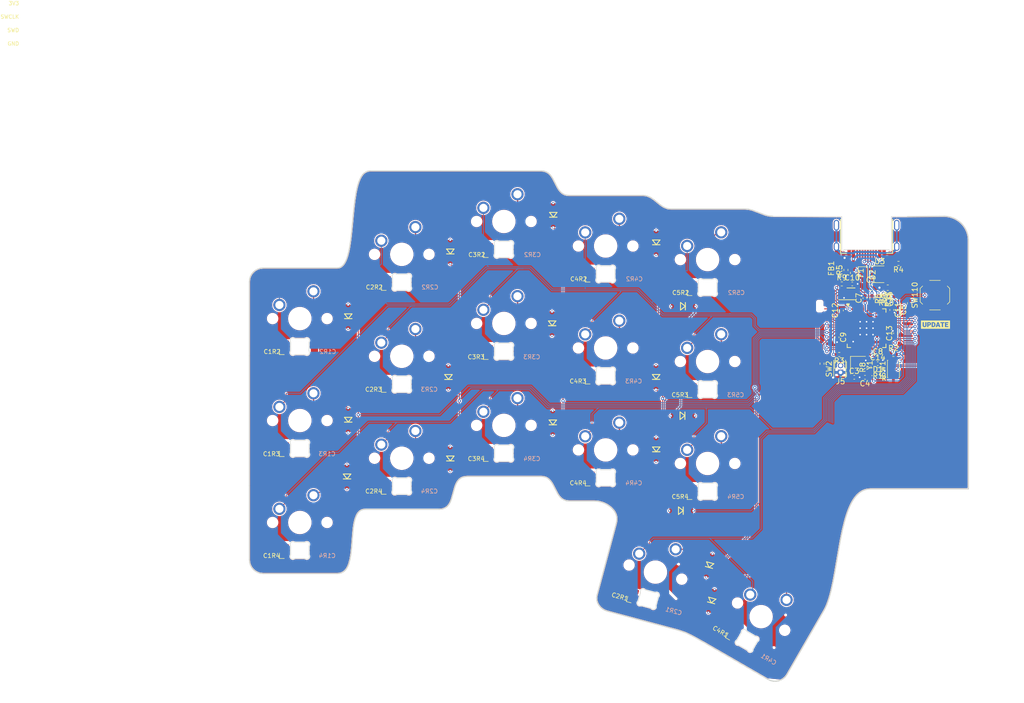
<source format=kicad_pcb>
(kicad_pcb (version 20211014) (generator pcbnew)
  (title_block (title "kuromaru") (rev "1"))
  (layers (0 "F.Cu" signal) (31 "B.Cu" signal) (34 "B.Paste" user) (35 "F.Paste" user) (36 "B.SilkS" user "B.Silkscreen") (37 "F.SilkS" user "F.Silkscreen") (38 "B.Mask" user) (39 "F.Mask" user) (44 "Edge.Cuts" user))
  (net 0 "")
  (net 1 "Gnd_l")
  (net 2 "bat_l")
  (net 3 "Net-(C3-Pad1)")
  (net 4 "Net-(C4-Pad1)")
  (net 5 "+1V1")
  (net 6 "Net-(D1-Pad1)")
  (net 7 "/LED")
  (net 8 "Net-(D2-Pad2)")
  (net 9 "VBUS")
  (net 10 "Net-(FB1-Pad2)")
  (net 12 "/D-")
  (net 13 "/D+")
  (net 15 "col1_l")
  (net 16 "Net-(D101-Pad2)")
  (net 17 "Net-(D102-Pad2)")
  (net 18 "Net-(D103-Pad2)")
  (net 19 "col2_l")
  (net 20 "Net-(D104-Pad2)")
  (net 21 "Net-(D105-Pad2)")
  (net 22 "Net-(D106-Pad2)")
  (net 23 "col3_l")
  (net 24 "/D15")
  (net 25 "/D16")
  (net 26 "/D12")
  (net 27 "/D13")
  (net 28 "/D14")
  (net 29 "Net-(D107-Pad2)")
  (net 30 "Net-(D108-Pad2)")
  (net 31 "Net-(D109-Pad2)")
  (net 32 "col4_l")
  (net 33 "Net-(D110-Pad2)")
  (net 34 "Net-(D111-Pad2)")
  (net 35 "Net-(D112-Pad2)")
  (net 36 "col5_l")
  (net 37 "/QSPI_~{CS}")
  (net 38 "Net-(R6-Pad2)")
  (net 39 "Net-(R7-Pad2)")
  (net 40 "Net-(R8-Pad2)")
  (net 41 "/SWCLK")
  (net 42 "/SWD")
  (net 43 "Net-(J5-Pad2)")
  (net 45 "/VBUS_DET")
  (net 46 "/QSPI_D3")
  (net 47 "/QSPI_SCLK")
  (net 48 "/QSPI_D0")
  (net 49 "/QSPI_D2")
  (net 50 "/QSPI_D1")
  (net 53 "Net-(D113-Pad2)")
  (net 57 "Net-(D114-Pad2)")
  (net 58 "Net-(D115-Pad2)")
  (net 59 "Net-(D116-Pad2)")
  (net 60 "Net-(D117-Pad2)")
  (net 61 "serial_l")
  (net 62 "sda_l")
  (net 63 "Net-(J1-PadA5)")
  (net 64 "scl_l")
  (net 65 "Rst_l")
  (net 66 "row2_l")
  (net 67 "row3_l")
  (net 68 "row4_l")
  (net 69 "row1_l")
  (net 70 "hand")
  (net 71 "mosi_l")
  (net 72 "sc_l")
  (net 73 "NCS")
  (net 74 "miso_l")
  (net 75 "rgb_l")
  (net 76 "Net-(JP111-Pad1)")
  (net 77 "+3V3")
  (net 78 "Net-(J1-PadB5)")
  (footprint "local-libraries:delay_SW_MX_RGB" (layer "F.Cu") (at 53.425 72.7475)
    (fp_text reference "SW102" hide)
    (fp_text value "SW_Push")
    (fp_line (start -1.699999 4.507158) (end -1.699999 5.912842) (layer "Edge.Cuts") (width 0.1))
    (fp_line (start -0.794452 6.71) (end 0.794452 6.71) (layer "Edge.Cuts") (width 0.1))
    (fp_line (start 1.699999 5.912842) (end 1.699999 4.507158) (layer "Edge.Cuts") (width 0.1))
    (fp_line (start 0.794452 3.710001) (end -0.794453 3.710001) (layer "Edge.Cuts") (width 0.1))
    (fp_arc (start 1.699999 4.507158) (mid 1.712527 4.395932) (end 1.749484 4.29028) (layer "Edge.Cuts") (width 0.1))
    (fp_arc (start 1.749484 6.12972) (mid 1.63807 6.714034) (end 1.046711 6.778297) (layer "Edge.Cuts") (width 0.1))
    (fp_arc (start 1.046711 3.641701) (mid 0.925123 3.692623) (end 0.794453 3.71) (layer "Edge.Cuts") (width 0.1))
    (fp_arc (start -1.046711 6.778299) (mid -1.638072 6.714035) (end -1.749484 6.129719) (layer "Edge.Cuts") (width 0.1))
    (fp_arc (start -0.794453 3.710001) (mid -0.925123 3.692624) (end -1.046711 3.641702) (layer "Edge.Cuts") (width 0.1))
    (fp_arc (start 1.046711 3.641701) (mid 1.638071 3.705965) (end 1.749484 4.29028) (layer "Edge.Cuts") (width 0.1))
    (fp_arc (start -1.046711 6.778299) (mid -0.925123 6.727377) (end -0.794452 6.71) (layer "Edge.Cuts") (width 0.1))
    (fp_arc (start -1.699999 5.912842) (mid -1.712527 6.024068) (end -1.749484 6.12972) (layer "Edge.Cuts") (width 0.1))
    (fp_arc (start 1.749484 6.12972) (mid 1.712527 6.024068) (end 1.699999 5.912843) (layer "Edge.Cuts") (width 0.1))
    (fp_arc (start 0.794452 6.71) (mid 0.925122 6.727377) (end 1.04671 6.778299) (layer "Edge.Cuts") (width 0.1))
    (fp_arc (start -1.749484 4.29028) (mid -1.638071 3.705965) (end -1.046711 3.641702) (layer "Edge.Cuts") (width 0.1))
    (fp_arc (start -1.749484 4.29028) (mid -1.712527 4.395932) (end -1.699999 4.507157) (layer "Edge.Cuts") (width 0.1))
  )
  (footprint "Capacitor_SMD:C_0402_1005Metric" (layer "F.Cu") (at 161.13 62.16)
    (fp_text reference "C14")
    (fp_text value "100n")
  )
  (footprint "Capacitor_SMD:C_0402_1005Metric" (layer "F.Cu") (at 153.555 57.235 -90)
    (fp_text reference "C9")
    (fp_text value "100n")
  )
  (footprint "local-libraries:D_1206_handsolder_reversible" (layer "F.Cu") (at 100.56 73.1525 90)
    (fp_text reference "D109" hide)
    (fp_text value "D")
  )
  (footprint "local-libraries:delay_SW_MX_RGB" (layer "F.Cu") (at 110.425 40.2225)
    (fp_text reference "SW112" hide)
    (fp_text value "SW_Push")
    (fp_line (start 0.794452 3.710001) (end -0.794453 3.710001) (layer "Edge.Cuts") (width 0.1))
    (fp_line (start -0.794452 6.71) (end 0.794452 6.71) (layer "Edge.Cuts") (width 0.1))
    (fp_line (start 1.699999 5.912842) (end 1.699999 4.507158) (layer "Edge.Cuts") (width 0.1))
    (fp_line (start -1.699999 4.507158) (end -1.699999 5.912842) (layer "Edge.Cuts") (width 0.1))
    (fp_arc (start 1.046711 3.641701) (mid 0.925123 3.692623) (end 0.794453 3.71) (layer "Edge.Cuts") (width 0.1))
    (fp_arc (start -0.794453 3.710001) (mid -0.925123 3.692624) (end -1.046711 3.641702) (layer "Edge.Cuts") (width 0.1))
    (fp_arc (start -1.046711 6.778299) (mid -0.925123 6.727377) (end -0.794452 6.71) (layer "Edge.Cuts") (width 0.1))
    (fp_arc (start 0.794452 6.71) (mid 0.925122 6.727377) (end 1.04671 6.778299) (layer "Edge.Cuts") (width 0.1))
    (fp_arc (start -1.046711 6.778299) (mid -1.638072 6.714035) (end -1.749484 6.129719) (layer "Edge.Cuts") (width 0.1))
    (fp_arc (start 1.749484 6.12972) (mid 1.63807 6.714034) (end 1.046711 6.778297) (layer "Edge.Cuts") (width 0.1))
    (fp_arc (start 1.749484 6.12972) (mid 1.712527 6.024068) (end 1.699999 5.912843) (layer "Edge.Cuts") (width 0.1))
    (fp_arc (start -1.749484 4.29028) (mid -1.638071 3.705965) (end -1.046711 3.641702) (layer "Edge.Cuts") (width 0.1))
    (fp_arc (start 1.046711 3.641701) (mid 1.638071 3.705965) (end 1.749484 4.29028) (layer "Edge.Cuts") (width 0.1))
    (fp_arc (start -1.699999 5.912842) (mid -1.712527 6.024068) (end -1.749484 6.12972) (layer "Edge.Cuts") (width 0.1))
    (fp_arc (start -1.749484 4.29028) (mid -1.712527 4.395932) (end -1.699999 4.507157) (layer "Edge.Cuts") (width 0.1))
    (fp_arc (start 1.699999 4.507158) (mid 1.712527 4.395932) (end 1.749484 4.29028) (layer "Edge.Cuts") (width 0.1))
  )
  (footprint "local-libraries:delay_SW_MX_RGB" (layer "F.Cu") (at 91.45 73.6475)
    (fp_text reference "SW109" hide)
    (fp_text value "SW_Push")
    (fp_line (start -1.699999 4.507158) (end -1.699999 5.912842) (layer "Edge.Cuts") (width 0.1))
    (fp_line (start -0.794452 6.71) (end 0.794452 6.71) (layer "Edge.Cuts") (width 0.1))
    (fp_line (start 0.794452 3.710001) (end -0.794453 3.710001) (layer "Edge.Cuts") (width 0.1))
    (fp_line (start 1.699999 5.912842) (end 1.699999 4.507158) (layer "Edge.Cuts") (width 0.1))
    (fp_arc (start -1.046711 6.778299) (mid -0.925123 6.727377) (end -0.794452 6.71) (layer "Edge.Cuts") (width 0.1))
    (fp_arc (start -1.046711 6.778299) (mid -1.638072 6.714035) (end -1.749484 6.129719) (layer "Edge.Cuts") (width 0.1))
    (fp_arc (start -1.749484 4.29028) (mid -1.712527 4.395932) (end -1.699999 4.507157) (layer "Edge.Cuts") (width 0.1))
    (fp_arc (start -1.749484 4.29028) (mid -1.638071 3.705965) (end -1.046711 3.641702) (layer "Edge.Cuts") (width 0.1))
    (fp_arc (start -0.794453 3.710001) (mid -0.925123 3.692624) (end -1.046711 3.641702) (layer "Edge.Cuts") (width 0.1))
    (fp_arc (start 1.046711 3.641701) (mid 1.638071 3.705965) (end 1.749484 4.29028) (layer "Edge.Cuts") (width 0.1))
    (fp_arc (start 1.699999 4.507158) (mid 1.712527 4.395932) (end 1.749484 4.29028) (layer "Edge.Cuts") (width 0.1))
    (fp_arc (start 1.749484 6.12972) (mid 1.63807 6.714034) (end 1.046711 6.778297) (layer "Edge.Cuts") (width 0.1))
    (fp_arc (start -1.699999 5.912842) (mid -1.712527 6.024068) (end -1.749484 6.12972) (layer "Edge.Cuts") (width 0.1))
    (fp_arc (start 1.046711 3.641701) (mid 0.925123 3.692623) (end 0.794453 3.71) (layer "Edge.Cuts") (width 0.1))
    (fp_arc (start 1.749484 6.12972) (mid 1.712527 6.024068) (end 1.699999 5.912843) (layer "Edge.Cuts") (width 0.1))
    (fp_arc (start 0.794452 6.71) (mid 0.925122 6.727377) (end 1.04671 6.778299) (layer "Edge.Cuts") (width 0.1))
  )
  (footprint "local-libraries:delay_SW_MX_RGB" (layer "F.Cu") (at 110.425 59.2225)
    (fp_text reference "SW113" hide)
    (fp_text value "SW_Push")
    (fp_line (start -0.794452 6.71) (end 0.794452 6.71) (layer "Edge.Cuts") (width 0.1))
    (fp_line (start 0.794452 3.710001) (end -0.794453 3.710001) (layer "Edge.Cuts") (width 0.1))
    (fp_line (start 1.699999 5.912842) (end 1.699999 4.507158) (layer "Edge.Cuts") (width 0.1))
    (fp_line (start -1.699999 4.507158) (end -1.699999 5.912842) (layer "Edge.Cuts") (width 0.1))
    (fp_arc (start -1.046711 6.778299) (mid -1.638072 6.714035) (end -1.749484 6.129719) (layer "Edge.Cuts") (width 0.1))
    (fp_arc (start -1.749484 4.29028) (mid -1.638071 3.705965) (end -1.046711 3.641702) (layer "Edge.Cuts") (width 0.1))
    (fp_arc (start 1.046711 3.641701) (mid 1.638071 3.705965) (end 1.749484 4.29028) (layer "Edge.Cuts") (width 0.1))
    (fp_arc (start -1.749484 4.29028) (mid -1.712527 4.395932) (end -1.699999 4.507157) (layer "Edge.Cuts") (width 0.1))
    (fp_arc (start 0.794452 6.71) (mid 0.925122 6.727377) (end 1.04671 6.778299) (layer "Edge.Cuts") (width 0.1))
    (fp_arc (start 1.699999 4.507158) (mid 1.712527 4.395932) (end 1.749484 4.29028) (layer "Edge.Cuts") (width 0.1))
    (fp_arc (start -1.046711 6.778299) (mid -0.925123 6.727377) (end -0.794452 6.71) (layer "Edge.Cuts") (width 0.1))
    (fp_arc (start 1.749484 6.12972) (mid 1.63807 6.714034) (end 1.046711 6.778297) (layer "Edge.Cuts") (width 0.1))
    (fp_arc (start -1.699999 5.912842) (mid -1.712527 6.024068) (end -1.749484 6.12972) (layer "Edge.Cuts") (width 0.1))
    (fp_arc (start 1.749484 6.12972) (mid 1.712527 6.024068) (end 1.699999 5.912843) (layer "Edge.Cuts") (width 0.1))
    (fp_arc (start -0.794453 3.710001) (mid -0.925123 3.692624) (end -1.046711 3.641702) (layer "Edge.Cuts") (width 0.1))
    (fp_arc (start 1.046711 3.641701) (mid 0.925123 3.692623) (end 0.794453 3.71) (layer "Edge.Cuts") (width 0.1))
  )
  (footprint "local-libraries:D_1206_handsolder_reversible" (layer "F.Cu") (at 124.5 89.5725 180)
    (fp_text reference "D115" hide)
    (fp_text value "D")
  )
  (footprint "Resistor_SMD:R_0402_1005Metric" (layer "F.Cu") (at 162.705 49.635 180)
    (fp_text reference "R10")
    (fp_text value "5.1k")
  )
  (footprint "local-libraries:D_1206_handsolder_reversible" (layer "F.Cu") (at 81.45 41.2975 90)
    (fp_text reference "D104" hide)
    (fp_text value "D")
  )
  (footprint "local-libraries:delay_SW_MX_RGB" (layer "F.Cu") (at 72.425 79.7725)
    (fp_text reference "SW106" hide)
    (fp_text value "SW_Push")
    (fp_line (start -0.794452 6.71) (end 0.794452 6.71) (layer "Edge.Cuts") (width 0.1))
    (fp_line (start -1.699999 4.507158) (end -1.699999 5.912842) (layer "Edge.Cuts") (width 0.1))
    (fp_line (start 1.699999 5.912842) (end 1.699999 4.507158) (layer "Edge.Cuts") (width 0.1))
    (fp_line (start 0.794452 3.710001) (end -0.794453 3.710001) (layer "Edge.Cuts") (width 0.1))
    (fp_arc (start 1.046711 3.641701) (mid 1.638071 3.705965) (end 1.749484 4.29028) (layer "Edge.Cuts") (width 0.1))
    (fp_arc (start -1.046711 6.778299) (mid -0.925123 6.727377) (end -0.794452 6.71) (layer "Edge.Cuts") (width 0.1))
    (fp_arc (start 1.046711 3.641701) (mid 0.925123 3.692623) (end 0.794453 3.71) (layer "Edge.Cuts") (width 0.1))
    (fp_arc (start -1.699999 5.912842) (mid -1.712527 6.024068) (end -1.749484 6.12972) (layer "Edge.Cuts") (width 0.1))
    (fp_arc (start 1.749484 6.12972) (mid 1.63807 6.714034) (end 1.046711 6.778297) (layer "Edge.Cuts") (width 0.1))
    (fp_arc (start -1.046711 6.778299) (mid -1.638072 6.714035) (end -1.749484 6.129719) (layer "Edge.Cuts") (width 0.1))
    (fp_arc (start 1.699999 4.507158) (mid 1.712527 4.395932) (end 1.749484 4.29028) (layer "Edge.Cuts") (width 0.1))
    (fp_arc (start -1.749484 4.29028) (mid -1.712527 4.395932) (end -1.699999 4.507157) (layer "Edge.Cuts") (width 0.1))
    (fp_arc (start -1.749484 4.29028) (mid -1.638071 3.705965) (end -1.046711 3.641702) (layer "Edge.Cuts") (width 0.1))
    (fp_arc (start 1.749484 6.12972) (mid 1.712527 6.024068) (end 1.699999 5.912843) (layer "Edge.Cuts") (width 0.1))
    (fp_arc (start 0.794452 6.71) (mid 0.925122 6.727377) (end 1.04671 6.778299) (layer "Edge.Cuts") (width 0.1))
    (fp_arc (start -0.794453 3.710001) (mid -0.925123 3.692624) (end -1.046711 3.641702) (layer "Edge.Cuts") (width 0.1))
  )
  (footprint "Capacitor_SMD:C_0402_1005Metric" (layer "F.Cu") (at 164.755 52.135 -90)
    (fp_text reference "C5")
    (fp_text value "1µ")
  )
  (footprint "Diode_SMD:D_SOD-323" (layer "F.Cu") (at 158.355 45.585 -90)
    (fp_text reference "D2")
    (fp_text value "B5817")
  )
  (footprint "Resistor_SMD:R_0402_1005Metric" (layer "F.Cu") (at 159.505 62.835 90)
    (fp_text reference "R8")
    (fp_text value "1k")
  )
  (footprint "kibuzzard-62C19A64" (layer "F.Cu") (at 171.9 54.875)
    (fp_text reference "kibuzzard-62C19A64" hide)
    (fp_text value "G***" hide)
  )
  (footprint "Package_TO_SOT_SMD:SOT-23-5" (layer "F.Cu") (at 161.505 45.485)
    (fp_text reference "U3")
    (fp_text value "XC6210B332MR-G")
  )
  (footprint "local-libraries:D_1206_handsolder_reversible" (layer "F.Cu") (at 124.8 71.8725 180)
    (fp_text reference "D114" hide)
    (fp_text value "D")
  )
  (footprint "local-libraries:D_1206_handsolder_reversible" (layer "F.Cu") (at 119.825 78.179264 90)
    (fp_text reference "D112" hide)
    (fp_text value "D")
  )
  (footprint "Capacitor_SMD:C_0402_1005Metric" (layer "F.Cu") (at 154.355 52.235 90)
    (fp_text reference "C12")
    (fp_text value "100n")
  )
  (footprint "local-libraries:D_1206_handsolder_reversible" (layer "F.Cu") (at 100.64 34.4625 90)
    (fp_text reference "D107" hide)
    (fp_text value "D")
  )
  (footprint "Resistor_SMD:R_0402_1005Metric" (layer "F.Cu") (at 160.055 50.035 -90)
    (fp_text reference "R6")
    (fp_text value "27")
  )
  (footprint "Fuse:Fuse_0603_1608Metric" (layer "F.Cu") (at 156.555 45.235 -90)
    (fp_text reference "F1")
    (fp_text value "Polyfuse")
  )
  (footprint "local-libraries:delay_SW_MX_RGB" (layer "F.Cu") (at 129.425 61.7475)
    (fp_text reference "SW116" hide)
    (fp_text value "SW_Push")
    (fp_line (start 1.699999 5.912842) (end 1.699999 4.507158) (layer "Edge.Cuts") (width 0.1))
    (fp_line (start -1.699999 4.507158) (end -1.699999 5.912842) (layer "Edge.Cuts") (width 0.1))
    (fp_line (start 0.794452 3.710001) (end -0.794453 3.710001) (layer "Edge.Cuts") (width 0.1))
    (fp_line (start -0.794452 6.71) (end 0.794452 6.71) (layer "Edge.Cuts") (width 0.1))
    (fp_arc (start 1.046711 3.641701) (mid 0.925123 3.692623) (end 0.794453 3.71) (layer "Edge.Cuts") (width 0.1))
    (fp_arc (start 1.046711 3.641701) (mid 1.638071 3.705965) (end 1.749484 4.29028) (layer "Edge.Cuts") (width 0.1))
    (fp_arc (start 1.749484 6.12972) (mid 1.63807 6.714034) (end 1.046711 6.778297) (layer "Edge.Cuts") (width 0.1))
    (fp_arc (start -1.699999 5.912842) (mid -1.712527 6.024068) (end -1.749484 6.12972) (layer "Edge.Cuts") (width 0.1))
    (fp_arc (start 1.699999 4.507158) (mid 1.712527 4.395932) (end 1.749484 4.29028) (layer "Edge.Cuts") (width 0.1))
    (fp_arc (start -1.046711 6.778299) (mid -1.638072 6.714035) (end -1.749484 6.129719) (layer "Edge.Cuts") (width 0.1))
    (fp_arc (start 1.749484 6.12972) (mid 1.712527 6.024068) (end 1.699999 5.912843) (layer "Edge.Cuts") (width 0.1))
    (fp_arc (start -1.749484 4.29028) (mid -1.712527 4.395932) (end -1.699999 4.507157) (layer "Edge.Cuts") (width 0.1))
    (fp_arc (start 0.794452 6.71) (mid 0.925122 6.727377) (end 1.04671 6.778299) (layer "Edge.Cuts") (width 0.1))
    (fp_arc (start -1.046711 6.778299) (mid -0.925123 6.727377) (end -0.794452 6.71) (layer "Edge.Cuts") (width 0.1))
    (fp_arc (start -0.794453 3.710001) (mid -0.925123 3.692624) (end -1.046711 3.641702) (layer "Edge.Cuts") (width 0.1))
    (fp_arc (start -1.749484 4.29028) (mid -1.638071 3.705965) (end -1.046711 3.641702) (layer "Edge.Cuts") (width 0.1))
  )
  (footprint "Capacitor_SMD:C_0402_1005Metric" (layer "F.Cu") (at 164.455 56.485 90)
    (fp_text reference "C13")
    (fp_text value "100n")
  )
  (footprint "local-libraries:delay_SW_MX_RGB" (layer "F.Cu") (at 139.4 109.2975 -30)
    (fp_text reference "SW119" hide)
    (fp_text value locked "SW_Push")
    (fp_line (start -0.794452 6.71) (end 0.794452 6.71) (layer "Edge.Cuts") (width 0.1))
    (fp_line (start -1.699999 4.507158) (end -1.699999 5.912842) (layer "Edge.Cuts") (width 0.1))
    (fp_line (start 0.794452 3.710001) (end -0.794453 3.710001) (layer "Edge.Cuts") (width 0.1))
    (fp_line (start 1.699999 5.912842) (end 1.699999 4.507158) (layer "Edge.Cuts") (width 0.1))
    (fp_arc (start -1.699999 5.912842) (mid -1.712527 6.024068) (end -1.749484 6.12972) (layer "Edge.Cuts") (width 0.1))
    (fp_arc (start 1.046711 3.641701) (mid 0.925123 3.692623) (end 0.794453 3.71) (layer "Edge.Cuts") (width 0.1))
    (fp_arc (start -0.794453 3.710001) (mid -0.925123 3.692624) (end -1.046711 3.641702) (layer "Edge.Cuts") (width 0.1))
    (fp_arc (start 1.749484 6.12972) (mid 1.63807 6.714034) (end 1.046711 6.778297) (layer "Edge.Cuts") (width 0.1))
    (fp_arc (start 1.699999 4.507158) (mid 1.712527 4.395931) (end 1.749484 4.29028) (layer "Edge.Cuts") (width 0.1))
    (fp_arc (start 0.794452 6.71) (mid 0.925122 6.727377) (end 1.04671 6.778299) (layer "Edge.Cuts") (width 0.1))
    (fp_arc (start -1.749484 4.29028) (mid -1.638071 3.705965) (end -1.046711 3.641702) (layer "Edge.Cuts") (width 0.1))
    (fp_arc (start 1.046711 3.641701) (mid 1.638071 3.705965) (end 1.749484 4.29028) (layer "Edge.Cuts") (width 0.1))
    (fp_arc (start -1.046711 6.778299) (mid -1.638072 6.714035) (end -1.749484 6.129719) (layer "Edge.Cuts") (width 0.1))
    (fp_arc (start -1.749484 4.29028) (mid -1.712527 4.395932) (end -1.699999 4.507157) (layer "Edge.Cuts") (width 0.1))
    (fp_arc (start -1.046711 6.778299) (mid -0.925123 6.727377) (end -0.794452 6.71) (layer "Edge.Cuts") (width 0.1))
    (fp_arc (start 1.749484 6.12972) (mid 1.712527 6.024069) (end 1.699999 5.912843) (layer "Edge.Cuts") (width 0.1))
  )
  (footprint "Resistor_SMD:R_0402_1005Metric" (layer "F.Cu") (at 155.205 44.685 90)
    (fp_text reference "R5")
    (fp_text value "5.1k")
  )
  (footprint "local-libraries:delay_SW_MX_RGB" (layer "F.Cu") (at 72.425 41.7725)
    (fp_text reference "SW104" hide)
    (fp_text value "SW_Push")
    (fp_line (start -0.794452 6.71) (end 0.794452 6.71) (layer "Edge.Cuts") (width 0.1))
    (fp_line (start 0.794452 3.710001) (end -0.794453 3.710001) (layer "Edge.Cuts") (width 0.1))
    (fp_line (start -1.699999 4.507158) (end -1.699999 5.912842) (layer "Edge.Cuts") (width 0.1))
    (fp_line (start 1.699999 5.912842) (end 1.699999 4.507158) (layer "Edge.Cuts") (width 0.1))
    (fp_arc (start 1.749484 6.12972) (mid 1.712527 6.024068) (end 1.699999 5.912843) (layer "Edge.Cuts") (width 0.1))
    (fp_arc (start 1.699999 4.507158) (mid 1.712527 4.395932) (end 1.749484 4.29028) (layer "Edge.Cuts") (width 0.1))
    (fp_arc (start -1.699999 5.912842) (mid -1.712527 6.024068) (end -1.749484 6.12972) (layer "Edge.Cuts") (width 0.1))
    (fp_arc (start 0.794452 6.71) (mid 0.925122 6.727377) (end 1.04671 6.778299) (layer "Edge.Cuts") (width 0.1))
    (fp_arc (start 1.046711 3.641701) (mid 0.925123 3.692623) (end 0.794453 3.71) (layer "Edge.Cuts") (width 0.1))
    (fp_arc (start 1.046711 3.641701) (mid 1.638071 3.705965) (end 1.749484 4.29028) (layer "Edge.Cuts") (width 0.1))
    (fp_arc (start -1.749484 4.29028) (mid -1.712527 4.395932) (end -1.699999 4.507157) (layer "Edge.Cuts") (width 0.1))
    (fp_arc (start -1.046711 6.778299) (mid -1.638072 6.714035) (end -1.749484 6.129719) (layer "Edge.Cuts") (width 0.1))
    (fp_arc (start 1.749484 6.12972) (mid 1.63807 6.714034) (end 1.046711 6.778297) (layer "Edge.Cuts") (width 0.1))
    (fp_arc (start -1.046711 6.778299) (mid -0.925123 6.727377) (end -0.794452 6.71) (layer "Edge.Cuts") (width 0.1))
    (fp_arc (start -1.749484 4.29028) (mid -1.638071 3.705965) (end -1.046711 3.641702) (layer "Edge.Cuts") (width 0.1))
    (fp_arc (start -0.794453 3.710001) (mid -0.925123 3.692624) (end -1.046711 3.641702) (layer "Edge.Cuts") (width 0.1))
  )
  (footprint "Button_Switch_SMD:SW_SPST_CK_KXT3" (layer "F.Cu") (at 154.055 63.135 90)
    (fp_text reference "SW2")
    (fp_text value "SW_Push")
  )
  (footprint "Capacitor_SMD:C_0402_1005Metric" (layer "F.Cu") (at 161.153114 61.04826)
    (fp_text reference "C8")
    (fp_text value "100n")
  )
  (footprint "local-libraries:D_1206_handsolder_reversible" (layer "F.Cu") (at 129.75 99.7475 75)
    (fp_text reference "D116" hide)
    (fp_text value "D")
  )
  (footprint "local-libraries:D_1206_handsolder_reversible" (layer "F.Cu") (at 100.425 54.688382 90)
    (fp_text reference "D108" hide)
    (fp_text value "D")
  )
  (footprint "0xLib_Package_DFN_QFN:USON-8-1EP_3x2mm_P0.5mm_EP0.25x1.65mm" (layer "F.Cu") (at 155.405 49.135)
    (fp_text reference "U2" hide)
    (fp_text value "GD25Q80CEIGR")
  )
  (footprint "local-libraries:D_1206_handsolder_reversible" (layer "F.Cu") (at 130.15 106.3475 75)
    (fp_text reference "D117" hide)
    (fp_text value "D")
  )
  (footprint "local-libraries:D_1206_handsolder_reversible" (layer "F.Cu") (at 119.8 64.6825 90)
    (fp_text reference "D111" hide)
    (fp_text value "D")
  )
  (footprint "local-libraries:delay_SW_MX_RGB" (layer "F.Cu") (at 129.425 80.7475)
    (fp_text reference "SW117" hide)
    (fp_text value "SW_Push")
    (fp_line (start -1.699999 4.507158) (end -1.699999 5.912842) (layer "Edge.Cuts") (width 0.1))
    (fp_line (start 1.699999 5.912842) (end 1.699999 4.507158) (layer "Edge.Cuts") (width 0.1))
    (fp_line (start -0.794452 6.71) (end 0.794452 6.71) (layer "Edge.Cuts") (width 0.1))
    (fp_line (start 0.794452 3.710001) (end -0.794453 3.710001) (layer "Edge.Cuts") (width 0.1))
    (fp_arc (start -1.749484 4.29028) (mid -1.638071 3.705965) (end -1.046711 3.641702) (layer "Edge.Cuts") (width 0.1))
    (fp_arc (start 1.749484 6.12972) (mid 1.63807 6.714034) (end 1.046711 6.778297) (layer "Edge.Cuts") (width 0.1))
    (fp_arc (start 1.046711 3.641701) (mid 1.638071 3.705965) (end 1.749484 4.29028) (layer "Edge.Cuts") (width 0.1))
    (fp_arc (start 1.046711 3.641701) (mid 0.925123 3.692623) (end 0.794453 3.71) (layer "Edge.Cuts") (width 0.1))
    (fp_arc (start -0.794453 3.710001) (mid -0.925123 3.692624) (end -1.046711 3.641702) (layer "Edge.Cuts") (width 0.1))
    (fp_arc (start -1.046711 6.778299) (mid -1.638072 6.714035) (end -1.749484 6.129719) (layer "Edge.Cuts") (width 0.1))
    (fp_arc (start 1.749484 6.12972) (mid 1.712527 6.024068) (end 1.699999 5.912843) (layer "Edge.Cuts") (width 0.1))
    (fp_arc (start 0.794452 6.71) (mid 0.925122 6.727377) (end 1.04671 6.778299) (layer "Edge.Cuts") (width 0.1))
    (fp_arc (start 1.699999 4.507158) (mid 1.712527 4.395932) (end 1.749484 4.29028) (layer "Edge.Cuts") (width 0.1))
    (fp_arc (start -1.046711 6.778299) (mid -0.925123 6.727377) (end -0.794452 6.71) (layer "Edge.Cuts") (width 0.1))
    (fp_arc (start -1.749484 4.29028) (mid -1.712527 4.395932) (end -1.699999 4.507157) (layer "Edge.Cuts") (width 0.1))
    (fp_arc (start -1.699999 5.912842) (mid -1.712527 6.024068) (end -1.749484 6.12972) (layer "Edge.Cuts") (width 0.1))
  )
  (footprint "local-libraries:delay_SW_MX_RGB" (layer "F.Cu") (at 53.425 53.7475)
    (fp_text reference "SW101" hide)
    (fp_text value "SW_Push")
    (fp_line (start 0.794452 3.710001) (end -0.794453 3.710001) (layer "Edge.Cuts") (width 0.1))
    (fp_line (start -1.699999 4.507158) (end -1.699999 5.912842) (layer "Edge.Cuts") (width 0.1))
    (fp_line (start 1.699999 5.912842) (end 1.699999 4.507158) (layer "Edge.Cuts") (width 0.1))
    (fp_line (start -0.794452 6.71) (end 0.794452 6.71) (layer "Edge.Cuts") (width 0.1))
    (fp_arc (start -1.046711 6.778299) (mid -0.925123 6.727377) (end -0.794452 6.71) (layer "Edge.Cuts") (width 0.1))
    (fp_arc (start -0.794453 3.710001) (mid -0.925123 3.692624) (end -1.046711 3.641702) (layer "Edge.Cuts") (width 0.1))
    (fp_arc (start -1.749484 4.29028) (mid -1.638071 3.705965) (end -1.046711 3.641702) (layer "Edge.Cuts") (width 0.1))
    (fp_arc (start -1.749484 4.29028) (mid -1.712527 4.395932) (end -1.699999 4.507157) (layer "Edge.Cuts") (width 0.1))
    (fp_arc (start 1.046711 3.641701) (mid 1.638071 3.705965) (end 1.749484 4.29028) (layer "Edge.Cuts") (width 0.1))
    (fp_arc (start 1.749484 6.12972) (mid 1.63807 6.714034) (end 1.046711 6.778297) (layer "Edge.Cuts") (width 0.1))
    (fp_arc (start 1.046711 3.641701) (mid 0.925123 3.692623) (end 0.794453 3.71) (layer "Edge.Cuts") (width 0.1))
    (fp_arc (start -1.046711 6.778299) (mid -1.638072 6.714035) (end -1.749484 6.129719) (layer "Edge.Cuts") (width 0.1))
    (fp_arc (start 1.699999 4.507158) (mid 1.712527 4.395932) (end 1.749484 4.29028) (layer "Edge.Cuts") (width 0.1))
    (fp_arc (start 1.749484 6.12972) (mid 1.712527 6.024068) (end 1.699999 5.912843) (layer "Edge.Cuts") (width 0.1))
    (fp_arc (start 0.794452 6.71) (mid 0.925122 6.727377) (end 1.04671 6.778299) (layer "Edge.Cuts") (width 0.1))
    (fp_arc (start -1.699999 5.912842) (mid -1.712527 6.024068) (end -1.749484 6.12972) (layer "Edge.Cuts") (width 0.1))
  )
  (footprint "local-libraries:D_1206_handsolder_reversible" (layer "F.Cu") (at 119.825 39.5975 90)
    (fp_text reference "D110" hide)
    (fp_text value "D")
  )
  (footprint "local-libraries:R_0402_1005Metric_nolabel" (layer "F.Cu") (at 150.75 62.15 -90)
    (fp_text reference "R104" hide)
    (fp_text value "4.7k")
  )
  (footprint "local-libraries:delay_SW_MX_RGB" (layer "F.Cu") (at 110.425 78.2225)
    (fp_text reference "SW114" hide)
    (fp_text value "SW_Push")
    (fp_line (start -1.699999 4.507158) (end -1.699999 5.912842) (layer "Edge.Cuts") (width 0.1))
    (fp_line (start 0.794452 3.710001) (end -0.794453 3.710001) (layer "Edge.Cuts") (width 0.1))
    (fp_line (start 1.699999 5.912842) (end 1.699999 4.507158) (layer "Edge.Cuts") (width 0.1))
    (fp_line (start -0.794452 6.71) (end 0.794452 6.71) (layer "Edge.Cuts") (width 0.1))
    (fp_arc (start -1.699999 5.912842) (mid -1.712527 6.024068) (end -1.749484 6.12972) (layer "Edge.Cuts") (width 0.1))
    (fp_arc (start 1.046711 3.641701) (mid 0.925123 3.692623) (end 0.794453 3.71) (layer "Edge.Cuts") (width 0.1))
    (fp_arc (start -1.749484 4.29028) (mid -1.638071 3.705965) (end -1.046711 3.641702) (layer "Edge.Cuts") (width 0.1))
    (fp_arc (start -1.749484 4.29028) (mid -1.712527 4.395932) (end -1.699999 4.507157) (layer "Edge.Cuts") (width 0.1))
    (fp_arc (start 0.794452 6.71) (mid 0.925122 6.727377) (end 1.04671 6.778299) (layer "Edge.Cuts") (width 0.1))
    (fp_arc (start 1.749484 6.12972) (mid 1.712527 6.024068) (end 1.699999 5.912843) (layer "Edge.Cuts") (width 0.1))
    (fp_arc (start -1.046711 6.778299) (mid -1.638072 6.714035) (end -1.749484 6.129719) (layer "Edge.Cuts") (width 0.1))
    (fp_arc (start 1.749484 6.12972) (mid 1.63807 6.714034) (end 1.046711 6.778297) (layer "Edge.Cuts") (width 0.1))
    (fp_arc (start 1.699999 4.507158) (mid 1.712527 4.395932) (end 1.749484 4.29028) (layer "Edge.Cuts") (width 0.1))
    (fp_arc (start -1.046711 6.778299) (mid -0.925123 6.727377) (end -0.794452 6.71) (layer "Edge.Cuts") (width 0.1))
    (fp_arc (start -0.794453 3.710001) (mid -0.925123 3.692624) (end -1.046711 3.641702) (layer "Edge.Cuts") (width 0.1))
    (fp_arc (start 1.046711 3.641701) (mid 1.638071 3.705965) (end 1.749484 4.29028) (layer "Edge.Cuts") (width 0.1))
  )
  (footprint "local-libraries:R_0402_1005Metric_nolabel" (layer "F.Cu") (at 151.9 62.15 90)
    (fp_text reference "R103" hide)
    (fp_text value "4.7k")
  )
  (footprint "Resistor_SMD:R_0402_1005Metric" (layer "F.Cu") (at 165 43.45 180)
    (fp_text reference "R4")
    (fp_text value "5.1k")
  )
  (footprint "0xLib_USB_Type-C:USB_C_Receptacle_HRO_TYPE-C-31-M-13B" (layer "F.Cu") (at 159.055 34.235 180)
    (fp_text reference "J1" hide)
    (fp_text value "USB_C_Receptacle_USB2.0")
  )
  (footprint "Resistor_SMD:R_0402_1005Metric" (layer "F.Cu") (at 164.055 60.435)
    (fp_text reference "R2")
    (fp_text value "10k")
  )
  (footprint "local-libraries:R_0402_1005Metric_nolabel" (layer "F.Cu") (at 167.05 50.9 90)
    (fp_text reference "R101" hide)
    (fp_text value "5.1k")
  )
  (footprint "Connector_PinHeader_1.27mm:PinHeader_1x02_P1.27mm_Vertical" (layer "F.Cu") (at 154.205 63.77 180)
    (fp_text reference "J5")
    (fp_text value "Conn_01x02")
  )
  (footprint "Capacitor_SMD:C_0402_1005Metric" (layer "F.Cu") (at 163.755 52.135 -90)
    (fp_text reference "C11")
    (fp_text value "100n")
  )
  (footprint "Resistor_SMD:R_0402_1005Metric" (layer "F.Cu") (at 164.255 50.145 90)
    (fp_text reference "R11")
    (fp_text value "10k")
  )
  (footprint "local-libraries:D_1206_handsolder_reversible" (layer "F.Cu") (at 62.425 53.3725 90)
    (fp_text reference "D101" hide)
    (fp_text value "D")
  )
  (footprint "Crystal:Crystal_SMD_2520-4Pin_2.5x2.0mm" (layer "F.Cu") (at 157.455 62.435 -90)
    (fp_text reference "Y1")
    (fp_text value "Crystal_GND24")
  )
  (footprint "Button_Switch_SMD:SW_SPST_TL3342" (layer "F.Cu") (at 171.8 49.375 90)
    (fp_text reference "SW110")
    (fp_text value "SW_SPST_TL3342")
  )
  (footprint "Capacitor_SMD:C_0402_1005Metric" (layer "F.Cu") (at 156.385 47.285)
    (fp_text reference "C10")
    (fp_text value "100n")
  )
  (footprint "Capacitor_SMD:C_0402_1005Metric" (layer "F.Cu") (at 158.755 64.685 180)
    (fp_text reference "C4")
    (fp_text value "15p")
  )
  (footprint "local-libraries:delay_SW_MX_RGB" (layer "F.Cu") (at 91.45 54.6475)
    (fp_text reference "SW108" hide)
    (fp_text value "SW_Push")
    (fp_line (start -1.699999 4.507158) (end -1.699999 5.912842) (layer "Edge.Cuts") (width 0.1))
    (fp_line (start 1.699999 5.912842) (end 1.699999 4.507158) (layer "Edge.Cuts") (width 0.1))
    (fp_line (start -0.794452 6.71) (end 0.794452 6.71) (layer "Edge.Cuts") (width 0.1))
    (fp_line (start 0.794452 3.710001) (end -0.794453 3.710001) (layer "Edge.Cuts") (width 0.1))
    (fp_arc (start 1.046711 3.641701) (mid 0.925123 3.692623) (end 0.794453 3.71) (layer "Edge.Cuts") (width 0.1))
    (fp_arc (start 0.794452 6.71) (mid 0.925122 6.727377) (end 1.04671 6.778299) (layer "Edge.Cuts") (width 0.1))
    (fp_arc (start -0.794453 3.710001) (mid -0.925123 3.692624) (end -1.046711 3.641702) (layer "Edge.Cuts") (width 0.1))
    (fp_arc (start 1.046711 3.641701) (mid 1.638071 3.705965) (end 1.749484 4.29028) (layer "Edge.Cuts") (width 0.1))
    (fp_arc (start -1.046711 6.778299) (mid -1.638072 6.714035) (end -1.749484 6.129719) (layer "Edge.Cuts") (width 0.1))
    (fp_arc (start -1.046711 6.778299) (mid -0.925123 6.727377) (end -0.794452 6.71) (layer "Edge.Cuts") (width 0.1))
    (fp_arc (start 1.749484 6.12972) (mid 1.63807 6.714034) (end 1.046711 6.778297) (layer "Edge.Cuts") (width 0.1))
    (fp_arc (start -1.699999 5.912842) (mid -1.712527 6.024068) (end -1.749484 6.12972) (layer "Edge.Cuts") (width 0.1))
    (fp_arc (start 1.699999 4.507158) (mid 1.712527 4.395932) (end 1.749484 4.29028) (layer "Edge.Cuts") (width 0.1))
    (fp_arc (start -1.749484 4.29028) (mid -1.638071 3.705965) (end -1.046711 3.641702) (layer "Edge.Cuts") (width 0.1))
    (fp_arc (start 1.749484 6.12972) (mid 1.712527 6.024068) (end 1.699999 5.912843) (layer "Edge.Cuts") (width 0.1))
    (fp_arc (start -1.749484 4.29028) (mid -1.712527 4.395932) (end -1.699999 4.507157) (layer "Edge.Cuts") (width 0.1))
  )
  (footprint "local-libraries:D_1206_handsolder_reversible" (layer "F.Cu") (at 62.2 83.235 90)
    (fp_text reference "D103" hide)
    (fp_text value "D")
  )
  (footprint "local-libraries:delay_SW_MX_RGB" (layer "F.Cu") (at 53.425 91.7475)
    (fp_text reference "SW103" hide)
    (fp_text value "SW_Push")
    (fp_line (start 1.699999 5.912842) (end 1.699999 4.507158) (layer "Edge.Cuts") (width 0.1))
    (fp_line (start -0.794452 6.71) (end 0.794452 6.71) (layer "Edge.Cuts") (width 0.1))
    (fp_line (start 0.794452 3.710001) (end -0.794453 3.710001) (layer "Edge.Cuts") (width 0.1))
    (fp_line (start -1.699999 4.507158) (end -1.699999 5.912842) (layer "Edge.Cuts") (width 0.1))
    (fp_arc (start -1.046711 6.778299) (mid -1.638072 6.714035) (end -1.749484 6.129719) (layer "Edge.Cuts") (width 0.1))
    (fp_arc (start 0.794452 6.71) (mid 0.925122 6.727377) (end 1.04671 6.778299) (layer "Edge.Cuts") (width 0.1))
    (fp_arc (start 1.749484 6.12972) (mid 1.712527 6.024068) (end 1.699999 5.912843) (layer "Edge.Cuts") (width 0.1))
    (fp_arc (start -1.699999 5.912842) (mid -1.712527 6.024068) (end -1.749484 6.12972) (layer "Edge.Cuts") (width 0.1))
    (fp_arc (start 1.046711 3.641701) (mid 0.925123 3.692623) (end 0.794453 3.71) (layer "Edge.Cuts") (width 0.1))
    (fp_arc (start 1.046711 3.641701) (mid 1.638071 3.705965) (end 1.749484 4.29028) (layer "Edge.Cuts") (width 0.1))
    (fp_arc (start -1.749484 4.29028) (mid -1.712527 4.395932) (end -1.699999 4.507157) (layer "Edge.Cuts") (width 0.1))
    (fp_arc (start -1.046711 6.778299) (mid -0.925123 6.727377) (end -0.794452 6.71) (layer "Edge.Cuts") (width 0.1))
    (fp_arc (start -0.794453 3.710001) (mid -0.925123 3.692624) (end -1.046711 3.641702) (layer "Edge.Cuts") (width 0.1))
    (fp_arc (start 1.749484 6.12972) (mid 1.63807 6.714034) (end 1.046711 6.778297) (layer "Edge.Cuts") (width 0.1))
    (fp_arc (start 1.699999 4.507158) (mid 1.712527 4.395932) (end 1.749484 4.29028) (layer "Edge.Cuts") (width 0.1))
    (fp_arc (start -1.749484 4.29028) (mid -1.638071 3.705965) (end -1.046711 3.641702) (layer "Edge.Cuts") (width 0.1))
  )
  (footprint "Resistor_SMD:R_0402_1005Metric" (layer "F.Cu") (at 161.155 50.035 -90)
    (fp_text reference "R7")
    (fp_text value "27")
  )
  (footprint "Inductor_SMD:L_0603_1608Metric" (layer "F.Cu") (at 153.905 44.385 90)
    (fp_text reference "FB1")
    (fp_text value "FerriteBead_Small")
  )
  (footprint "Resistor_SMD:R_0402_1005Metric" (layer "F.Cu") (at 161.153114 63.2598 180)
    (fp_text reference "R1")
    (fp_text value "1k")
  )
  (footprint "local-libraries:delay_SW_MX_RGB" (layer "F.Cu") (at 119.7 100.9975 -15)
    (fp_text reference "SW118" hide)
    (fp_text value "SW_Push")
    (fp_line (start -0.794452 6.71) (end 0.794452 6.71) (layer "Edge.Cuts") (width 0.1))
    (fp_line (start 0.794452 3.710001) (end -0.794453 3.710001) (layer "Edge.Cuts") (width 0.1))
    (fp_line (start -1.699999 4.507158) (end -1.699999 5.912842) (layer "Edge.Cuts") (width 0.1))
    (fp_line (start 1.699999 5.912842) (end 1.699999 4.507158) (layer "Edge.Cuts") (width 0.1))
    (fp_arc (start 0.794452 6.71) (mid 0.925122 6.727377) (end 1.04671 6.778299) (layer "Edge.Cuts") (width 0.1))
    (fp_arc (start 1.046711 3.641701) (mid 1.638071 3.705965) (end 1.749484 4.29028) (layer "Edge.Cuts") (width 0.1))
    (fp_arc (start 1.699999 4.507158) (mid 1.712527 4.395932) (end 1.749484 4.29028) (layer "Edge.Cuts") (width 0.1))
    (fp_arc (start -1.749484 4.29028) (mid -1.712527 4.395932) (end -1.699999 4.507157) (layer "Edge.Cuts") (width 0.1))
    (fp_arc (start 1.046711 3.641701) (mid 0.925123 3.692623) (end 0.794453 3.71) (layer "Edge.Cuts") (width 0.1))
    (fp_arc (start -1.749484 4.29028) (mid -1.638071 3.705965) (end -1.046711 3.641702) (layer "Edge.Cuts") (width 0.1))
    (fp_arc (start -1.046711 6.778299) (mid -0.925122 6.727377) (end -0.794452 6.71) (layer "Edge.Cuts") (width 0.1))
    (fp_arc (start -1.046711 6.778299) (mid -1.638072 6.714035) (end -1.749484 6.129719) (layer "Edge.Cuts") (width 0.1))
    (fp_arc (start -0.794453 3.710001) (mid -0.925123 3.692624) (end -1.046711 3.641702) (layer "Edge.Cuts") (width 0.1))
    (fp_arc (start 1.749484 6.12972) (mid 1.712527 6.024068) (end 1.699999 5.912843) (layer "Edge.Cuts") (width 0.1))
    (fp_arc (start 1.749484 6.12972) (mid 1.63807 6.714034) (end 1.046711 6.778297) (layer "Edge.Cuts") (width 0.1))
    (fp_arc (start -1.699999 5.912842) (mid -1.712527 6.024068) (end -1.749484 6.12972) (layer "Edge.Cuts") (width 0.1))
  )
  (footprint "local-libraries:delay_SW_MX_RGB" (layer "F.Cu") (at 72.425 60.7725)
    (fp_text reference "SW105" hide)
    (fp_text value "SW_Push")
    (fp_line (start -0.794452 6.71) (end 0.794452 6.71) (layer "Edge.Cuts") (width 0.1))
    (fp_line (start 0.794452 3.710001) (end -0.794453 3.710001) (layer "Edge.Cuts") (width 0.1))
    (fp_line (start -1.699999 4.507158) (end -1.699999 5.912842) (layer "Edge.Cuts") (width 0.1))
    (fp_line (start 1.699999 5.912842) (end 1.699999 4.507158) (layer "Edge.Cuts") (width 0.1))
    (fp_arc (start -1.046711 6.778299) (mid -0.925123 6.727377) (end -0.794452 6.71) (layer "Edge.Cuts") (width 0.1))
    (fp_arc (start 1.699999 4.507158) (mid 1.712527 4.395932) (end 1.749484 4.29028) (layer "Edge.Cuts") (width 0.1))
    (fp_arc (start -1.749484 4.29028) (mid -1.638071 3.705965) (end -1.046711 3.641702) (layer "Edge.Cuts") (width 0.1))
    (fp_arc (start 1.046711 3.641701) (mid 1.638071 3.705965) (end 1.749484 4.29028) (layer "Edge.Cuts") (width 0.1))
    (fp_arc (start 0.794452 6.71) (mid 0.925122 6.727377) (end 1.04671 6.778299) (layer "Edge.Cuts") (width 0.1))
    (fp_arc (start -0.794453 3.710001) (mid -0.925123 3.692624) (end -1.046711 3.641702) (layer "Edge.Cuts") (width 0.1))
    (fp_arc (start -1.699999 5.912842) (mid -1.712527 6.024068) (end -1.749484 6.12972) (layer "Edge.Cuts") (width 0.1))
    (fp_arc (start 1.046711 3.641701) (mid 0.925123 3.692623) (end 0.794453 3.71) (layer "Edge.Cuts") (width 0.1))
    (fp_arc (start -1.046711 6.778299) (mid -1.638072 6.714035) (end -1.749484 6.129719) (layer "Edge.Cuts") (width 0.1))
    (fp_arc (start 1.749484 6.12972) (mid 1.63807 6.714034) (end 1.046711 6.778297) (layer "Edge.Cuts") (width 0.1))
    (fp_arc (start -1.749484 4.29028) (mid -1.712527 4.395932) (end -1.699999 4.507157) (layer "Edge.Cuts") (width 0.1))
    (fp_arc (start 1.749484 6.12972) (mid 1.712527 6.024068) (end 1.699999 5.912843) (layer "Edge.Cuts") (width 0.1))
  )
  (footprint "LED_SMD:LED_0402_1005Metric" (layer "F.Cu") (at 161.155 64.38)
    (fp_text reference "D1")
    (fp_text value "LED")
  )
  (footprint "local-libraries:D_1206_handsolder_reversible" (layer "F.Cu") (at 81.1 64.7 90)
    (fp_text reference "D105" hide)
    (fp_text value "D")
  )
  (footprint "local-libraries:D_1206_handsolder_reversible" (layer "F.Cu") (at 62.425 72.663382 90)
    (fp_text reference "D102" hide)
    (fp_text value "D")
  )
  (footprint "local-libraries:delay_SW_MX_RGB" (layer "F.Cu") (at 91.45 35.6475)
    (fp_text reference "SW107" hide)
    (fp_text value "SW_Push")
    (fp_line (start 1.699999 5.912842) (end 1.699999 4.507158) (layer "Edge.Cuts") (width 0.1))
    (fp_line (start -1.699999 4.507158) (end -1.699999 5.912842) (layer "Edge.Cuts") (width 0.1))
    (fp_line (start -0.794452 6.71) (end 0.794452 6.71) (layer "Edge.Cuts") (width 0.1))
    (fp_line (start 0.794452 3.710001) (end -0.794453 3.710001) (layer "Edge.Cuts") (width 0.1))
    (fp_arc (start 1.046711 3.641701) (mid 1.638071 3.705965) (end 1.749484 4.29028) (layer "Edge.Cuts") (width 0.1))
    (fp_arc (start -1.046711 6.778299) (mid -1.638072 6.714035) (end -1.749484 6.129719) (layer "Edge.Cuts") (width 0.1))
    (fp_arc (start 0.794452 6.71) (mid 0.925122 6.727377) (end 1.04671 6.778299) (layer "Edge.Cuts") (width 0.1))
    (fp_arc (start 1.046711 3.641701) (mid 0.925123 3.692623) (end 0.794453 3.71) (layer "Edge.Cuts") (width 0.1))
    (fp_arc (start 1.749484 6.12972) (mid 1.712527 6.024068) (end 1.699999 5.912843) (layer "Edge.Cuts") (width 0.1))
    (fp_arc (start -1.046711 6.778299) (mid -0.925123 6.727377) (end -0.794452 6.71) (layer "Edge.Cuts") (width 0.1))
    (fp_arc (start 1.699999 4.507158) (mid 1.712527 4.395932) (end 1.749484 4.29028) (layer "Edge.Cuts") (width 0.1))
    (fp_arc (start -1.749484 4.29028) (mid -1.712527 4.395932) (end -1.699999 4.507157) (layer "Edge.Cuts") (width 0.1))
    (fp_arc (start -1.749484 4.29028) (mid -1.638071 3.705965) (end -1.046711 3.641702) (layer "Edge.Cuts") (width 0.1))
    (fp_arc (start -0.794453 3.710001) (mid -0.925123 3.692624) (end -1.046711 3.641702) (layer "Edge.Cuts") (width 0.1))
    (fp_arc (start -1.699999 5.912842) (mid -1.712527 6.024068) (end -1.749484 6.12972) (layer "Edge.Cuts") (width 0.1))
    (fp_arc (start 1.749484 6.12972) (mid 1.63807 6.714034) (end 1.046711 6.778297) (layer "Edge.Cuts") (width 0.1))
  )
  (footprint "Capacitor_SMD:C_0402_1005Metric" (layer "F.Cu") (at 162.705 50.685)
    (fp_text reference "C6")
    (fp_text value "1µ")
  )
  (footprint "Capacitor_SMD:C_0603_1608Metric" (layer "F.Cu") (at 163.005 47.985 180)
    (fp_text reference "C2")
    (fp_text value "1µ")
  )
  (footprint "local-libraries:D_1206_handsolder_reversible" (layer "F.Cu") (at 81.45 79.879264 90)
    (fp_text reference "D106" hide)
    (fp_text value "D")
  )
  (footprint "Button_Switch_SMD:SW_SPST_CK_KXT3" (layer "F.Cu") (at 164.055 63.135 90)
    (fp_text reference "SW1")
    (fp_text value "SW_Push")
  )
  (footprint "Capacitor_SMD:C_0402_1005Metric" (layer "F.Cu") (at 158.755 49.935 90)
    (fp_text reference "C7")
    (fp_text value "100n")
  )
  (footprint "Resistor_SMD:R_0402_1005Metric" (layer "F.Cu") (at 153.955 60.435 180)
    (fp_text reference "R3")
    (fp_text value "1k")
  )
  (footprint "local-libraries:D_1206_handsolder_reversible" (layer "F.Cu") (at 124.8875 51.4725 180)
    (fp_text reference "D113" hide)
    (fp_text value "D")
  )
  (footprint "Resistor_SMD:R_0402_1005Metric" (layer "F.Cu") (at 154.435 47.285)
    (fp_text reference "R9")
    (fp_text value "10k")
  )
  (footprint "Capacitor_SMD:C_0603_1608Metric" (layer "F.Cu") (at 159.905 47.985)
    (fp_text reference "C1")
    (fp_text value "1µ")
  )
  (footprint "Capacitor_SMD:C_0402_1005Metric" (layer "F.Cu") (at 156.755 64.685)
    (fp_text reference "C3")
    (fp_text value "15p")
  )
  (footprint "0xLib_Package_DFN_QFN:QFN-56-1EP_7x7mm_P0.4mm_EP3.2x3.2mm" (layer "F.Cu") (at 159.055 55.535)
    (fp_text reference "U1" hide)
    (fp_text value "RP2040")
  )
  (footprint "local-libraries:delay_SW_MX_RGB" (layer "F.Cu") (at 129.425 42.7475)
    (fp_text reference "SW115" hide)
    (fp_text value "SW_Push")
    (fp_line (start 0.794452 3.710001) (end -0.794453 3.710001) (layer "Edge.Cuts") (width 0.1))
    (fp_line (start -0.794452 6.71) (end 0.794452 6.71) (layer "Edge.Cuts") (width 0.1))
    (fp_line (start -1.699999 4.507158) (end -1.699999 5.912842) (layer "Edge.Cuts") (width 0.1))
    (fp_line (start 1.699999 5.912842) (end 1.699999 4.507158) (layer "Edge.Cuts") (width 0.1))
    (fp_arc (start -1.046711 6.778299) (mid -1.638072 6.714035) (end -1.749484 6.129719) (layer "Edge.Cuts") (width 0.1))
    (fp_arc (start 1.749484 6.12972) (mid 1.712527 6.024068) (end 1.699999 5.912843) (layer "Edge.Cuts") (width 0.1))
    (fp_arc (start 1.699999 4.507158) (mid 1.712527 4.395932) (end 1.749484 4.29028) (layer "Edge.Cuts") (width 0.1))
    (fp_arc (start -1.699999 5.912842) (mid -1.712527 6.024068) (end -1.749484 6.12972) (layer "Edge.Cuts") (width 0.1))
    (fp_arc (start -0.794453 3.710001) (mid -0.925123 3.692624) (end -1.046711 3.641702) (layer "Edge.Cuts") (width 0.1))
    (fp_arc (start -1.749484 4.29028) (mid -1.712527 4.395932) (end -1.699999 4.507157) (layer "Edge.Cuts") (width 0.1))
    (fp_arc (start 1.749484 6.12972) (mid 1.63807 6.714034) (end 1.046711 6.778297) (layer "Edge.Cuts") (width 0.1))
    (fp_arc (start 1.046711 3.641701) (mid 1.638071 3.705965) (end 1.749484 4.29028) (layer "Edge.Cuts") (width 0.1))
    (fp_arc (start -1.046711 6.778299) (mid -0.925123 6.727377) (end -0.794452 6.71) (layer "Edge.Cuts") (width 0.1))
    (fp_arc (start 0.794452 6.71) (mid 0.925122 6.727377) (end 1.04671 6.778299) (layer "Edge.Cuts") (width 0.1))
    (fp_arc (start 1.046711 3.641701) (mid 0.925123 3.692623) (end 0.794453 3.71) (layer "Edge.Cuts") (width 0.1))
    (fp_arc (start -1.749484 4.29028) (mid -1.638071 3.705965) (end -1.046711 3.641702) (layer "Edge.Cuts") (width 0.1))
  )
  (gr_poly locked (pts (xy 155.605 51.485) (xy 155.355 50.985) (xy 155.855 50.985)) (layer "F.SilkS") (width 0.15) (fill solid))
  (gr_line (start 79.394966 89.292561) (end 79.990577 89.231786) (layer "Edge.Cuts") (width 0.2))
  (gr_line (start 111.442396 88.933181) (end 110.766205 88.438735) (layer "Edge.Cuts") (width 0.2))
  (gr_line (start 112.516894 91.026053) (end 112.471825 90.615406) (layer "Edge.Cuts") (width 0.2))
  (gr_line (start 44.225265 99.707969) (end 44.464528 100.136797) (layer "Edge.Cuts") (width 0.2))
  (gr_line (start 101.007318 28.505017) (end 101.456308 29.369987) (layer "Edge.Cuts") (width 0.2))
  (gr_line (start 64.409628 28.314543) (end 64.623597 27.778787) (layer "Edge.Cuts") (width 0.2))
  (gr_line (start 44.02 84.892387) (end 44.02 60.692537) (layer "Edge.Cuts") (width 0.2))
  (gr_line (start 110.766205 88.438735) (end 109.998587 88.062914) (layer "Edge.Cuts") (width 0.2))
  (gr_line (start 80.892719 88.764205) (end 81.217659 88.379436) (layer "Edge.Cuts") (width 0.2))
  (gr_line (start 173.53 34.677347) (end 166.675 34.735) (layer "Edge.Cuts") (width 0.2))
  (gr_line (start 117.39489 30.792541) (end 117.773073 30.817594) (layer "Edge.Cuts") (width 0.2))
  (gr_line (start 110.763856 108.283283) (end 110.264576 108.101394) (layer "Edge.Cuts") (width 0.2))
  (gr_line (start 153.479153 99.011095) (end 154.159399 95.096588) (layer "Edge.Cuts") (width 0.2))
  (gr_line (start 61.727436 100.798476) (end 61.974703 100.541762) (layer "Edge.Cuts") (width 0.2))
  (gr_line (start 157.258555 86.620929) (end 157.70058 86.219265) (layer "Edge.Cuts") (width 0.2))
  (gr_line (start 100.025315 83.849383) (end 100.307387 84.19659) (layer "Edge.Cuts") (width 0.2))
  (gr_line (start 110.763856 108.283283) (end 123.948742 111.816169) (layer "Edge.Cuts") (width 0.2))
  (gr_line (start 121.192709 32.941134) (end 121.857952 33.218679) (layer "Edge.Cuts") (width 0.2))
  (gr_line (start 101.70725 86.71316) (end 101.989322 87.060366) (layer "Edge.Cuts") (width 0.2))
  (gr_line (start 44.225265 45.876955) (end 44.464528 45.448126) (layer "Edge.Cuts") (width 0.2))
  (gr_line (start 82.007483 86.229956) (end 82.332799 85.071908) (layer "Edge.Cuts") (width 0.2))
  (gr_line (start 103.10897 30.747147) (end 103.594816 30.792541) (layer "Edge.Cuts") (width 0.2))
  (gr_line (start 103.10897 87.697005) (end 103.594816 87.742399) (layer "Edge.Cuts") (width 0.2))
  (gr_line (start 63.906875 30.289421) (end 64.053594 29.576285) (layer "Edge.Cuts") (width 0.2))
  (gr_line (start 44.02 98.692461) (end 44.072774 99.226694) (layer "Edge.Cuts") (width 0.2))
  (gr_line (start 63.505695 91.986513) (end 63.718256 91.077728) (layer "Edge.Cuts") (width 0.2))
  (gr_line (start 101.70725 29.763302) (end 101.989322 30.110508) (layer "Edge.Cuts") (width 0.2))
  (gr_line (start 64.017039 90.3255) (end 64.2046 90.01819) (layer "Edge.Cuts") (width 0.2))
  (gr_line (start 84.02439 83.228126) (end 84.62 83.167351) (layer "Edge.Cuts") (width 0.2))
  (gr_line (start 154.548042 93.18674) (end 154.993043 91.379778) (layer "Edge.Cuts") (width 0.2))
  (gr_line (start 152.059369 105.831236) (end 152.262858 105.122152) (layer "Edge.Cuts") (width 0.2))
  (gr_line (start 111.990559 89.532402) (end 111.442396 88.933181) (layer "Edge.Cuts") (width 0.2))
  (gr_line (start 82.539268 84.545326) (end 82.797308 84.080476) (layer "Edge.Cuts") (width 0.2))
  (gr_line (start 99.702858 26.612133) (end 100.025315 26.899525) (layer "Edge.Cuts") (width 0.2))
  (gr_line (start 64.665974 89.558374) (end 64.942957 89.411376) (layer "Edge.Cuts") (width 0.2))
  (gr_line (start 99.702858 83.561991) (end 100.025315 83.849383) (layer "Edge.Cuts") (width 0.2))
  (gr_line (start 44.776688 100.510704) (end 45.150594 100.822864) (layer "Edge.Cuts") (width 0.2))
  (gr_line locked (start 163.675 40.935) (end 163.675 34.735) (layer "Edge.Cuts") (width 0.1))
  (gr_line (start 98.905667 26.262887) (end 99.331854 26.396645) (layer "Edge.Cuts") (width 0.2))
  (gr_line locked (start 154.435 34.735) (end 154.435 40.935) (layer "Edge.Cuts") (width 0.1))
  (gr_line (start 62.099063 42.756239) (end 62.289726 42.220483) (layer "Edge.Cuts") (width 0.2))
  (gr_line (start 119.409656 31.577662) (end 119.994834 32.055048) (layer "Edge.Cuts") (width 0.2))
  (gr_line (start 100.307387 84.19659) (end 100.558329 84.589905) (layer "Edge.Cuts") (width 0.2))
  (gr_line (start 137.72159 33.520268) (end 138.987303 33.997451) (layer "Edge.Cuts") (width 0.2))
  (gr_line (start 102.311779 87.347759) (end 102.682783 87.563247) (layer "Edge.Cuts") (width 0.2))
  (gr_line (start 44.02 60.692537) (end 44.02 46.892463) (layer "Edge.Cuts") (width 0.2))
  (gr_line (start 122.594778 33.317555) (end 136.394852 33.317555) (layer "Edge.Cuts") (width 0.2))
  (gr_line (start 102.682783 30.613389) (end 103.10897 30.747147) (layer "Edge.Cuts") (width 0.2))
  (gr_line (start 178.03 38.987483) (end 178.03 85.487483) (layer "Edge.Cuts") (width 0.2))
  (gr_line (start 62.786626 98.573439) (end 62.95945 97.543968) (layer "Edge.Cuts") (width 0.2))
  (gr_line (start 109.165097 87.824648) (end 108.280203 87.742399) (layer "Edge.Cuts") (width 0.2))
  (gr_line (start 81.217659 88.379436) (end 81.475699 87.914585) (layer "Edge.Cuts") (width 0.2))
  (gr_line (start 109.998587 88.062914) (end 109.165097 87.824648) (layer "Edge.Cuts") (width 0.2))
  (gr_line (start 84.62 26.217493) (end 98.41982 26.217493) (layer "Edge.Cuts") (width 0.2))
  (gr_line (start 156.473158 87.66001) (end 156.850004 87.102781) (layer "Edge.Cuts") (width 0.2))
  (gr_line (start 64.220379 28.915785) (end 64.409628 28.314543) (layer "Edge.Cuts") (width 0.2))
  (gr_line (start 63.66348 31.845473) (end 63.906875 30.289421) (layer "Edge.Cuts") (width 0.2))
  (gr_line (start 83.527612 83.407204) (end 84.02439 83.228126) (layer "Edge.Cuts") (width 0.2))
  (gr_line (start 119.994834 32.055048) (end 120.580013 32.532434) (layer "Edge.Cuts") (width 0.2))
  (gr_line (start 61.078661 44.137943) (end 61.375589 43.915754) (layer "Edge.Cuts") (width 0.2))
  (gr_line (start 155.242467 90.531658) (end 155.512933 89.729275) (layer "Edge.Cuts") (width 0.2))
  (gr_line (start 60.751926 44.272475) (end 61.078661 44.137943) (layer "Edge.Cuts") (width 0.2))
  (gr_line (start 140.905689 34.6241) (end 141.579754 34.677347) (layer "Edge.Cuts") (width 0.2))
  (gr_line locked (start 163.275 40.935) (end 154.835 40.935) (layer "Edge.Cuts") (width 0.1))
  (gr_line (start 126.419957 112.805631) (end 128.756769 114.098046) (layer "Edge.Cuts") (width 0.2))
  (gr_line (start 64.053594 29.576285) (end 64.220379 28.915785) (layer "Edge.Cuts") (width 0.2))
  (gr_line (start 112.403503 91.925271) (end 112.495301 91.462486) (layer "Edge.Cuts") (width 0.2))
  (gr_line (start 63.301582 35.267513) (end 63.469052 33.525268) (layer "Edge.Cuts") (width 0.2))
  (gr_line (start 61.974703 100.541762) (end 62.190723 100.234452) (layer "Edge.Cuts") (width 0.2))
  (gr_line (start 61.884334 43.22074) (end 62.099063 42.756239) (layer "Edge.Cuts") (width 0.2))
  (gr_line (start 79.527597 26.217493) (end 84.62 26.217493) (layer "Edge.Cuts") (width 0.2))
  (gr_line (start 60.39475 101.267391) (end 46.59493 101.267391) (layer "Edge.Cuts") (width 0.2))
  (gr_line (start 158.177642 85.902012) (end 158.691048 85.672679) (layer "Edge.Cuts") (width 0.2))
  (gr_line (start 143.118226 121.08403) (end 143.539844 120.832291) (layer "Edge.Cuts") (width 0.2))
  (gr_line (start 151.844629 106.486564) (end 152.059369 105.831236) (layer "Edge.Cuts") (width 0.2))
  (gr_line (start 122.216596 33.292501) (end 122.594778 33.317555) (layer "Edge.Cuts") (width 0.2))
  (gr_line (start 140.707977 120.997956) (end 141.197018 121.219363) (layer "Edge.Cuts") (width 0.2))
  (gr_line (start 151.378223 107.625008) (end 151.617791 107.085221) (layer "Edge.Cuts") (width 0.2))
  (gr_line (start 79.527597 26.217493) (end 66.527597 26.217493) (layer "Edge.Cuts") (width 0.2))
  (gr_line (start 64.420333 89.761476) (end 64.665974 89.558374) (layer "Edge.Cuts") (width 0.2))
  (gr_line (start 103.594816 30.792541) (end 117.39489 30.792541) (layer "Edge.Cuts") (width 0.2))
  (gr_arc locked (start 154.835 40.935) (mid 154.635 41.135) (end 154.435 40.935) (layer "Edge.Cuts") (width 0.1))
  (gr_line (start 66.129751 26.262551) (end 66.527597 26.217493) (layer "Edge.Cuts") (width 0.2))
  (gr_line (start 159.241796 85.533933) (end 159.830527 85.487483) (layer "Edge.Cuts") (width 0.2))
  (gr_line (start 142.181054 121.335142) (end 142.66094 121.251758) (layer "Edge.Cuts") (width 0.2))
  (gr_line (start 102.311779 30.397901) (end 102.682783 30.613389) (layer "Edge.Cuts") (width 0.2))
  (gr_line (start 101.989322 87.060366) (end 102.311779 87.347759) (layer "Edge.Cuts") (width 0.2))
  (gr_line (start 125.213057 112.246032) (end 126.419957 112.805631) (layer "Edge.Cuts") (width 0.2))
  (gr_line (start 155.806727 88.979083) (end 156.126084 88.287332) (layer "Edge.Cuts") (width 0.2))
  (gr_line (start 143.539844 120.832291) (end 143.912542 120.49175) (layer "Edge.Cuts") (width 0.2))
  (gr_line (start 44.464528 100.136797) (end 44.776688 100.510704) (layer "Edge.Cuts") (width 0.2))
  (gr_line (start 63.469052 33.525268) (end 63.66348 31.845473) (layer "Edge.Cuts") (width 0.2))
  (gr_line (start 153.153575 100.912023) (end 153.479153 99.011095) (layer "Edge.Cuts") (width 0.2))
  (gr_line (start 99.331854 83.346503) (end 99.702858 83.561991) (layer "Edge.Cuts") (width 0.2))
  (gr_line (start 98.41982 83.167351) (end 84.62 83.167351) (layer "Edge.Cuts") (width 0.2))
  (gr_line (start 45.150594 44.76206) (end 45.579422 44.522798) (layer "Edge.Cuts") (width 0.2))
  (gr_line (start 100.307387 27.246732) (end 100.558329 27.640047) (layer "Edge.Cuts") (width 0.2))
  (gr_line (start 62.738373 40.245605) (end 62.95825 38.689553) (layer "Edge.Cuts") (width 0.2))
  (gr_line (start 46.060697 44.370306) (end 46.59493 44.317533) (layer "Edge.Cuts") (width 0.2))
  (gr_line (start 62.95825 38.689553) (end 63.138734 37.009758) (layer "Edge.Cuts") (width 0.2))
  (gr_line (start 64.2046 90.01819) (end 64.420333 89.761476) (layer "Edge.Cuts") (width 0.2))
  (gr_line (start 62.190723 100.234452) (end 62.377561 99.880001) (layer "Edge.Cuts") (width 0.2))
  (gr_line (start 102.682783 87.563247) (end 103.10897 87.697005) (layer "Edge.Cuts") (width 0.2))
  (gr_line (start 98.41982 26.217493) (end 98.905667 26.262887) (layer "Edge.Cuts") (width 0.2))
  (gr_line (start 152.262858 105.122152) (end 152.456135 104.362861) (layer "Edge.Cuts") (width 0.2))
  (gr_line (start 152.456135 104.362861) (end 152.817057 102.710485) (layer "Edge.Cuts") (width 0.2))
  (gr_line (start 137.068917 33.370802) (end 137.72159 33.520268) (layer "Edge.Cuts") (width 0.2))
  (gr_line (start 109.459556 107.525182) (end 109.155748 107.151581) (layer "Edge.Cuts") (width 0.2))
  (gr_line (start 112.365121 90.229889) (end 112.202628 89.868975) (layer "Edge.Cuts") (width 0.2))
  (gr_line (start 62.60712 40.95874) (end 62.738373 40.245605) (layer "Edge.Cuts") (width 0.2))
  (gr_line (start 44.072774 99.226694) (end 44.225265 99.707969) (layer "Edge.Cuts") (width 0.2))
  (gr_line (start 157.70058 86.219265) (end 158.177642 85.902012) (layer "Edge.Cuts") (width 0.2))
  (gr_line (start 79.990577 89.231786) (end 80.487355 89.052707) (layer "Edge.Cuts") (width 0.2))
  (gr_line (start 45.579422 44.522798) (end 46.060697 44.370306) (layer "Edge.Cuts") (width 0.2))
  (gr_line (start 65.252367 89.322371) (end 65.594892 89.292561) (layer "Edge.Cuts") (width 0.2))
  (gr_line (start 109.83008 107.845383) (end 109.459556 107.525182) (layer "Edge.Cuts") (width 0.2))
  (gr_line (start 112.495301 91.462486) (end 112.516894 91.026053) (layer "Edge.Cuts") (width 0.2))
  (gr_line (start 63.169144 95.279976) (end 63.358559 93.015984) (layer "Edge.Cuts") (width 0.2))
  (gr_line (start 65.765354 26.397083) (end 66.129751 26.262551) (layer "Edge.Cuts") (width 0.2))
  (gr_line (start 109.155748 107.151581) (end 108.926631 106.733486) (layer "Edge.Cuts") (width 0.2))
  (gr_line (start 100.025315 26.899525) (end 100.307387 27.246732) (layer "Edge.Cuts") (width 0.2))
  (gr_line (start 44.776688 45.07422) (end 45.150594 44.76206) (layer "Edge.Cuts") (width 0.2))
  (gr_line locked (start 151.435 34.735) (end 154.435 34.735) (layer "Edge.Cuts") (width 0.1))
  (gr_line (start 99.331854 26.396645) (end 99.702858 26.612133) (layer "Edge.Cuts") (width 0.2))
  (gr_line (start 61.375589 43.915754) (end 61.643708 43.608764) (layer "Edge.Cuts") (width 0.2))
  (gr_line (start 118.79696 31.168961) (end 119.409656 31.577662) (layer "Edge.Cuts") (width 0.2))
  (gr_line (start 138.987303 33.997451) (end 140.253017 34.474634) (layer "Edge.Cuts") (width 0.2))
  (gr_line (start 101.989322 30.110508) (end 102.311779 30.397901) (layer "Edge.Cuts") (width 0.2))
  (gr_line (start 118.131717 30.891416) (end 118.79696 31.168961) (layer "Edge.Cuts") (width 0.2))
  (gr_line (start 61.132248 101.148576) (end 61.447115 101.001578) (layer "Edge.Cuts") (width 0.2))
  (gr_line (start 60.39475 44.317533) (end 60.751926 44.272475) (layer "Edge.Cuts") (width 0.2))
  (gr_line (start 112.471825 90.615406) (end 112.365121 90.229889) (layer "Edge.Cuts") (width 0.2))
  (gr_line locked (start 163.675 34.735) (end 166.675 34.735) (layer "Edge.Cuts") (width 0.1))
  (gr_line (start 154.159399 95.096588) (end 154.548042 93.18674) (layer "Edge.Cuts") (width 0.2))
  (gr_line (start 83.122248 83.695706) (end 83.527612 83.407204) (layer "Edge.Cuts") (width 0.2))
  (gr_line (start 123.948742 111.816169) (end 125.213057 112.246032) (layer "Edge.Cuts") (width 0.2))
  (gr_line (start 81.475699 87.914585) (end 81.682168 87.388004) (layer "Edge.Cuts") (width 0.2))
  (gr_line (start 100.558329 84.589905) (end 101.007318 85.454875) (layer "Edge.Cuts") (width 0.2))
  (gr_line (start 140.707977 120.997956) (end 128.756769 114.098046) (layer "Edge.Cuts") (width 0.2))
  (gr_line (start 100.558329 27.640047) (end 101.007318 28.505017) (layer "Edge.Cuts") (width 0.2))
  (gr_line (start 63.138734 37.009758) (end 63.301582 35.267513) (layer "Edge.Cuts") (width 0.2))
  (gr_line (start 98.905667 83.212745) (end 99.331854 83.346503) (layer "Edge.Cuts") (width 0.2))
  (gr_line (start 64.942957 89.411376) (end 65.252367 89.322371) (layer "Edge.Cuts") (width 0.2))
  (gr_line (start 151.125528 108.104535) (end 151.378223 107.625008) (layer "Edge.Cuts") (width 0.2))
  (gr_line (start 112.202628 89.868975) (end 111.990559 89.532402) (layer "Edge.Cuts") (width 0.2))
  (gr_line (start 108.785417 106.276687) (end 108.748635 105.783759) (layer "Edge.Cuts") (width 0.2))
  (gr_line (start 44.072774 46.35823) (end 44.225265 45.876955) (layer "Edge.Cuts") (width 0.2))
  (gr_line (start 81.682168 87.388004) (end 82.007483 86.229956) (layer "Edge.Cuts") (width 0.2))
  (gr_line (start 136.394852 33.317555) (end 137.068917 33.370802) (layer "Edge.Cuts") (width 0.2))
  (gr_line (start 120.580013 32.532434) (end 121.192709 32.941134) (layer "Edge.Cuts") (width 0.2))
  (gr_line (start 63.078974 96.43263) (end 63.169144 95.279976) (layer "Edge.Cuts") (width 0.2))
  (gr_line (start 44.02 98.692461) (end 44.02 84.892387) (layer "Edge.Cuts") (width 0.2))
  (gr_line (start 108.926631 106.733486) (end 108.785417 106.276687) (layer "Edge.Cuts") (width 0.2))
  (gr_line (start 151.125528 108.104535) (end 144.225364 120.055489) (layer "Edge.Cuts") (width 0.2))
  (gr_line (start 62.289726 42.220483) (end 62.458349 41.619241) (layer "Edge.Cuts") (width 0.2))
  (gr_line (start 108.280203 87.742399) (end 103.594816 87.742399) (layer "Edge.Cuts") (width 0.2))
  (gr_arc (start 173.53 34.677347) (mid 176.645577 35.928709) (end 178.03 38.987483) (layer "Edge.Cuts") (width 0.2))
  (gr_line (start 64.623597 27.778787) (end 64.864381 27.314286) (layer "Edge.Cuts") (width 0.2))
  (gr_line (start 45.579422 101.062126) (end 46.060697 101.214617) (layer "Edge.Cuts") (width 0.2))
  (gr_line (start 143.912542 120.49175) (end 144.225364 120.055489) (layer "Edge.Cuts") (width 0.2))
  (gr_line (start 155.512933 89.729275) (end 155.806727 88.979083) (layer "Edge.Cuts") (width 0.2))
  (gr_line (start 101.456308 29.369987) (end 101.70725 29.763302) (layer "Edge.Cuts") (width 0.2))
  (gr_line (start 80.487355 89.052707) (end 80.892719 88.764205) (layer "Edge.Cuts") (width 0.2))
  (gr_line (start 108.748635 105.783759) (end 108.831755 105.254937) (layer "Edge.Cuts") (width 0.2))
  (gr_line (start 159.830527 85.487483) (end 178.03 85.487483) (layer "Edge.Cuts") (width 0.2))
  (gr_line (start 152.817057 102.710485) (end 153.153575 100.912023) (layer "Edge.Cuts") (width 0.2))
  (gr_line (start 156.126084 88.287332) (end 156.473158 87.66001) (layer "Edge.Cuts") (width 0.2))
  (gr_line (start 142.66094 121.251758) (end 143.118226 121.08403) (layer "Edge.Cuts") (width 0.2))
  (gr_line (start 60.39475 101.267391) (end 60.7817 101.237581) (layer "Edge.Cuts") (width 0.2))
  (gr_line (start 63.718256 91.077728) (end 64.017039 90.3255) (layer "Edge.Cuts") (width 0.2))
  (gr_line (start 44.02 46.892463) (end 44.072774 46.35823) (layer "Edge.Cuts") (width 0.2))
  (gr_line (start 151.617791 107.085221) (end 151.844629 106.486564) (layer "Edge.Cuts") (width 0.2))
  (gr_line (start 61.643708 43.608764) (end 61.884334 43.22074) (layer "Edge.Cuts") (width 0.2))
  (gr_line (start 101.007318 85.454875) (end 101.456308 86.319845) (layer "Edge.Cuts") (width 0.2))
  (gr_line (start 46.59493 44.317533) (end 60.39475 44.317533) (layer "Edge.Cuts") (width 0.2))
  (gr_line (start 82.797308 84.080476) (end 83.122248 83.695706) (layer "Edge.Cuts") (width 0.2))
  (gr_line (start 141.197018 121.219363) (end 141.690053 121.327935) (layer "Edge.Cuts") (width 0.2))
  (gr_line (start 63.358559 93.015984) (end 63.505695 91.986513) (layer "Edge.Cuts") (width 0.2))
  (gr_line (start 44.464528 45.448126) (end 44.776688 45.07422) (layer "Edge.Cuts") (width 0.2))
  (gr_line (start 61.447115 101.001578) (end 61.727436 100.798476) (layer "Edge.Cuts") (width 0.2))
  (gr_line (start 158.691048 85.672679) (end 159.241796 85.533933) (layer "Edge.Cuts") (width 0.2))
  (gr_line (start 101.456308 86.319845) (end 101.70725 86.71316) (layer "Edge.Cuts") (width 0.2))
  (gr_line (start 62.458349 41.619241) (end 62.60712 40.95874) (layer "Edge.Cuts") (width 0.2))
  (gr_line (start 64.864381 27.314286) (end 65.133877 26.926262) (layer "Edge.Cuts") (width 0.2))
  (gr_line (start 62.537494 99.482224) (end 62.786626 98.573439) (layer "Edge.Cuts") (width 0.2))
  (gr_line (start 60.7817 101.237581) (end 61.132248 101.148576) (layer "Edge.Cuts") (width 0.2))
  (gr_line (start 98.41982 83.167351) (end 98.905667 83.212745) (layer "Edge.Cuts") (width 0.2))
  (gr_line (start 154.993043 91.379778) (end 155.242467 90.531658) (layer "Edge.Cuts") (width 0.2))
  (gr_line (start 65.133877 26.926262) (end 65.433743 26.619272) (layer "Edge.Cuts") (width 0.2))
  (gr_line (start 62.95945 97.543968) (end 63.078974 96.43263) (layer "Edge.Cuts") (width 0.2))
  (gr_line (start 110.264576 108.101394) (end 109.83008 107.845383) (layer "Edge.Cuts") (width 0.2))
  (gr_line (start 82.332799 85.071908) (end 82.539268 84.545326) (layer "Edge.Cuts") (width 0.2))
  (gr_line (start 45.150594 100.822864) (end 45.579422 101.062126) (layer "Edge.Cuts") (width 0.2))
  (gr_line (start 141.579754 34.677347) (end 151.435 34.735) (layer "Edge.Cuts") (width 0.1))
  (gr_line (start 46.060697 101.214617) (end 46.59493 101.267391) (layer "Edge.Cuts") (width 0.2))
  (gr_line (start 140.253017 34.474634) (end 140.905689 34.6241) (layer "Edge.Cuts") (width 0.2))
  (gr_line (start 121.857952 33.218679) (end 122.216596 33.292501) (layer "Edge.Cuts") (width 0.2))
  (gr_line (start 62.377561 99.880001) (end 62.537494 99.482224) (layer "Edge.Cuts") (width 0.2))
  (gr_line (start 108.831755 105.254937) (end 112.403503 91.925271) (layer "Edge.Cuts") (width 0.2))
  (gr_arc locked (start 163.675 40.935) (mid 163.475 41.135) (end 163.275 40.935) (layer "Edge.Cuts") (width 0.1))
  (gr_line (start 79.394966 89.292561) (end 65.594892 89.292561) (layer "Edge.Cuts") (width 0.2))
  (gr_line (start 141.690053 121.327935) (end 142.181054 121.335142) (layer "Edge.Cuts") (width 0.2))
  (gr_line (start 156.850004 87.102781) (end 157.258555 86.620929) (layer "Edge.Cuts") (width 0.2))
  (gr_line (start 65.433743 26.619272) (end 65.765354 26.397083) (layer "Edge.Cuts") (width 0.2))
  (gr_line (start 117.773073 30.817594) (end 118.131717 30.891416) (layer "Edge.Cuts") (width 0.2))
  (gr_text "C3R2" (at 96.775 41.8525) (layer "B.SilkS") (effects (font (size 0.8 0.8) (thickness 0.12)) (justify mirror)))
  (gr_text "C2R4" (at 77.57 85.9275) (layer "B.SilkS") (effects (font (size 0.8 0.8) (thickness 0.12)) (justify mirror)))
  (gr_text "C4R2" (at 115.765 46.3725) (layer "B.SilkS") (effects (font (size 0.8 0.8) (thickness 0.12)) (justify mirror)))
  (gr_text "C1R4" (at 58.525 97.9475) (layer "B.SilkS") (effects (font (size 0.8 0.8) (thickness 0.12)) (justify mirror)))
  (gr_text "C3R4" (at 96.675 79.8775) (layer "B.SilkS") (effects (font (size 0.8 0.8) (thickness 0.12)) (justify mirror)))
  (gr_text "C5R3" (at 134.65 67.9725) (layer "B.SilkS") (effects (font (size 0.8 0.8) (thickness 0.12)) (justify mirror)))
  (gr_text "C2R3" (at 77.545 66.9525) (layer "B.SilkS") (effects (font (size 0.8 0.8) (thickness 0.12)) (justify mirror)))
  (gr_text "C1R2" (at 58.625 59.9225) (layer "B.SilkS") (effects (font (size 0.8 0.8) (thickness 0.12)) (justify mirror)))
  (gr_text "C2R1" (at 123.09 108.2725 -15) (layer "B.SilkS") (effects (font (size 0.8 0.8) (thickness 0.12)) (justify mirror)))
  (gr_text "C4R4" (at 115.665 84.3975) (layer "B.SilkS") (effects (font (size 0.8 0.8) (thickness 0.12)) (justify mirror)))
  (gr_text "C2R2" (at 77.67 47.9025) (layer "B.SilkS") (effects (font (size 0.8 0.8) (thickness 0.12)) (justify mirror)))
  (gr_text "C4R1" (at 140.8 117.2625 -30) (layer "B.SilkS") (effects (font (size 0.8 0.8) (thickness 0.12)) (justify mirror)))
  (gr_text "C3R3" (at 96.65 60.9025) (layer "B.SilkS") (effects (font (size 0.8 0.8) (thickness 0.12)) (justify mirror)))
  (gr_text "C1R3" (at 58.5 78.9725) (layer "B.SilkS") (effects (font (size 0.8 0.8) (thickness 0.12)) (justify mirror)))
  (gr_text "C4R3" (at 115.64 65.4225) (layer "B.SilkS") (effects (font (size 0.8 0.8) (thickness 0.12)) (justify mirror)))
  (gr_text "C5R4" (at 134.675 86.9475) (layer "B.SilkS") (effects (font (size 0.8 0.8) (thickness 0.12)) (justify mirror)))
  (gr_text "C5R2" (at 134.775 48.9225) (layer "B.SilkS") (effects (font (size 0.8 0.8) (thickness 0.12)) (justify mirror)))
  (gr_text "C4R4" (at 105.29 84.3975) (layer "F.SilkS") (effects (font (size 0.8 0.8) (thickness 0.12))))
  (gr_text "C2R2" (at 67.295 47.9025) (layer "F.SilkS") (effects (font (size 0.8 0.8) (thickness 0.12))))
  (gr_text "C4R1" (at 131.814988 112.075 -30) (layer "F.SilkS") (effects (font (size 0.8 0.8) (thickness 0.12))))
  (gr_text "3V3" (at 0.116667 -5.012906) (layer "F.SilkS") (effects (font (size 0.7 0.7) (thickness 0.12))))
  (gr_text "C5R2" (at 124.4 48.9225) (layer "F.SilkS") (effects (font (size 0.8 0.8) (thickness 0.12))))
  (gr_text "SWD" (at 0 0) (layer "F.SilkS") (effects (font (size 0.7 0.7) (thickness 0.12))))
  (gr_text "C5R4" (at 124.3 86.9475) (layer "F.SilkS") (effects (font (size 0.8 0.8) (thickness 0.12))))
  (gr_text "C2R1" (at 113.06852 105.587252 -15) (layer "F.SilkS") (effects (font (size 0.8 0.8) (thickness 0.12))))
  (gr_text "C1R3" (at 48.125 78.9725) (layer "F.SilkS") (effects (font (size 0.8 0.8) (thickness 0.12))))
  (gr_text "C2R4" (at 67.195 85.9275) (layer "F.SilkS") (effects (font (size 0.8 0.8) (thickness 0.12))))
  (gr_text "C3R2" (at 86.4 41.8525) (layer "F.SilkS") (effects (font (size 0.8 0.8) (thickness 0.12))))
  (gr_text "C4R3" (at 105.265 65.4225) (layer "F.SilkS") (effects (font (size 0.8 0.8) (thickness 0.12))))
  (gr_text "GND" (at 0.016667 2.506455) (layer "F.SilkS") (effects (font (size 0.7 0.7) (thickness 0.12))))
  (gr_text "C1R2" (at 48.25 59.9225) (layer "F.SilkS") (effects (font (size 0.8 0.8) (thickness 0.12))))
  (gr_text "C3R3" (at 86.275 60.9025) (layer "F.SilkS") (effects (font (size 0.8 0.8) (thickness 0.12))))
  (gr_text "SWCLK" (at -0.633333 -2.506453) (layer "F.SilkS") (effects (font (size 0.7 0.7) (thickness 0.12))))
  (gr_text "C5R3" (at 124.275 67.9725) (layer "F.SilkS") (effects (font (size 0.8 0.8) (thickness 0.12))))
  (gr_text "C2R3" (at 67.17 66.9525) (layer "F.SilkS") (effects (font (size 0.8 0.8) (thickness 0.12))))
  (gr_text "C1R4" (at 48.15 97.9475) (layer "F.SilkS") (effects (font (size 0.8 0.8) (thickness 0.12))))
  (gr_text "C3R4" (at 86.3 79.8775) (layer "F.SilkS") (effects (font (size 0.8 0.8) (thickness 0.12))))
  (gr_text "C4R2" (at 105.39 46.3725) (layer "F.SilkS") (effects (font (size 0.8 0.8) (thickness 0.12))))
  (segment locked (start 161.555 47.835) (end 161.555 45.735) (width 0.4) (layer "F.Cu") (net 1))
  (segment locked (start 153.9275 45.195) (end 153.905 45.1725) (width 0.4) (layer "F.Cu") (net 1))
  (segment locked (start 153.905 45.1725) (end 153.905 45.835) (width 0.4) (layer "F.Cu") (net 1))
  (segment locked (start 158.155 49.485) (end 158.725 49.535) (width 0.25) (layer "F.Cu") (net 1))
  (segment locked (start 154.375 51.755) (end 154.355 51.755) (width 0.25) (layer "F.Cu") (net 1))
  (segment locked (start 155.455 42.435) (end 155.805 42.085) (width 0.4) (layer "F.Cu") (net 1))
  (segment locked (start 157.235 64.685) (end 157.235 64.64) (width 0.25) (layer "F.Cu") (net 1))
  (segment (start 161.633114 61.04826) (end 161.633114 62.136886) (width 0.25) (layer "F.Cu") (net 1))
  (segment locked (start 158.725 49.535) (end 158.755 49.505) (width 0.25) (layer "F.Cu") (net 1))
  (segment locked (start 161.305 45.485) (end 160.3675 45.485) (width 0.4) (layer "F.Cu") (net 1))
  (segment locked (start 156.905 63.46) (end 156.755 63.31) (width 0.25) (layer "F.Cu") (net 1))
  (segment locked (start 158.905 61.535) (end 158.18 61.535) (width 0.4) (layer "F.Cu") (net 1))
  (segment locked (start 155.155 51.985) (end 154.655 51.985) (width 0.25) (layer "F.Cu") (net 1))
  (segment locked (start 157.849775 58.23548) (end 158.055 58.440705) (width 0.2) (layer "F.Cu") (net 1))
  (segment (start 173.7 46.225) (end 173.7 52.525) (width 0.4) (layer "F.Cu") (net 1))
  (segment locked (start 163.735 50.655) (end 163.705 50.685) (width 0.16) (layer "F.Cu") (net 1))
  (segment locked (start 158.18 61.535) (end 158.155 61.56) (width 0.4) (layer "F.Cu") (net 1))
  (segment locked (start 155.205 45.195) (end 155.205 45.835) (width 0.4) (layer "F.Cu") (net 1))
  (segment (start 152.83 64.76) (end 152.81 64.74) (width 0.4) (layer "F.Cu") (net 1))
  (segment locked (start 161.555 45.735) (end 161.305 45.485) (width 0.4) (layer "F.Cu") (net 1))
  (segment locked (start 154.205 64.61) (end 154.055 64.76) (width 0.4) (layer "F.Cu") (net 1))
  (segment locked (start 164.255 50.655) (end 163.735 50.655) (width 0.16) (layer "F.Cu") (net 1))
  (segment locked (start 163.155 42.435) (end 162.655 42.435) (width 0.4) (layer "F.Cu") (net 1))
  (segment locked (start 158.155 61.56) (end 156.755 63.31) (width 0.4) (layer "F.Cu") (net 1))
  (segment locked (start 154.105 49.885) (end 155.405 49.885) (width 0.25) (layer "F.Cu") (net 1))
  (segment locked (start 157.755 64.685) (end 158.275 64.685) (width 0.4) (layer "F.Cu") (net 1))
  (segment locked (start 157.235 64.64) (end 156.905 64.31) (width 0.25) (layer "F.Cu") (net 1))
  (segment (start 173.7 61.225) (end 173.7 52.525) (width 0.25) (layer "F.Cu") (net 1))
  (segment locked (start 164.275 52.615) (end 164.255 52.635) (width 0.25) (layer "F.Cu") (net 1))
  (segment locked (start 154.955 42.435) (end 155.455 42.435) (width 0.4) (layer "F.Cu") (net 1))
  (segment (start 162.44 63.54) (end 162.1598 63.2598) (width 0.25) (layer "F.Cu") (net 1))
  (segment locked (start 154.655 51.985) (end 154.375 51.755) (width 0.25) (layer "F.Cu") (net 1))
  (segment locked (start 156.905 64.31) (end 156.905 63.46) (width 0.25) (layer "F.Cu") (net 1))
  (segment locked (start 162.305 42.085) (end 162.305 41.635) (width 0.4) (layer "F.Cu") (net 1))
  (segment (start 164.055 64.76) (end 170.165 64.76) (width 0.25) (layer "F.Cu") (net 1))
  (segment locked (start 160.68 47.985) (end 161.455 47.985) (width 0.6) (layer "F.Cu") (net 1))
  (segment (start 163.155 42.435) (end 169.91 42.435) (width 0.4) (layer "F.Cu") (net 1))
  (segment locked (start 156.865 47.285) (end 157.385 47.285) (width 0.25) (layer "F.Cu") (net 1))
  (segment (start 161.61 62.16) (end 161.635 62.185) (width 0.25) (layer "F.Cu") (net 1))
  (segment locked (start 155.805 42.085) (end 155.805 41.635) (width 0.4) (layer "F.Cu") (net 1))
  (segment locked (start 157.755 64.685) (end 157.235 64.685) (width 0.4) (layer "F.Cu") (net 1))
  (segment locked (start 157.235 64.685) (end 158.275 64.685) (width 0.4) (layer "F.Cu") (net 1))
  (segment locked (start 164.755 52.615) (end 164.275 52.615) (width 0.25) (layer "F.Cu") (net 1))
  (segment (start 169.91 42.435) (end 173.7 46.225) (width 0.4) (layer "F.Cu") (net 1))
  (segment (start 161.635 63.231686) (end 161.663114 63.2598) (width 0.25) (layer "F.Cu") (net 1))
  (segment locked (start 153.555 57.815) (end 153.555 58.285) (width 0.25) (layer "F.Cu") (net 1))
  (segment locked (start 162.655 42.435) (end 162.305 42.085) (width 0.4) (layer "F.Cu") (net 1))
  (segment locked (start 163.755 52.615) (end 164.235 52.615) (width 0.25) (layer "F.Cu") (net 1))
  (segment (start 161.635 62.805) (end 161.635 63.231686) (width 0.25) (layer "F.Cu") (net 1))
  (segment (start 170.165 64.76) (end 173.7 61.225) (width 0.25) (layer "F.Cu") (net 1))
  (segment (start 162.06 61.475146) (end 161.633114 61.04826) (width 0.4) (layer "F.Cu") (net 1))
  (segment (start 162.06 61.48) (end 162.06 61.475146) (width 0.4) (layer "F.Cu") (net 1))
  (segment locked (start 164.235 52.615) (end 164.255 52.635) (width 0.25) (layer "F.Cu") (net 1))
  (segment (start 161.635 62.185) (end 161.635 62.805) (width 0.25) (layer "F.Cu") (net 1))
  (segment (start 161.633114 62.136886) (end 161.61 62.16) (width 0.25) (layer "F.Cu") (net 1))
  (segment locked (start 161.455 47.985) (end 162.155 47.985) (width 0.6) (layer "F.Cu") (net 1))
  (segment locked (start 154.205 63.77) (end 154.205 64.61) (width 0.4) (layer "F.Cu") (net 1))
  (segment locked (start 158.055 58.440705) (end 158.055 58.9725) (width 0.2) (layer "F.Cu") (net 1))
  (segment locked (start 156.75548 58.23548) (end 157.849775 58.23548) (width 0.2) (layer "F.Cu") (net 1))
  (segment (start 154.055 64.76) (end 152.83 64.76) (width 0.4) (layer "F.Cu") (net 1))
  (segment locked (start 161.455 47.985) (end 161.555 47.835) (width 0.4) (layer "F.Cu") (net 1))
  (segment locked (start 156.555 58.035) (end 156.75548 58.23548) (width 0.2) (layer "F.Cu") (net 1))
  (segment locked (start 155.405 49.885) (end 155.405 49.135) (width 0.25) (layer "F.Cu") (net 1))
  (segment locked (start 155.255 45.195) (end 153.9275 45.195) (width 0.4) (layer "F.Cu") (net 1))
  (segment (start 162.1598 63.2598) (end 161.663114 63.2598) (width 0.25) (layer "F.Cu") (net 1))
  (via locked (at 154.955 42.435) (size 0.8) (drill 0.4) (layers "F.Cu" "B.Cu") (net 1))
  (via (at 162.44 63.54) (size 0.6) (drill 0.3) (layers "F.Cu" "B.Cu") (net 1))
  (via locked (at 163.955 56.035) (size 0.6) (drill 0.3) (layers "F.Cu" "B.Cu") (net 1))
  (via locked (at 164.255 52.635) (size 0.6) (drill 0.3) (layers "F.Cu" "B.Cu") (net 1))
  (via locked (at 159.055 54.335) (size 0.6) (drill 0.3) (layers "F.Cu" "B.Cu") (net 1))
  (via locked (at 157.755 64.685) (size 0.6) (drill 0.3) (layers "F.Cu" "B.Cu") (net 1))
  (via locked (at 160.255 56.735) (size 0.6) (drill 0.3) (layers "F.Cu" "B.Cu") (net 1))
  (via locked (at 158.905 61.535) (size 0.6) (drill 0.3) (layers "F.Cu" "B.Cu") (net 1))
  (via locked (at 154.855 49.885) (size 0.6) (drill 0.3) (layers "F.Cu" "B.Cu") (net 1))
  (via locked (at 159.055 56.735) (size 0.6) (drill 0.3) (layers "F.Cu" "B.Cu") (net 1))
  (via (at 162.06 61.48) (size 0.6) (drill 0.3) (layers "F.Cu" "B.Cu") (net 1))
  (via locked (at 160.255 54.335) (size 0.6) (drill 0.3) (layers "F.Cu" "B.Cu") (net 1))
  (via locked (at 157.385 47.285) (size 0.6) (drill 0.3) (layers "F.Cu" "B.Cu") (net 1))
  (via locked (at 157.855 55.535) (size 0.6) (drill 0.3) (layers "F.Cu" "B.Cu") (net 1))
  (via locked (at 155.205 45.835) (size 0.6) (drill 0.3) (layers "F.Cu" "B.Cu") (net 1))
  (via locked (at 161.455 47.985) (size 0.8) (drill 0.4) (layers "F.Cu" "B.Cu") (net 1))
  (via locked (at 157.855 56.735) (size 0.6) (drill 0.3) (layers "F.Cu" "B.Cu") (net 1))
  (via locked (at 157.855 54.335) (size 0.6) (drill 0.3) (layers "F.Cu" "B.Cu") (net 1))
  (via locked (at 153.905 45.835) (size 0.6) (drill 0.3) (layers "F.Cu" "B.Cu") (net 1))
  (via locked (at 155.155 51.985) (size 0.6) (drill 0.3) (layers "F.Cu" "B.Cu") (net 1))
  (via locked (at 156.555 58.035) (size 0.6) (drill 0.3) (layers "F.Cu" "B.Cu") (net 1))
  (via locked (at 160.255 55.535) (size 0.6) (drill 0.3) (layers "F.Cu" "B.Cu") (net 1))
  (via locked (at 159.055 55.535) (size 0.6) (drill 0.3) (layers "F.Cu" "B.Cu") (net 1))
  (via locked (at 153.555 58.135) (size 0.6) (drill 0.3) (layers "F.Cu" "B.Cu") (net 1))
  (via (at 152.81 64.74) (size 0.8) (drill 0.4) (layers "F.Cu" "B.Cu") (net 1))
  (via locked (at 158.155 49.485) (size 0.6) (drill 0.3) (layers "F.Cu" "B.Cu") (net 1))
  (via locked (at 163.705 50.685) (size 0.6) (drill 0.3) (layers "F.Cu" "B.Cu") (net 1))
  (segment locked (start 158.555 44.535) (end 158.355 44.335) (width 0.4) (layer "F.Cu") (net 2))
  (segment locked (start 159.155 44.535) (end 158.555 44.535) (width 0.4) (layer "F.Cu") (net 2))
  (segment locked (start 160.3675 46.435) (end 159.205 46.435) (width 0.25) (layer "F.Cu") (net 2))
  (segment locked (start 159.205 44.535) (end 159.205 46.435) (width 0.5) (layer "F.Cu") (net 2))
  (segment locked (start 160.3675 44.535) (end 159.155 44.535) (width 0.4) (layer "F.Cu") (net 2))
  (segment locked (start 159.205 47.56) (end 159.13 47.985) (width 0.5) (layer "F.Cu") (net 2))
  (segment locked (start 159.205 46.435) (end 159.205 47.56) (width 0.5) (layer "F.Cu") (net 2))
  (segment locked (start 157.605 60.635) (end 158.255 60.635) (width 0.16) (layer "F.Cu") (net 3))
  (segment locked (start 158.455 60.435) (end 158.455 58.9725) (width 0.16) (layer "F.Cu") (net 3))
  (segment locked (start 156.755 61.56) (end 156.755 61.485) (width 0.16) (layer "F.Cu") (net 3))
  (segment locked (start 156.755 61.56) (end 156.755 61.635) (width 0.16) (layer "F.Cu") (net 3))
  (segment locked (start 158.255 60.635) (end 158.455 60.435) (width 0.16) (layer "F.Cu") (net 3))
  (segment locked (start 156.755 61.485) (end 157.605 60.635) (width 0.16) (layer "F.Cu") (net 3))
  (segment locked (start 155.905 62.485) (end 155.905 64.315) (width 0.16) (layer "F.Cu") (net 3))
  (segment locked (start 156.755 61.635) (end 155.905 62.485) (width 0.16) (layer "F.Cu") (net 3))
  (segment locked (start 155.905 64.315) (end 156.275 64.685) (width 0.16) (layer "F.Cu") (net 3))
  (segment locked (start 158.155 63.31) (end 159.235 64.685) (width 0.25) (layer "F.Cu") (net 4))
  (segment locked (start 159.555 63.345) (end 158.19 63.345) (width 0.2) (layer "F.Cu") (net 4))
  (segment locked (start 162.225 50.725) (end 162.225 50.685) (width 0.2) (layer "F.Cu") (net 5))
  (segment locked (start 161.01452 53.535) (end 161.01452 57.199564) (width 0.32) (layer "F.Cu") (net 5))
  (segment locked (start 160.855 52.77548) (end 160.555 53.07548) (width 0.2) (layer "F.Cu") (net 5))
  (segment (start 159.655 60.466957) (end 159.779022 60.590979) (width 0.2) (layer "F.Cu") (net 5))
  (segment (start 160.07046 60.599601) (end 160.224455 60.599601) (width 0.2) (layer "F.Cu") (net 5))
  (segment (start 159.787644 60.599601) (end 160.07046 60.599601) (width 0.2) (layer "F.Cu") (net 5))
  (segment (start 159.655 59.635) (end 159.655 60.466957) (width 0.2) (layer "F.Cu") (net 5))
  (segment locked (start 161.83548 51.11452) (end 162.225 50.725) (width 0.2) (layer "F.Cu") (net 5))
  (segment locked (start 161.01452 57.42548) (end 161.01452 57.199564) (width 0.32) (layer "F.Cu") (net 5))
  (segment locked (start 160.855 52.0975) (end 160.855 52.77548) (width 0.2) (layer "F.Cu") (net 5))
  (segment locked (start 158.855 52.0975) (end 158.855 50.565) (width 0.2) (layer "F.Cu") (net 5))
  (segment locked (start 161.17548 51.11452) (end 161.83548 51.11452) (width 0.2) (layer "F.Cu") (net 5))
  (segment (start 160.224455 60.599601) (end 160.673114 61.04826) (width 0.2) (layer "F.Cu") (net 5))
  (segment (start 159.779022 60.590979) (end 159.787644 60.599601) (width 0.2) (layer "F.Cu") (net 5))
  (segment locked (start 159.655 59.635) (end 159.655 58.9725) (width 0.2) (layer "F.Cu") (net 5))
  (segment locked (start 158.855 50.565) (end 158.755 50.465) (width 0.2) (layer "F.Cu") (net 5))
  (segment locked (start 160.955 57.485) (end 161.01452 57.42548) (width 0.32) (layer "F.Cu") (net 5))
  (segment locked (start 160.555 53.07548) (end 161.01452 53.535) (width 0.32) (layer "F.Cu") (net 5))
  (segment locked (start 160.855 52.0975) (end 160.855 51.435) (width 0.2) (layer "F.Cu") (net 5))
  (segment locked (start 160.855 51.435) (end 161.17548 51.11452) (width 0.2) (layer "F.Cu") (net 5))
  (via locked (at 160.555 53.07548) (size 0.6) (drill 0.3) (layers "F.Cu" "B.Cu") (net 5))
  (via locked (at 160.955 57.485) (size 0.6) (drill 0.3) (layers "F.Cu" "B.Cu") (net 5))
  (via locked (at 158.805 50.835) (size 0.6) (drill 0.3) (layers "F.Cu" "B.Cu") (net 5))
  (via (at 160.07046 60.599601) (size 0.6) (drill 0.3) (layers "F.Cu" "B.Cu") (net 5))
  (segment locked (start 160.955 58.685) (end 160.955 57.485) (width 0.32) (layer "B.Cu") (net 5))
  (segment locked (start 159.69548 53.07548) (end 158.805 52.185) (width 0.3) (layer "B.Cu") (net 5))
  (segment (start 160.355 60.315061) (end 160.07046 60.599601) (width 0.32) (layer "B.Cu") (net 5))
  (segment locked (start 160.555 53.07548) (end 159.69548 53.07548) (width 0.3) (layer "B.Cu") (net 5))
  (segment locked (start 158.805 52.185) (end 158.805 50.835) (width 0.3) (layer "B.Cu") (net 5))
  (segment (start 160.355 59.285) (end 160.355 60.315061) (width 0.32) (layer "B.Cu") (net 5))
  (segment locked (start 160.355 59.285) (end 160.955 58.685) (width 0.32) (layer "B.Cu") (net 5))
  (segment (start 160.645 63.261686) (end 160.645 63.91) (width 0.2) (layer "F.Cu") (net 6))
  (segment (start 160.645 64.355) (end 160.67 64.38) (width 0.2) (layer "F.Cu") (net 6))
  (segment (start 160.645 63.91) (end 160.645 64.355) (width 0.2) (layer "F.Cu") (net 6))
  (segment (start 160.643114 63.2598) (end 160.645 63.261686) (width 0.2) (layer "F.Cu") (net 6))
  (segment (start 165.81 61.2) (end 165.3 61.71) (width 0.16) (layer "F.Cu") (net 7))
  (segment (start 161.64 64.38) (end 161.81 64.21) (width 0.16) (layer "F.Cu") (net 7))
  (segment (start 165.3 61.71) (end 165.28 61.71) (width 0.16) (layer "F.Cu") (net 7))
  (segment (start 161.81 64.21) (end 163.3 64.21) (width 0.16) (layer "F.Cu") (net 7))
  (segment (start 161.655 58.9725) (end 164.7225 58.9725) (width 0.16) (layer "F.Cu") (net 7))
  (segment (start 164.3335 63.1765) (end 164.93 63.1765) (width 0.16) (layer "F.Cu") (net 7))
  (segment (start 164.7225 58.9725) (end 165.81 60.06) (width 0.16) (layer "F.Cu") (net 7))
  (segment (start 165.81 60.06) (end 165.81 61.2) (width 0.16) (layer "F.Cu") (net 7))
  (segment (start 163.3 64.21) (end 164.3335 63.1765) (width 0.16) (layer "F.Cu") (net 7))
  (via (at 165.28 61.71) (size 0.6) (drill 0.3) (layers "F.Cu" "B.Cu") (net 7))
  (via (at 164.93 63.1765) (size 0.6) (drill 0.3) (layers "F.Cu" "B.Cu") (net 7))
  (segment (start 164.93 62.06) (end 165.28 61.71) (width 0.16) (layer "B.Cu") (net 7))
  (segment (start 164.93 63.1765) (end 164.93 62.06) (width 0.16) (layer "B.Cu") (net 7))
  (segment locked (start 158.355 46.435) (end 157.9425 46.0225) (width 0.5) (layer "F.Cu") (net 8))
  (segment locked (start 157.9425 46.0225) (end 156.555 46.0225) (width 0.5) (layer "F.Cu") (net 8))
  (segment locked (start 156.605 43.485) (end 156.605 44.3975) (width 0.5) (layer "F.Cu") (net 9))
  (segment locked (start 156.605 42.206) (end 156.605 43.485) (width 0.5) (layer "F.Cu") (net 9))
  (segment locked (start 161.505 41.635) (end 161.505 42.635) (width 0.4) (layer "F.Cu") (net 9))
  (segment locked (start 156.605 42.635) (end 156.605 42.206) (width 0.4) (layer "F.Cu") (net 9))
  (segment locked (start 156.605 44.3975) (end 157.055 44.685) (width 0.4) (layer "F.Cu") (net 9))
  (segment locked (start 162.195 49.175) (end 162.195 49.635) (width 0.16) (layer "F.Cu") (net 9))
  (segment locked (start 162.205 49.035) (end 162.195 49.175) (width 0.16) (layer "F.Cu") (net 9))
  (via locked (at 162.205 49.035) (size 0.6) (drill 0.3) (layers "F.Cu" "B.Cu") (net 9))
  (via locked (at 156.605 42.635) (size 0.6) (drill 0.3) (layers "F.Cu" "B.Cu") (net 9))
  (via locked (at 157.055 44.685) (size 0.6) (drill 0.3) (layers "F.Cu" "B.Cu") (net 9))
  (via locked (at 161.505 42.635) (size 0.6) (drill 0.3) (layers "F.Cu" "B.Cu") (net 9))
  (segment locked (start 158.105 48.535) (end 158.105 45.735) (width 0.16) (layer "B.Cu") (net 9))
  (segment locked (start 157.30548 41.93452) (end 160.80452 41.93452) (width 0.4) (layer "B.Cu") (net 9))
  (segment locked (start 156.605 42.635) (end 157.30548 41.93452) (width 0.4) (layer "B.Cu") (net 9))
  (segment locked (start 160.80452 41.93452) (end 161.505 42.635) (width 0.4) (layer "B.Cu") (net 9))
  (segment locked (start 162.205 49.035) (end 161.675489 49.564511) (width 0.16) (layer "B.Cu") (net 9))
  (segment locked (start 161.675489 49.564511) (end 159.134511 49.564511) (width 0.16) (layer "B.Cu") (net 9))
  (segment locked (start 159.134511 49.564511) (end 158.105 48.535) (width 0.16) (layer "B.Cu") (net 9))
  (segment locked (start 158.105 45.735) (end 157.055 44.685) (width 0.16) (layer "B.Cu") (net 9))
  (segment locked (start 153.905 41.885) (end 153.435 41.415) (width 0.6) (layer "F.Cu") (net 10))
  (segment locked (start 153.435 41.415) (end 153.435 40.335) (width 0.6) (layer "F.Cu") (net 10))
  (segment locked (start 153.905 43.5975) (end 153.905 41.885) (width 0.6) (layer "F.Cu") (net 10))
  (segment locked (start 161.455 41.535) (end 163.846 41.535) (width 0.4) (layer "B.Cu") (net 10))
  (segment locked (start 153.435 36.335) (end 153.435 40.335) (width 0.4) (layer "B.Cu") (net 10))
  (segment locked (start 154.284521 41.555521) (end 156.634479 41.555521) (width 0.4) (layer "B.Cu") (net 10))
  (segment locked (start 164.675 40.706) (end 164.4505 40.9305) (width 0.2) (layer "B.Cu") (net 10))
  (segment locked (start 164.675 36.335) (end 164.675 40.335) (width 0.4) (layer "B.Cu") (net 10))
  (segment locked (start 153.435 40.335) (end 153.435 40.706) (width 0.4) (layer "B.Cu") (net 10))
  (segment locked (start 163.846 41.535) (end 164.4505 40.9305) (width 0.4) (layer "B.Cu") (net 10))
  (segment locked (start 156.634479 41.555521) (end 156.855 41.335) (width 0.4) (layer "B.Cu") (net 10))
  (segment locked (start 156.855 41.335) (end 161.255 41.335) (width 0.4) (layer "B.Cu") (net 10))
  (segment locked (start 161.255 41.335) (end 161.455 41.535) (width 0.4) (layer "B.Cu") (net 10))
  (segment locked (start 153.435 40.706) (end 154.284521 41.555521) (width 0.4) (layer "B.Cu") (net 10))
  (segment locked (start 164.675 40.335) (end 164.675 40.706) (width 0.2) (layer "B.Cu") (net 10))
  (segment locked (start 164.4505 40.9305) (end 164.63 40.751) (width 0.4) (layer "B.Cu") (net 10))
  (segment locked (start 158.805 42.974056) (end 158.805 41.635) (width 0.2) (layer "F.Cu") (net 12))
  (segment locked (start 159.805 43.235) (end 159.805 41.635) (width 0.2) (layer "F.Cu") (net 12))
  (segment locked (start 158.643556 43.1355) (end 158.805 42.974056) (width 0.2) (layer "F.Cu") (net 12))
  (segment locked (start 160.155 43.585) (end 159.805 43.235) (width 0.2) (layer "F.Cu") (net 12))
  (via locked (at 160.155 43.585) (size 0.6) (drill 0.3) (layers "F.Cu" "B.Cu") (net 12))
  (via locked (at 161.155 48.985) (size 0.6) (drill 0.3) (layers "F.Cu" "B.Cu") (net 12))
  (via locked (at 158.643556 43.1355) (size 0.6) (drill 0.3) (layers "F.Cu" "B.Cu") (net 12))
  (segment locked (start 158.743567 43.035489) (end 159.605489 43.035489) (width 0.2) (layer "B.Cu") (net 12))
  (segment locked (start 160.155 43.632838) (end 159.805 43.982838) (width 0.3) (layer "B.Cu") (net 12))
  (segment locked (start 160.155 43.585) (end 160.155 43.632838) (width 0.3) (layer "B.Cu") (net 12))
  (segment locked (start 159.805 43.982838) (end 159.805 47.635) (width 0.3) (layer "B.Cu") (net 12))
  (segment locked (start 158.643556 43.1355) (end 158.743567 43.035489) (width 0.2) (layer "B.Cu") (net 12))
  (segment locked (start 159.805 47.635) (end 161.155 48.985) (width 0.3) (layer "B.Cu") (net 12))
  (segment locked (start 159.605489 43.035489) (end 160.155 43.585) (width 0.2) (layer "B.Cu") (net 12))
  (segment locked (start 159.355 43.585) (end 159.305 43.535) (width 0.2) (layer "F.Cu") (net 13))
  (segment locked (start 159.255 43.685) (end 158.355 43.685) (width 0.2) (layer "F.Cu") (net 13))
  (segment locked (start 158.055 43.385) (end 158.055 42.785) (width 0.2) (layer "F.Cu") (net 13))
  (segment locked (start 158.305 42.535) (end 158.305 41.635) (width 0.2) (layer "F.Cu") (net 13))
  (segment locked (start 159.305 43.535) (end 159.305 42.206) (width 0.2) (layer "F.Cu") (net 13))
  (segment locked (start 158.355 43.685) (end 158.055 43.385) (width 0.2) (layer "F.Cu") (net 13))
  (segment locked (start 159.355 43.585) (end 159.255 43.685) (width 0.2) (layer "F.Cu") (net 13))
  (segment locked (start 158.055 42.785) (end 158.305 42.535) (width 0.2) (layer "F.Cu") (net 13))
  (via locked (at 160.055 48.985) (size 0.6) (drill 0.3) (layers "F.Cu" "B.Cu") (net 13))
  (via locked (at 159.355 43.585) (size 0.6) (drill 0.3) (layers "F.Cu" "B.Cu") (net 13))
  (segment locked (start 160.055 48.535) (end 160.055 48.985) (width 0.3) (layer "B.Cu") (net 13))
  (segment locked (start 159.355 43.585) (end 159.355 47.835) (width 0.3) (layer "B.Cu") (net 13))
  (segment locked (start 159.355 47.835) (end 160.055 48.535) (width 0.3) (layer "B.Cu") (net 13))
  (segment (start 64.19 55.6225) (end 64.325 55.7575) (width 0.16) (layer "F.Cu") (net 15))
  (segment (start 64.325 55.7575) (end 64.325 71.6725) (width 0.16) (layer "F.Cu") (net 15))
  (segment (start 138.385 92.70349) (end 138.385 68.67) (width 0.16) (layer "F.Cu") (net 15))
  (segment (start 62.2 84.05) (end 64.325 81.925) (width 0.16) (layer "F.Cu") (net 15))
  (segment locked (start 154.505 56.935) (end 155.6175 56.935) (width 0.16) (layer "F.Cu") (net 15))
  (segment (start 129.167657 101.920833) (end 138.385 92.70349) (width 0.16) (layer "F.Cu") (net 15))
  (segment (start 64.325 72.625) (end 64.325 71.6725) (width 0.16) (layer "F.Cu") (net 15))
  (segment (start 153.339553 59.17) (end 154.205 58.304553) (width 0.16) (layer "F.Cu") (net 15))
  (segment locked (start 154.205 57.235) (end 154.505 56.935) (width 0.16) (layer "F.Cu") (net 15))
  (segment (start 62.425 74.913382) (end 64.325 73.013382) (width 0.16) (layer "F.Cu") (net 15))
  (segment (start 64.325 73.013382) (end 64.325 72.625) (width 0.16) (layer "F.Cu") (net 15))
  (segment (start 62.425 55.6225) (end 64.19 55.6225) (width 0.16) (layer "F.Cu") (net 15))
  (segment (start 151.535 59.17) (end 153.339553 59.17) (width 0.16) (layer "F.Cu") (net 15))
  (segment locked (start 154.205 58.304553) (end 154.205 57.235) (width 0.16) (layer "F.Cu") (net 15))
  (segment (start 62.2 85.485) (end 62.2 84.05) (width 0.16) (layer "F.Cu") (net 15))
  (segment (start 138.385 68.67) (end 138.585 68.47) (width 0.16) (layer "F.Cu") (net 15))
  (segment (start 64.325 81.925) (end 64.325 73.013382) (width 0.16) (layer "F.Cu") (net 15))
  (via (at 151.64 59.17) (size 0.6) (drill 0.3) (layers "F.Cu" "B.Cu") (net 15))
  (via (at 138.585 68.47) (size 0.6) (drill 0.3) (layers "F.Cu" "B.Cu") (net 15))
  (via (at 64.325 71.6725) (size 0.6) (drill 0.3) (layers "F.Cu" "B.Cu") (net 15))
  (segment (start 150.486623 56.906623) (end 151.535 57.955) (width 0.16) (layer "B.Cu") (net 15))
  (segment (start 99.906591 69.715909) (end 96.535663 66.34498) (width 0.16) (layer "B.Cu") (net 15))
  (segment (start 138.49375 68.32875) (end 137.106591 69.715909) (width 0.16) (layer "B.Cu") (net 15))
  (segment (start 139.263777 56.906623) (end 150.486623 56.906623) (width 0.16) (layer "B.Cu") (net 15))
  (segment (start 138.49375 68.37875) (end 138.49375 68.32875) (width 0.16) (layer "B.Cu") (net 15))
  (segment (start 138.50652 68.22118) (end 138.50652 67.029796) (width 0.16) (layer "B.Cu") (net 15))
  (segment (start 138.585 68.47) (end 138.49375 68.37875) (width 0.16) (layer "B.Cu") (net 15))
  (segment (start 137.106591 69.715909) (end 99.906591 69.715909) (width 0.16) (layer "B.Cu") (net 15))
  (segment (start 96.535663 66.34498) (end 84.82752 66.34498) (width 0.16) (layer "B.Cu") (net 15))
  (segment (start 138.42135 68.30635) (end 138.50652 68.22118) (width 0.16) (layer "B.Cu") (net 15))
  (segment (start 138.50304 65.58284) (end 138.50304 57.66736) (width 0.16) (layer "B.Cu") (net 15))
  (segment (start 138.50304 57.66736) (end 139.263777 56.906623) (width 0.16) (layer "B.Cu") (net 15))
  (segment (start 151.535 57.955) (end 151.535 59.17) (width 0.16) (layer "B.Cu") (net 15))
  (segment (start 138.726511 66.390195) (end 138.50652 66.170204) (width 0.16) (layer "B.Cu") (net 15))
  (segment (start 138.50652 67.029796) (end 138.726511 66.809805) (width 0.16) (layer "B.Cu") (net 15))
  (segment (start 138.50652 65.58632) (end 138.50304 65.58284) (width 0.16) (layer "B.Cu") (net 15))
  (segment (start 79.5 71.6725) (end 64.325 71.6725) (width 0.16) (layer "B.Cu") (net 15))
  (segment (start 84.82752 66.34498) (end 79.5 71.6725) (width 0.16) (layer "B.Cu") (net 15))
  (segment (start 138.585 68.47) (end 138.42135 68.30635) (width 0.16) (layer "B.Cu") (net 15))
  (segment (start 138.726511 66.809805) (end 138.726511 66.390195) (width 0.16) (layer "B.Cu") (net 15))
  (segment (start 138.50652 66.170204) (end 138.50652 65.58632) (width 0.16) (layer "B.Cu") (net 15))
  (segment (start 55.965 48.6675) (end 55.965 49.9375) (width 0.16) (layer "F.Cu") (net 16))
  (segment (start 59.347347 51.2075) (end 59.382347 51.1725) (width 0.16) (layer "F.Cu") (net 16))
  (segment (start 59.382347 51.1725) (end 62.425 51.1725) (width 0.16) (layer "F.Cu") (net 16))
  (segment (start 55.965 49.9375) (end 57.235 51.2075) (width 0.16) (layer "F.Cu") (net 16))
  (segment (start 57.235 51.2075) (end 59.347347 51.2075) (width 0.16) (layer "F.Cu") (net 16))
  (segment (start 62.425 70.463382) (end 62.169118 70.2075) (width 0.16) (layer "F.Cu") (net 17))
  (segment (start 55.965 67.6675) (end 55.965 68.9375) (width 0.16) (layer "F.Cu") (net 17))
  (segment (start 55.965 68.9375) (end 57.235 70.2075) (width 0.16) (layer "F.Cu") (net 17))
  (segment (start 62.169118 70.2075) (end 57.235 70.2075) (width 0.16) (layer "F.Cu") (net 17))
  (segment (start 56.5675 86.6675) (end 55.965 86.6675) (width 0.16) (layer "F.Cu") (net 18))
  (segment (start 60.3425 82.8925) (end 56.5675 86.6675) (width 0.16) (layer "F.Cu") (net 18))
  (segment (start 60.485 82.75) (end 60.3425 82.8925) (width 0.16) (layer "F.Cu") (net 18))
  (segment (start 60.485 82.75) (end 62.2 81.035) (width 0.16) (layer "F.Cu") (net 18))
  (segment (start 151.653705 59.896373) (end 152.475 59.525) (width 0.16) (layer "F.Cu") (net 19))
  (segment (start 83.15 78.8) (end 83.15 69.0975) (width 0.16) (layer "F.Cu") (net 19))
  (segment (start 81.45 82.129264) (end 81.45 80.5) (width 0.16) (layer "F.Cu") (net 19))
  (segment (start 82.2175 66.95) (end 83.15 67.8825) (width 0.16) (layer "F.Cu") (net 19))
  (segment (start 81.45 80.5) (end 83.085 78.865) (width 0.16) (layer "F.Cu") (net 19))
  (segment (start 83.15 45.1975) (end 83.1 45.1975) (width 0.16) (layer "F.Cu") (net 19))
  (segment (start 83.15 64.1565) (end 84.558 62.7485) (width 0.16) (layer "F.Cu") (net 19))
  (segment (start 152.475 59.525) (end 153.465 59.525) (width 0.16) (layer "F.Cu") (net 19))
  (segment (start 84.558 55.9125) (end 83.15 54.5045) (width 0.16) (layer "F.Cu") (net 19))
  (segment (start 83.15 67.8825) (end 83.15 64.1565) (width 0.16) (layer "F.Cu") (net 19))
  (segment (start 83.1 45.1975) (end 81.45 43.5475) (width 0.16) (layer "F.Cu") (net 19))
  (segment (start 153.465 59.525) (end 153.694511 59.295489) (width 0.16) (layer "F.Cu") (net 19))
  (segment locked (start 154.555 57.535) (end 154.555 58.435) (width 0.16) (layer "F.Cu") (net 19))
  (segment (start 83.15 69.0975) (end 83.15 67.8825) (width 0.16) (layer "F.Cu") (net 19))
  (segment locked (start 155.6175 57.335) (end 154.755 57.335) (width 0.16) (layer "F.Cu") (net 19))
  (segment locked (start 154.555 58.435) (end 153.694511 59.295489) (width 0.16) (layer "F.Cu") (net 19))
  (segment (start 81.1 65.8325) (end 82.2175 66.95) (width 0.16) (layer "F.Cu") (net 19))
  (segment (start 84.558 62.7485) (end 84.558 55.9125) (width 0.16) (layer "F.Cu") (net 19))
  (segment locked (start 154.755 57.335) (end 154.555 57.535) (width 0.16) (layer "F.Cu") (net 19))
  (segment (start 83.085 78.865) (end 83.15 78.8) (width 0.16) (layer "F.Cu") (net 19))
  (segment (start 83.15 54.5045) (end 83.15 45.1975) (width 0.16) (layer "F.Cu") (net 19))
  (via (at 83.15 69.0975) (size 0.6) (drill 0.3) (layers "F.Cu" "B.Cu") (net 19))
  (via (at 151.653705 59.896373) (size 0.6) (drill 0.3) (layers "F.Cu" "B.Cu") (net 19))
  (segment (start 138.79304 57.78256) (end 139.382457 57.193143) (width 0.16) (layer "B.Cu") (net 19))
  (segment (start 139.013031 66.271515) (end 138.79304 66.051524) (width 0.16) (layer "B.Cu") (net 19))
  (segment (start 139.382457 57.193143) (end 149.863143 57.193143) (width 0.16) (layer "B.Cu") (net 19))
  (segment (start 138.79304 67.148476) (end 139.013031 66.928485) (width 0.16) (layer "B.Cu") (net 19))
  (segment (start 138.79304 67.961724) (end 138.79304 67.148476) (width 0.16) (layer "B.Cu") (net 19))
  (segment (start 139.091511 68.260195) (end 138.79304 67.961724) (width 0.16) (layer "B.Cu") (net 19))
  (segment (start 151.133489 59.379805) (end 151.733684 59.98) (width 0.16) (layer "B.Cu") (net 19))
  (segment (start 99.770928 70.043429) (end 137.184271 70.043429) (width 0.16) (layer "B.Cu") (net 19))
  (segment (start 83.15 69.0975) (end 83.15 68.8225) (width 0.16) (layer "B.Cu") (net 19))
  (segment (start 139.091511 68.679805) (end 139.091511 68.260195) (width 0.16) (layer "B.Cu") (net 19))
  (segment (start 83.15 68.8225) (end 85.3 66.6725) (width 0.16) (layer "B.Cu") (net 19))
  (segment (start 138.79304 66.051524) (end 138.79304 57.78256) (width 0.16) (layer "B.Cu") (net 19))
  (segment (start 139.013031 66.928485) (end 139.013031 66.271515) (width 0.16) (layer "B.Cu") (net 19))
  (segment (start 138.794805 68.976511) (end 139.091511 68.679805) (width 0.16) (layer "B.Cu") (net 19))
  (segment (start 149.863143 57.193143) (end 151.133489 58.463489) (width 0.16) (layer "B.Cu") (net 19))
  (segment (start 96.4 66.6725) (end 99.770928 70.043429) (width 0.16) (layer "B.Cu") (net 19))
  (segment (start 151.133489 58.463489) (end 151.133489 59.379805) (width 0.16) (layer "B.Cu") (net 19))
  (segment (start 138.251189 68.976511) (end 138.794805 68.976511) (width 0.16) (layer "B.Cu") (net 19))
  (segment (start 85.3 66.6725) (end 96.4 66.6725) (width 0.16) (layer "B.Cu") (net 19))
  (segment (start 137.184271 70.043429) (end 138.251189 68.976511) (width 0.16) (layer "B.Cu") (net 19))
  (segment (start 74.965 36.6925) (end 74.965 37.9625) (width 0.16) (layer "F.Cu") (net 20))
  (segment (start 80.8725 39.2325) (end 76.235 39.2325) (width 0.16) (layer "F.Cu") (net 20))
  (segment (start 74.965 37.9625) (end 76.235 39.2325) (width 0.16) (layer "F.Cu") (net 20))
  (segment (start 81.45 39.81) (end 80.8725 39.2325) (width 0.16) (layer "F.Cu") (net 20))
  (segment (start 74.965 55.6925) (end 74.965 56.9625) (width 0.16) (layer "F.Cu") (net 21))
  (segment (start 77.534847 62.5) (end 81.1 62.5) (width 0.16) (layer "F.Cu") (net 21))
  (segment (start 76.235 58.2325) (end 76.235 61.200153) (width 0.16) (layer "F.Cu") (net 21))
  (segment (start 76.235 61.200153) (end 77.534847 62.5) (width 0.16) (layer "F.Cu") (net 21))
  (segment (start 74.965 56.9625) (end 76.235 58.2325) (width 0.16) (layer "F.Cu") (net 21))
  (segment (start 76.235 77.2325) (end 76.681764 77.679264) (width 0.16) (layer "F.Cu") (net 22))
  (segment (start 74.965 75.9625) (end 76.235 77.2325) (width 0.16) (layer "F.Cu") (net 22))
  (segment (start 76.681764 77.679264) (end 81.45 77.679264) (width 0.16) (layer "F.Cu") (net 22))
  (segment (start 74.965 74.6925) (end 74.965 75.9625) (width 0.16) (layer "F.Cu") (net 22))
  (segment (start 129.317657 104.087343) (end 129.317657 106.167657) (width 0.16) (layer "F.Cu") (net 23))
  (segment (start 100.56 75.4025) (end 100.56 74.04) (width 0.16) (layer "F.Cu") (net 23))
  (segment (start 101.01 37.0825) (end 100.64 36.7125) (width 0.16) (layer "F.Cu") (net 23))
  (segment (start 138.671519 92.822171) (end 132.56 98.93369) (width 0.16) (layer "F.Cu") (net 23))
  (segment (start 100.425 56.938382) (end 100.425 55.885) (width 0.16) (layer "F.Cu") (net 23))
  (segment (start 139.091511 68.679805) (end 138.671519 69.099797) (width 0.16) (layer "F.Cu") (net 23))
  (segment (start 100.56 74.04) (end 102.475 72.125) (width 0.16) (layer "F.Cu") (net 23))
  (segment (start 100.425 55.885) (end 102.475 53.835) (width 0.16) (layer "F.Cu") (net 23))
  (segment (start 102.475 54.5975) (end 102.475 69.0725) (width 0.16) (layer "F.Cu") (net 23))
  (segment (start 102.475 54.888382) (end 102.475 54.5975) (width 0.16) (layer "F.Cu") (net 23))
  (segment (start 139.091511 67.963489) (end 139.091511 68.679805) (width 0.16) (layer "F.Cu") (net 23))
  (segment (start 102.01 37.0825) (end 101.01 37.0825) (width 0.16) (layer "F.Cu") (net 23))
  (segment (start 151.643853 57.163043) (end 152.126957 57.163043) (width 0.16) (layer "F.Cu") (net 23))
  (segment (start 102.475 53.835) (end 102.475 53.675) (width 0.16) (layer "F.Cu") (net 23))
  (segment (start 103.06 42.0325) (end 103.06 38.1325) (width 0.16) (layer "F.Cu") (net 23))
  (segment (start 138.22 66.6) (end 138.22 67.091978) (width 0.16) (layer "F.Cu") (net 23))
  (segment (start 138.671519 69.099797) (end 138.671519 92.822171) (width 0.16) (layer "F.Cu") (net 23))
  (segment locked (start 155.6175 56.135) (end 153.155 56.135) (width 0.16) (layer "F.Cu") (net 23))
  (segment (start 152.126957 57.163043) (end 152.905 56.385) (width 0.16) (layer "F.Cu") (net 23))
  (segment (start 129.567657 106.417657) (end 129.317657 106.167657) (width 0.16) (layer "F.Cu") (net 23))
  (segment (start 102.475 42.6175) (end 103.06 42.0325) (width 0.16) (layer "F.Cu") (net 23))
  (segment (start 132.56 98.93369) (end 132.56 100.845) (width 0.16) (layer "F.Cu") (net 23))
  (segment (start 102.475 72.125) (end 102.475 69.0725) (width 0.16) (layer "F.Cu") (net 23))
  (segment locked (start 153.155 56.135) (end 152.905 56.385) (width 0.16) (layer "F.Cu") (net 23))
  (segment (start 102.475 53.675) (end 102.475 42.6175) (width 0.16) (layer "F.Cu") (net 23))
  (segment (start 102.475 54.888382) (end 102.475 53.835) (width 0.16) (layer "F.Cu") (net 23))
  (segment (start 132.56 100.845) (end 129.317657 104.087343) (width 0.16) (layer "F.Cu") (net 23))
  (segment (start 129.567657 108.520833) (end 129.567657 106.417657) (width 0.16) (layer "F.Cu") (net 23))
  (segment (start 103.06 38.1325) (end 102.01 37.0825) (width 0.16) (layer "F.Cu") (net 23))
  (segment (start 138.22 67.091978) (end 139.091511 67.963489) (width 0.16) (layer "F.Cu") (net 23))
  (via (at 102.475 69.0725) (size 0.6) (drill 0.3) (layers "F.Cu" "B.Cu") (net 23))
  (via (at 138.22 66.6) (size 0.6) (drill 0.3) (layers "F.Cu" "B.Cu") (net 23))
  (via (at 151.643853 57.163043) (size 0.6) (drill 0.3) (layers "F.Cu" "B.Cu") (net 23))
  (segment (start 136.934111 69.388389) (end 102.790889 69.388389) (width 0.16) (layer "B.Cu") (net 23))
  (segment (start 138.21652 65.70152) (end 138.22 65.705) (width 0.16) (layer "B.Cu") (net 23))
  (segment (start 138.22 66.6) (end 138.22 68.1025) (width 0.16) (layer "B.Cu") (net 23))
  (segment (start 138.22 68.1025) (end 136.934111 69.388389) (width 0.16) (layer "B.Cu") (net 23))
  (segment (start 138.22 65.705) (end 138.22 66.6) (width 0.16) (layer "B.Cu") (net 23))
  (segment (start 138.21652 57.54868) (end 138.21652 65.70152) (width 0.16) (layer "B.Cu") (net 23))
  (segment (start 151.100913 56.620103) (end 139.145097 56.620103) (width 0.16) (layer "B.Cu") (net 23))
  (segment (start 139.145097 56.620103) (end 138.21652 57.54868) (width 0.16) (layer "B.Cu") (net 23))
  (segment (start 102.790889 69.388389) (end 102.475 69.0725) (width 0.16) (layer "B.Cu") (net 23))
  (segment (start 151.643853 57.163043) (end 151.100913 56.620103) (width 0.16) (layer "B.Cu") (net 23))
  (segment (start 93.99 30.5675) (end 93.99 31.8375) (width 0.16) (layer "F.Cu") (net 29))
  (segment (start 95.35 33.1975) (end 99.705 33.1975) (width 0.16) (layer "F.Cu") (net 29))
  (segment (start 99.705 33.1975) (end 100.64 32.2625) (width 0.16) (layer "F.Cu") (net 29))
  (segment (start 93.99 31.8375) (end 95.26 33.1075) (width 0.16) (layer "F.Cu") (net 29))
  (segment (start 95.26 33.1075) (end 95.35 33.1975) (width 0.16) (layer "F.Cu") (net 29))
  (segment (start 100.425 52.488382) (end 98.988382 52.488382) (width 0.16) (layer "F.Cu") (net 30))
  (segment (start 93.99 50.8375) (end 95.26 52.1075) (width 0.16) (layer "F.Cu") (net 30))
  (segment (start 98.988382 52.488382) (end 95.640882 52.488382) (width 0.16) (layer "F.Cu") (net 30))
  (segment (start 95.640882 52.488382) (end 95.26 52.1075) (width 0.16) (layer "F.Cu") (net 30))
  (segment (start 93.99 49.5675) (end 93.99 50.8375) (width 0.16) (layer "F.Cu") (net 30))
  (segment (start 93.99 69.8375) (end 95.26 71.1075) (width 0.16) (layer "F.Cu") (net 31))
  (segment (start 95.931764 71.779264) (end 95.26 71.1075) (width 0.16) (layer "F.Cu") (net 31))
  (segment (start 93.99 68.5675) (end 93.99 69.8375) (width 0.16) (layer "F.Cu") (net 31))
  (segment (start 100.56 70.9525) (end 99.733236 71.779264) (width 0.16) (layer "F.Cu") (net 31))
  (segment (start 99.733236 71.779264) (end 95.931764 71.779264) (width 0.16) (layer "F.Cu") (net 31))
  (segment (start 121.02 68.1525) (end 119.8 66.9325) (width 0.16) (layer "F.Cu") (net 32))
  (segment (start 121.867511 57.550011) (end 120.245 55.9275) (width 0.16) (layer "F.Cu") (net 32))
  (segment (start 152.356417 56.333583) (end 152.955 55.735) (width 0.16) (layer "F.Cu") (net 32))
  (segment (start 119.825 80.429264) (end 119.825 78.664264) (width 0.16) (layer "F.Cu") (net 32))
  (segment (start 120.245 55.9275) (end 120.245 41.8475) (width 0.16) (layer "F.Cu") (net 32))
  (segment locked (start 155.6175 55.735) (end 152.955 55.735) (width 0.16) (layer "F.Cu") (net 32))
  (segment (start 121.867511 67.794989) (end 121.867511 57.550011) (width 0.16) (layer "F.Cu") (net 32))
  (segment (start 121.02 68.6425) (end 121.02 68.1525) (width 0.16) (layer "F.Cu") (net 32))
  (segment (start 151.628824 56.333583) (end 152.356417 56.333583) (width 0.16) (layer "F.Cu") (net 32))
  (segment (start 121.02 68.6425) (end 121.867511 67.794989) (width 0.16) (layer "F.Cu") (net 32))
  (segment (start 121.02 77.469264) (end 121.02 68.6425) (width 0.16) (layer "F.Cu") (net 32))
  (segment (start 119.825 78.664264) (end 121.02 77.469264) (width 0.16) (layer "F.Cu") (net 32))
  (segment (start 120.245 41.8475) (end 120.245 40.5025) (width 0.16) (layer "F.Cu") (net 32))
  (via (at 151.64 56.342028) (size 0.6) (drill 0.3) (layers "F.Cu" "B.Cu") (net 32))
  (via (at 121.02 68.6425) (size 0.6) (drill 0.3) (layers "F.Cu" "B.Cu") (net 32))
  (segment (start 137.93 67.929316) (end 137.93 67.06) (width 0.16) (layer "B.Cu") (net 32))
  (segment (start 136.798447 69.060869) (end 137.93 67.929316) (width 0.16) (layer "B.Cu") (net 32))
  (segment (start 121.02 68.6425) (end 121.438369 69.060869) (width 0.16) (layer "B.Cu") (net 32))
  (segment (start 137.93 67.06) (end 137.93348 67.05652) (width 0.16) (layer "B.Cu") (net 32))
  (segment (start 137.713489 66.809805) (end 137.713489 66.390195) (width 0.16) (layer "B.Cu") (net 32))
  (segment (start 137.713489 66.390195) (end 137.93 66.173684) (width 0.16) (layer "B.Cu") (net 32))
  (segment (start 139.026417 56.333583) (end 151.628824 56.333583) (width 0.16) (layer "B.Cu") (net 32))
  (segment (start 137.93 57.43) (end 139.026417 56.333583) (width 0.16) (layer "B.Cu") (net 32))
  (segment (start 137.93 66.173684) (end 137.93 57.43) (width 0.16) (layer "B.Cu") (net 32))
  (segment (start 137.93348 67.029796) (end 137.713489 66.809805) (width 0.16) (layer "B.Cu") (net 32))
  (segment (start 121.438369 69.060869) (end 136.798447 69.060869) (width 0.16) (layer "B.Cu") (net 32))
  (segment (start 137.93348 67.05652) (end 137.93348 67.029796) (width 0.16) (layer "B.Cu") (net 32))
  (segment (start 112.965 36.4125) (end 114.235 37.6825) (width 0.16) (layer "F.Cu") (net 33))
  (segment (start 112.965 35.1425) (end 112.965 36.4125) (width 0.16) (layer "F.Cu") (net 33))
  (segment (start 119.825 38.77) (end 118.4525 37.3975) (width 0.16) (layer "F.Cu") (net 33))
  (segment (start 114.52 37.3975) (end 114.235 37.6825) (width 0.16) (layer "F.Cu") (net 33))
  (segment (start 118.4525 37.3975) (end 114.52 37.3975) (width 0.16) (layer "F.Cu") (net 33))
  (segment (start 114.235 56.6825) (end 114.235 61.8325) (width 0.16) (layer "F.Cu") (net 34))
  (segment (start 114.235 61.8325) (end 115.425 63.0225) (width 0.16) (layer "F.Cu") (net 34))
  (segment (start 115.425 63.0225) (end 119.26 63.0225) (width 0.16) (layer "F.Cu") (net 34))
  (segment (start 115.425 63.0225) (end 115.365489 62.962989) (width 0.16) (layer "F.Cu") (net 34))
  (segment (start 112.965 55.4125) (end 114.235 56.6825) (width 0.16) (layer "F.Cu") (net 34))
  (segment (start 112.965 54.1425) (end 112.965 55.4125) (width 0.16) (layer "F.Cu") (net 34))
  (segment (start 119.26 63.0225) (end 119.8 62.4825) (width 0.16) (layer "F.Cu") (net 34))
  (segment (start 112.965 74.4125) (end 114.235 75.6825) (width 0.16) (layer "F.Cu") (net 35))
  (segment (start 114.531764 75.979264) (end 119.825 75.979264) (width 0.16) (layer "F.Cu") (net 35))
  (segment (start 112.965 73.1425) (end 112.965 74.4125) (width 0.16) (layer "F.Cu") (net 35))
  (segment (start 114.235 75.6825) (end 114.531764 75.979264) (width 0.16) (layer "F.Cu") (net 35))
  (segment (start 167.627781 54.135) (end 168.082431 54.58965) (width 0.16) (layer "F.Cu") (net 36))
  (segment (start 122.195031 57.507469) (end 125.22625 54.47625) (width 0.16) (layer "F.Cu") (net 36))
  (segment locked (start 162.4925 54.135) (end 165.355 54.135) (width 0.16) (layer "F.Cu") (net 36))
  (segment (start 122.6 73.4525) (end 121.34752 74.70498) (width 0.16) (layer "F.Cu") (net 36))
  (segment (start 126.3975 73.4525) (end 124.3525 73.4525) (width 0.16) (layer "F.Cu") (net 36))
  (segment (start 124.985 89.5725) (end 123.88248 90.67502) (width 0.16) (layer "F.Cu") (net 36))
  (segment (start 124.985 89.5725) (end 126.75 89.5725) (width 0.16) (layer "F.Cu") (net 36))
  (segment (start 123.88248 90.67502) (end 122.352206 90.67502) (width 0.16) (layer "F.Cu") (net 36))
  (segment (start 125.22625 54.47625) (end 127.1375 52.565) (width 0.16) (layer "F.Cu") (net 36))
  (segment (start 127.05 72.8) (end 126.3975 73.4525) (width 0.16) (layer "F.Cu") (net 36))
  (segment (start 121.34752 74.79498) (end 121.34752 69.08498) (width 0.16) (layer "F.Cu") (net 36))
  (segment (start 124.3525 73.4525) (end 122.6 73.4525) (width 0.16) (layer "F.Cu") (net 36))
  (segment (start 121.34752 69.08498) (end 122.195031 68.237469) (width 0.16) (layer "F.Cu") (net 36))
  (segment (start 127.05 71.8725) (end 127.05 72.8) (width 0.16) (layer "F.Cu") (net 36))
  (segment (start 121.34 79.377448) (end 121.34752 79.369927) (width 0.16) (layer "F.Cu") (net 36))
  (segment (start 121.34 89.662814) (end 121.34 79.377448) (width 0.16) (layer "F.Cu") (net 36))
  (segment (start 121.34752 79.369927) (end 121.34752 74.79498) (width 0.16) (layer "F.Cu") (net 36))
  (segment (start 165.355 54.135) (end 167.627781 54.135) (width 0.16) (layer "F.Cu") (net 36))
  (segment (start 122.195031 68.237469) (end 122.195031 57.507469) (width 0.16) (layer "F.Cu") (net 36))
  (segment (start 127.1375 52.565) (end 127.1375 51.4725) (width 0.16) (layer "F.Cu") (net 36))
  (segment (start 121.34752 74.70498) (end 121.34752 74.79498) (width 0.16) (layer "F.Cu") (net 36))
  (segment (start 122.352206 90.67502) (end 121.34 89.662814) (width 0.16) (layer "F.Cu") (net 36))
  (via (at 168.082431 54.438191) (size 0.6) (drill 0.3) (layers "F.Cu" "B.Cu") (net 36))
  (segment (start 167.40035 54.58965) (end 168.082431 54.58965) (width 0.16) (layer "B.Cu") (net 36))
  (segment (start 139.09448 76.05202) (end 140.438 74.7085) (width 0.16) (layer "B.Cu") (net 36))
  (segment (start 166.721519 55.268481) (end 167.40035 54.58965) (width 0.16) (layer "B.Cu") (net 36))
  (segment (start 149.2467 74.7085) (end 151.306519 72.648681) (width 0.16) (layer "B.Cu") (net 36))
  (segment (start 153.66868 66.25652) (end 165.23868 66.25652) (width 0.16) (layer "B.Cu") (net 36))
  (segment (start 139.09448 87.99002) (end 139.09448 76.05202) (width 0.16) (layer "B.Cu") (net 36))
  (segment (start 126.75 89.5725) (end 137.512 89.5725) (width 0.16) (layer "B.Cu") (net 36))
  (segment (start 137.512 89.5725) (end 139.09448 87.99002) (width 0.16) (layer "B.Cu") (net 36))
  (segment (start 165.23868 66.25652) (end 166.721519 64.773681) (width 0.16) (layer "B.Cu") (net 36))
  (segment (start 140.438 74.7085) (end 149.2467 74.7085) (width 0.16) (layer "B.Cu") (net 36))
  (segment (start 166.721519 64.773681) (end 166.721519 55.268481) (width 0.16) (layer "B.Cu") (net 36))
  (segment (start 151.306519 68.618681) (end 153.66868 66.25652) (width 0.16) (layer "B.Cu") (net 36))
  (segment (start 151.306519 72.648681) (end 151.306519 68.618681) (width 0.16) (layer "B.Cu") (net 36))
  (segment locked (start 153.925 47.285) (end 153.451318 47.985) (width 0.16) (layer "F.Cu") (net 37))
  (segment locked (start 153.445 60.515) (end 153.445 60.435) (width 0.16) (layer "F.Cu") (net 37))
  (segment (start 152.9 60.425) (end 153.445 60.435) (width 0.16) (layer "F.Cu") (net 37))
  (segment locked (start 155.955 51.985) (end 156.455 51.985) (width 0.16) (layer "F.Cu") (net 37))
  (segment locked (start 153.653159 48.385) (end 153.451318 47.985) (width 0.16) (layer "F.Cu") (net 37))
  (segment locked (start 156.455 51.985) (end 156.455 52.0975) (width 0.16) (layer "F.Cu") (net 37))
  (segment locked (start 154.105 48.385) (end 153.653159 48.385) (width 0.16) (layer "F.Cu") (net 37))
  (via (at 152.9 60.425) (size 0.6) (drill 0.3) (layers "F.Cu" "B.Cu") (net 37))
  (via locked (at 155.955 51.985) (size 0.6) (drill 0.3) (layers "F.Cu" "B.Cu") (net 37))
  (via locked (at 153.451318 47.985) (size 0.6) (drill 0.3) (layers "F.Cu" "B.Cu") (net 37))
  (segment (start 152.9 60.425) (end 152.905 60.335) (width 0.16) (layer "B.Cu") (net 37))
  (segment locked (start 153.884511 51.405489) (end 153.805 51.485) (width 0.16) (layer "B.Cu") (net 37))
  (segment (start 152.9 60.425) (end 152.905 53.385) (width 0.16) (layer "B.Cu") (net 37))
  (segment locked (start 153.805 51.36) (end 153.805 51.985) (width 0.16) (layer "B.Cu") (net 37))
  (segment locked (start 153.805 52.485) (end 153.805 51.985) (width 0.16) (layer "B.Cu") (net 37))
  (segment locked (start 155.955 51.985) (end 155.955 51.965447) (width 0.16) (layer "B.Cu") (net 37))
  (segment locked (start 153.805 51.485) (end 153.805 51.985) (width 0.16) (layer "B.Cu") (net 37))
  (segment locked (start 155.395042 51.405489) (end 153.884511 51.405489) (width 0.16) (layer "B.Cu") (net 37))
  (segment locked (start 152.905 53.385) (end 153.805 52.485) (width 0.16) (layer "B.Cu") (net 37))
  (segment locked (start 153.451318 47.985) (end 153.451318 51.006318) (width 0.16) (layer "B.Cu") (net 37))
  (segment locked (start 153.451318 51.006318) (end 153.805 51.36) (width 0.16) (layer "B.Cu") (net 37))
  (segment locked (start 155.955 51.965447) (end 155.395042 51.405489) (width 0.16) (layer "B.Cu") (net 37))
  (segment locked (start 160.055 52.0975) (end 160.055 50.545) (width 0.16) (layer "F.Cu") (net 38))
  (segment locked (start 160.455 51.19) (end 161.1 50.545) (width 0.16) (layer "F.Cu") (net 39))
  (segment locked (start 161.1 50.545) (end 161.155 50.545) (width 0.16) (layer "F.Cu") (net 39))
  (segment locked (start 160.455 52.0975) (end 160.455 51.19) (width 0.16) (layer "F.Cu") (net 39))
  (segment (start 158.855 60.665447) (end 158.855 60.26) (width 0.16) (layer "F.Cu") (net 40))
  (segment (start 159.505 62.325) (end 159.505 61.315447) (width 0.16) (layer "F.Cu") (net 40))
  (segment (start 159.505 61.315447) (end 158.855 60.665447) (width 0.16) (layer "F.Cu") (net 40))
  (segment locked (start 158.855 58.9725) (end 158.855 60.26) (width 0.16) (layer "F.Cu") (net 40))
  (segment (start 162.77348 60.813927) (end 162.77348 60.933927) (width 0.16) (layer "F.Cu") (net 41))
  (segment (start 162.77348 60.48348) (end 162.77348 60.58) (width 0.16) (layer "F.Cu") (net 41))
  (segment (start 162.77348 60.58) (end 162.77348 60.813927) (width 0.16) (layer "F.Cu") (net 41))
  (segment (start 162.773481 61.902417) (end 163.541064 62.67) (width 0.16) (layer "F.Cu") (net 41))
  (segment (start 160.055 58.9725) (end 160.055 59.433422) (width 0.16) (layer "F.Cu") (net 41))
  (segment (start 162.77348 60.813927) (end 162.773481 61.902417) (width 0.16) (layer "F.Cu") (net 41))
  (segment (start 160.055 59.433422) (end 160.855789 60.234211) (width 0.16) (layer "F.Cu") (net 41))
  (segment (start 160.881578 60.26) (end 162.47 60.26) (width 0.16) (layer "F.Cu") (net 41))
  (segment (start 162.55 60.26) (end 162.77348 60.48348) (width 0.16) (layer "F.Cu") (net 41))
  (segment (start 163.541064 62.67) (end 169.39 62.67) (width 0.16) (layer "F.Cu") (net 41))
  (segment (start 160.855789 60.234211) (end 160.881578 60.26) (width 0.16) (layer "F.Cu") (net 41))
  (segment (start 162.47 60.26) (end 162.55 60.26) (width 0.16) (layer "F.Cu") (net 41))
  (segment (start 163.06 61.783736) (end 163.06 60.33) (width 0.16) (layer "F.Cu") (net 42))
  (segment (start 162.686519 59.956519) (end 160.983298 59.95652) (width 0.16) (layer "F.Cu") (net 42))
  (segment (start 160.983298 59.95652) (end 160.455 59.428222) (width 0.16) (layer "F.Cu") (net 42))
  (segment (start 160.455 59.428222) (end 160.455 58.9725) (width 0.16) (layer "F.Cu") (net 42))
  (segment (start 169.27132 62.38348) (end 163.659744 62.38348) (width 0.16) (layer "F.Cu") (net 42))
  (segment (start 163.659744 62.38348) (end 163.06 61.783736) (width 0.16) (layer "F.Cu") (net 42))
  (segment (start 163.06 60.33) (end 162.686519 59.956519) (width 0.16) (layer "F.Cu") (net 42))
  (segment locked (start 154.205 61.66) (end 154.055 61.51) (width 0.25) (layer "F.Cu") (net 43))
  (segment locked (start 154.205 62.5) (end 154.205 61.66) (width 0.25) (layer "F.Cu") (net 43))
  (segment locked (start 154.465 60.535) (end 154.465 61.51) (width 0.25) (layer "F.Cu") (net 43))
  (segment locked (start 154.465 61.51) (end 154.055 61.51) (width 0.25) (layer "F.Cu") (net 43))
  (segment locked (start 164.255 49.635) (end 163.705 49.635) (width 0.16) (layer "F.Cu") (net 45))
  (segment locked (start 163.705 49.635) (end 163.215 49.635) (width 0.16) (layer "F.Cu") (net 45))
  (segment (start 163.437774 58.28) (end 162.892774 57.735) (width 0.16) (layer "F.Cu") (net 45))
  (segment (start 164.38 58.28) (end 163.437774 58.28) (width 0.16) (layer "F.Cu") (net 45))
  (segment (start 162.892774 57.735) (end 162.4925 57.735) (width 0.16) (layer "F.Cu") (net 45))
  (via (at 164.38 58.28) (size 0.6) (drill 0.3) (layers "F.Cu" "B.Cu") (net 45))
  (via locked (at 163.705 49.635) (size 0.6) (drill 0.3) (layers "F.Cu" "B.Cu") (net 45))
  (segment (start 164.83548 50.46548) (end 165.03548 50.66548) (width 0.16) (layer "B.Cu") (net 45))
  (segment locked (start 164.83548 50.46548) (end 163.705 49.635) (width 0.16) (layer "B.Cu") (net 45))
  (segment (start 164.38 58.28) (end 165.03548 57.62452) (width 0.16) (layer "B.Cu") (net 45))
  (segment (start 165.03548 50.66548) (end 165.03548 52.125788) (width 0.16) (layer "B.Cu") (net 45))
  (segment locked (start 165.03548 52.85452) (end 165.03548 52.125788) (width 0.16) (layer "B.Cu") (net 45))
  (segment (start 165.03548 57.62452) (end 165.03548 52.85452) (width 0.16) (layer "B.Cu") (net 45))
  (segment locked (start 157.205 48.885) (end 157.575489 49.255489) (width 0.16) (layer "F.Cu") (net 46))
  (segment locked (start 157.575489 49.255489) (end 157.575489 50.45175) (width 0.16) (layer "F.Cu") (net 46))
  (segment locked (start 157.575489 50.45175) (end 158.455 51.331261) (width 0.16) (layer "F.Cu") (net 46))
  (segment locked (start 156.705 48.885) (end 157.205 48.885) (width 0.16) (layer "F.Cu") (net 46))
  (segment locked (start 158.455 51.331261) (end 158.455 52.0975) (width 0.16) (layer "F.Cu") (net 46))
  (segment locked (start 156.705 49.385) (end 157.105 49.385) (width 0.16) (layer "F.Cu") (net 47))
  (segment locked (start 157.105 49.385) (end 157.255969 49.535969) (width 0.16) (layer "F.Cu") (net 47))
  (segment locked (start 158.055 51.383131) (end 158.055 52.0975) (width 0.16) (layer "F.Cu") (net 47))
  (segment locked (start 157.255969 49.535969) (end 157.255969 50.584099) (width 0.16) (layer "F.Cu") (net 47))
  (segment locked (start 157.255969 50.584099) (end 158.055 51.383131) (width 0.16) (layer "F.Cu") (net 47))
  (segment locked (start 156.205 49.985) (end 156.305 49.885) (width 0.16) (layer "F.Cu") (net 48))
  (segment locked (start 156.305 50.685) (end 156.205 50.585) (width 0.16) (layer "F.Cu") (net 48))
  (segment locked (start 156.905 50.685) (end 156.305 50.685) (width 0.16) (layer "F.Cu") (net 48))
  (segment locked (start 156.305 49.885) (end 156.805 49.885) (width 0.16) (layer "F.Cu") (net 48))
  (segment locked (start 156.205 50.585) (end 156.205 49.985) (width 0.16) (layer "F.Cu") (net 48))
  (segment locked (start 157.655 51.435) (end 156.905 50.685) (width 0.16) (layer "F.Cu") (net 48))
  (segment locked (start 157.655 52.0975) (end 157.655 51.435) (width 0.16) (layer "F.Cu") (net 48))
  (segment locked (start 153.505 50.135) (end 153.505 49.585) (width 0.16) (layer "F.Cu") (net 49))
  (segment locked (start 153.505 49.585) (end 153.705 49.385) (width 0.16) (layer "F.Cu") (net 49))
  (segment locked (start 155.585447 51.035) (end 155.085447 50.535) (width 0.16) (layer "F.Cu") (net 49))
  (segment locked (start 153.905 50.535) (end 153.505 50.135) (width 0.16) (layer "F.Cu") (net 49))
  (segment locked (start 157.255 51.535) (end 156.755 51.035) (width 0.16) (layer "F.Cu") (net 49))
  (segment locked (start 156.755 51.035) (end 155.585447 51.035) (width 0.16) (layer "F.Cu") (net 49))
  (segment locked (start 157.255 52.0975) (end 157.255 51.535) (width 0.16) (layer "F.Cu") (net 49))
  (segment locked (start 153.705 49.385) (end 154.205 49.385) (width 0.16) (layer "F.Cu") (net 49))
  (segment locked (start 155.085447 50.535) (end 153.905 50.535) (width 0.16) (layer "F.Cu") (net 49))
  (segment locked (start 153.155 50.335) (end 153.155 49.235) (width 0.16) (layer "F.Cu") (net 50))
  (segment locked (start 154.815489 50.895489) (end 153.715489 50.895489) (width 0.16) (layer "F.Cu") (net 50))
  (segment locked (start 156.855 51.650557) (end 156.589443 51.385) (width 0.16) (layer "F.Cu") (net 50))
  (segment locked (start 153.715489 50.895489) (end 153.155 50.335) (width 0.16) (layer "F.Cu") (net 50))
  (segment locked (start 155.305 51.385) (end 154.815489 50.895489) (width 0.16) (layer "F.Cu") (net 50))
  (segment locked (start 156.589443 51.385) (end 155.305 51.385) (width 0.16) (layer "F.Cu") (net 50))
  (segment locked (start 156.855 52.0975) (end 156.855 51.650557) (width 0.16) (layer "F.Cu") (net 50))
  (segment locked (start 153.155 49.235) (end 153.505 48.885) (width 0.16) (layer "F.Cu") (net 50))
  (segment locked (start 153.505 48.885) (end 154.205 48.885) (width 0.16) (layer "F.Cu") (net 50))
  (segment (start 127.151579 44.373421) (end 127.151579 41.805817) (width 0.16) (layer "F.Cu") (net 53))
  (segment (start 125.037011 46.487989) (end 127.151579 44.373421) (width 0.16) (layer "F.Cu") (net 53))
  (segment (start 122.6875 50.8325) (end 124.425 49.095) (width 0.16) (layer "F.Cu") (net 53))
  (segment (start 131.289896 37.6675) (end 131.965 37.6675) (width 0.16) (layer "F.Cu") (net 53))
  (segment (start 124.425 49.095) (end 124.425 46.5475) (width 0.16) (layer "F.Cu") (net 53))
  (segment (start 127.151579 41.805817) (end 131.289896 37.6675) (width 0.16) (layer "F.Cu") (net 53))
  (segment (start 124.484511 46.487989) (end 125.037011 46.487989) (width 0.16) (layer "F.Cu") (net 53))
  (segment (start 124.425 46.5475) (end 124.484511 46.487989) (width 0.16) (layer "F.Cu") (net 53))
  (segment (start 122.6875 51.4725) (end 122.6875 50.8325) (width 0.16) (layer "F.Cu") (net 53))
  (segment (start 133.235 59.2075) (end 133.235 64.3575) (width 0.16) (layer "F.Cu") (net 57))
  (segment (start 124.425 70.0475) (end 122.6 71.8725) (width 0.16) (layer "F.Cu") (net 57))
  (segment (start 131.965 57.9375) (end 133.235 59.2075) (width 0.16) (layer "F.Cu") (net 57))
  (segment (start 124.425 65.5475) (end 124.425 70.0475) (width 0.16) (layer "F.Cu") (net 57))
  (segment (start 125.615 64.3575) (end 124.425 65.5475) (width 0.16) (layer "F.Cu") (net 57))
  (segment (start 131.965 56.6675) (end 131.965 57.9375) (width 0.16) (layer "F.Cu") (net 57))
  (segment (start 133.235 64.3575) (end 125.615 64.3575) (width 0.16) (layer "F.Cu") (net 57))
  (segment (start 133.235 78.2075) (end 131.965 76.9375) (width 0.16) (layer "F.Cu") (net 58))
  (segment (start 131.965 76.9375) (end 131.965 75.6675) (width 0.16) (layer "F.Cu") (net 58))
  (segment (start 125.6225 83.35) (end 133.2275 83.35) (width 0.16) (layer "F.Cu") (net 58))
  (segment (start 124.425 84.5475) (end 125.6225 83.35) (width 0.16) (layer "F.Cu") (net 58))
  (segment (start 122.3 89.5725) (end 124.425 87.4475) (width 0.16) (layer "F.Cu") (net 58))
  (segment (start 124.425 87.4475) (end 124.425 84.5475) (width 0.16) (layer "F.Cu") (net 58))
  (segment (start 133.2275 83.35) (end 133.235 83.3575) (width 0.16) (layer "F.Cu") (net 58))
  (segment (start 133.235 83.3575) (end 133.235 78.2075) (width 0.16) (layer "F.Cu") (net 58))
  (segment (start 128.452003 96.747997) (end 129.982937 98.278931) (width 0.16) (layer "F.Cu") (net 59))
  (segment (start 123.468252 96.747997) (end 128.452003 96.747997) (width 0.16) (layer "F.Cu") (net 59))
  (segment (start 144.139705 104.687205) (end 141.15 101.6975) (width 0.16) (layer "F.Cu") (net 60))
  (segment (start 141.15 101.6975) (end 133.725 101.6975) (width 0.16) (layer "F.Cu") (net 60))
  (segment (start 133.725 101.6975) (end 131.28625 104.13625) (width 0.16) (layer "F.Cu") (net 60))
  (segment (start 131.28625 104.13625) (end 130.382937 105.039563) (width 0.16) (layer "F.Cu") (net 60))
  (segment (start 144.139705 104.687205) (end 144.139705 106.168091) (width 0.16) (layer "F.Cu") (net 60))
  (segment (start 143.969557 106.338239) (end 144.139705 106.168091) (width 0.16) (layer "F.Cu") (net 60))
  (segment (start 149.46348 55.04612) (end 150.89264 53.61696) (width 0.16) (layer "F.Cu") (net 61))
  (segment locked (start 155.6175 53.735) (end 153.555 53.735) (width 0.16) (layer "F.Cu") (net 61))
  (segment (start 150.89264 53.61696) (end 153.43696 53.61696) (width 0.16) (layer "F.Cu") (net 61))
  (segment (start 153.43696 53.61696) (end 153.555 53.735) (width 0.16) (layer "F.Cu") (net 61))
  (segment (start 152.92348 53.90348) (end 151.01132 53.90348) (width 0.16) (layer "F.Cu") (net 62))
  (segment (start 149.763481 55.151319) (end 149.76348 62.06868) (width 0.16) (layer "F.Cu") (net 62))
  (segment (start 153.155 54.135) (end 152.92348 53.90348) (width 0.16) (layer "F.Cu") (net 62))
  (segment (start 151.01132 53.90348) (end 149.763481 55.151319) (width 0.16) (layer "F.Cu") (net 62))
  (segment locked (start 155.6175 54.135) (end 153.155 54.135) (width 0.16) (layer "F.Cu") (net 62))
  (segment (start 151.9 65.44) (end 151.9 62.66) (width 0.16) (layer "F.Cu") (net 62))
  (segment (start 160.92548 43.30548) (end 164.34548 43.30548) (width 0.16) (layer "F.Cu") (net 63))
  (segment locked (start 160.305 41.635) (end 160.305 42.685) (width 0.16) (layer "F.Cu") (net 63))
  (segment locked (start 160.305 42.685) (end 160.92548 43.30548) (width 0.16) (layer "F.Cu") (net 63))
  (segment (start 164.34548 43.30548) (end 164.49 43.45) (width 0.16) (layer "F.Cu") (net 63))
  (segment (start 150.05 55.27) (end 151.13 54.19) (width 0.16) (layer "F.Cu") (net 64))
  (segment (start 151.13 54.19) (end 152.61 54.19) (width 0.16) (layer "F.Cu") (net 64))
  (segment (start 152.955 54.535) (end 152.61 54.19) (width 0.16) (layer "F.Cu") (net 64))
  (segment (start 150.05 61.95) (end 150.05 55.27) (width 0.16) (layer "F.Cu") (net 64))
  (segment (start 150.75 62.65) (end 150.05 61.95) (width 0.16) (layer "F.Cu") (net 64))
  (segment (start 150.75 62.66) (end 150.75 62.65) (width 0.16) (layer "F.Cu") (net 64))
  (segment locked (start 155.6175 54.535) (end 152.955 54.535) (width 0.16) (layer "F.Cu") (net 64))
  (segment (start 150.75 65.41) (end 150.75 62.66) (width 0.16) (layer "F.Cu") (net 64))
  (segment (start 169.9 46.225) (end 169.9 49.4) (width 0.16) (layer "F.Cu") (net 65))
  (segment (start 160.855 59.423022) (end 161.101978 59.67) (width 0.16) (layer "F.Cu") (net 65))
  (segment locked (start 164.055 61.51) (end 163.58 61.51) (width 0.25) (layer "F.Cu") (net 65))
  (segment (start 160.855 58.9725) (end 160.855 59.423022) (width 0.16) (layer "F.Cu") (net 65))
  (segment (start 161.101978 59.67) (end 163.11 59.67) (width 0.16) (layer "F.Cu") (net 65))
  (segment (start 163.855 60.125) (end 163.545 60.435) (width 0.16) (layer "F.Cu") (net 65))
  (segment (start 163.11 59.67) (end 163.545 60.105) (width 0.16) (layer "F.Cu") (net 65))
  (segment (start 163.545 60.105) (end 163.545 60.435) (width 0.16) (layer "F.Cu") (net 65))
  (segment locked (start 163.58 61.51) (end 163.545 61.475) (width 0.25) (layer "F.Cu") (net 65))
  (segment locked (start 163.545 61.475) (end 163.545 60.435) (width 0.25) (layer "F.Cu") (net 65))
  (segment (start 169.9 49.4) (end 169.9 52.525) (width 0.16) (layer "F.Cu") (net 65))
  (segment (start 163.855 59.935) (end 163.855 60.125) (width 0.16) (layer "F.Cu") (net 65))
  (via (at 169.9 49.4) (size 0.6) (drill 0.3) (layers "F.Cu" "B.Cu") (net 65))
  (via locked (at 163.855 59.935) (size 0.6) (drill 0.3) (layers "F.Cu" "B.Cu") (net 65))
  (segment (start 165.355 50.415) (end 166.37 49.4) (width 0.16) (layer "B.Cu") (net 65))
  (segment (start 163.855 59.935) (end 165.355 58.435) (width 0.16) (layer "B.Cu") (net 65))
  (segment (start 165.355 58.435) (end 165.355 50.415) (width 0.16) (layer "B.Cu") (net 65))
  (segment (start 166.37 49.4) (end 169.9 49.4) (width 0.16) (layer "B.Cu") (net 65))
  (segment (start 151.875 54.935) (end 151.64 54.7) (width 0.16) (layer "F.Cu") (net 66))
  (segment locked (start 155.6175 54.935) (end 152.585 54.935) (width 0.16) (layer "F.Cu") (net 66))
  (segment (start 152.585 54.935) (end 151.875 54.935) (width 0.16) (layer "F.Cu") (net 66))
  (via (at 151.64 54.7) (size 0.6) (drill 0.3) (layers "F.Cu" "B.Cu") (net 66))
  (segment (start 69.7025 51.0475) (end 65.4775 46.8225) (width 0.16) (layer "B.Cu") (net 66))
  (segment (start 65.4775 46.8225) (end 64.955 46.3) (width 0.16) (layer "B.Cu") (net 66))
  (segment (start 87.64 43.135) (end 88.6275 44.1225) (width 0.16) (layer "B.Cu") (net 66))
  (segment (start 50.175 46.3) (end 49.615 46.86) (width 0.16) (layer "B.Cu") (net 66))
  (segment (start 49.615 46.86) (end 49.615 51.2075) (width 0.16) (layer "B.Cu") (net 66))
  (segment (start 75.75 51.0475) (end 81.2 51.0475) (width 0.16) (layer "B.Cu") (net 66))
  (segment (start 64.955 46.3) (end 50.175 46.3) (width 0.16) (layer "B.Cu") (net 66))
  (segment (start 151.4 54.7) (end 151.64 54.7) (width 0.16) (layer "B.Cu") (net 66))
  (segment (start 121.175 52.8975) (end 133.6 52.8975) (width 0.16) (layer "B.Cu") (net 66))
  (segment (start 112.55 48.2225) (end 116.5 48.2225) (width 0.16) (layer "B.Cu") (net 66))
  (segment (start 65.4775 46.7025) (end 65.4775 46.8225) (width 0.16) (layer "B.Cu") (net 66))
  (segment (start 125.615 44.8375) (end 124.9875 44.8375) (width 0.16) (layer "B.Cu") (net 66))
  (segment (start 68.615 43.565) (end 68.615 39.2325) (width 0.16) (layer "B.Cu") (net 66))
  (segment (start 150.339457 55.760543) (end 151.4 54.7) (width 0.16) (layer "B.Cu") (net 66))
  (segment (start 69.7025 51.0475) (end 75.75 51.0475) (width 0.16) (layer "B.Cu") (net 66))
  (segment (start 125.615 44.8375) (end 125.615 40.2075) (width 0.16) (layer "B.Cu") (net 66))
  (segment (start 81.2 51.0475) (end 88.125 44.1225) (width 0.16) (layer "B.Cu") (net 66))
  (segment (start 87.64 37.7375) (end 87.64 33.1075) (width 0.16) (layer "B.Cu") (net 66))
  (segment (start 106.6475 48.2225) (end 112.55 48.2225) (width 0.16) (layer "B.Cu") (net 66))
  (segment (start 116.5 48.2225) (end 119.05125 50.77375) (width 0.16) (layer "B.Cu") (net 66))
  (segment (start 137.5875 52.8975) (end 138.35 53.66) (width 0.16) (layer "B.Cu") (net 66))
  (segment (start 106.615 37.6825) (end 106.615 48.165) (width 0.16) (layer "B.Cu") (net 66))
  (segment (start 119.05125 50.77375) (end 121.175 52.8975) (width 0.16) (layer "B.Cu") (net 66))
  (segment (start 133.6 52.8225) (end 133.6 52.8975) (width 0.16) (layer "B.Cu") (net 66))
  (segment (start 133.6 52.8975) (end 137.5875 52.8975) (width 0.16) (layer "B.Cu") (net 66))
  (segment (start 139.080543 55.760543) (end 150.339457 55.760543) (width 0.16) (layer "B.Cu") (net 66))
  (segment (start 138.35 55.03) (end 139.080543 55.760543) (width 0.16) (layer "B.Cu") (net 66))
  (segment (start 87.64 37.7375) (end 87.64 43.135) (width 0.16) (layer "B.Cu") (net 66))
  (segment (start 96.425 44.1225) (end 100.525 48.2225) (width 0.16) (layer "B.Cu") (net 66))
  (segment (start 138.35 53.66) (end 138.35 55.03) (width 0.16) (layer "B.Cu") (net 66))
  (segment (start 94.025 44.1225) (end 94.1 44.1225) (width 0.16) (layer "B.Cu") (net 66))
  (segment (start 133.6 52.8225) (end 133.675 52.8975) (width 0.16) (layer "B.Cu") (net 66))
  (segment (start 100.525 48.2225) (end 106.6475 48.2225) (width 0.16) (layer "B.Cu") (net 66))
  (segment (start 106.615 48.165) (end 106.6475 48.1975) (width 0.16) (layer "B.Cu") (net 66))
  (segment (start 124.9875 44.8375) (end 119.05125 50.77375) (width 0.16) (layer "B.Cu") (net 66))
  (segment (start 88.125 44.1225) (end 88.6275 44.1225) (width 0.16) (layer "B.Cu") (net 66))
  (segment (start 106.6475 48.1975) (end 106.6475 48.2225) (width 0.16) (layer "B.Cu") (net 66))
  (segment (start 88.6275 44.1225) (end 94.1 44.1225) (width 0.16) (layer "B.Cu") (net 66))
  (segment (start 68.615 43.565) (end 65.4775 46.7025) (width 0.16) (layer "B.Cu") (net 66))
  (segment (start 94.1 44.1225) (end 96.425 44.1225) (width 0.16) (layer "B.Cu") (net 66))
  (segment (start 69.885 56.9625) (end 69.885 55.6925) (width 0.16) (layer "F.Cu") (net 67))
  (segment (start 107.885 55.4125) (end 106.615 56.6825) (width 0.16) (layer "F.Cu") (net 67))
  (segment (start 125.615 59.2075) (end 126.885 57.9375) (width 0.16) (layer "F.Cu") (net 67))
  (segment (start 50.885 68.9375) (end 49.615 70.2075) (width 0.16) (layer "F.Cu") (net 67))
  (segment (start 107.885 54.1425) (end 107.885 55.4125) (width 0.16) (layer "F.Cu") (net 67))
  (segment (start 87.64 52.1075) (end 88.91 50.8375) (width 0.16) (layer "F.Cu") (net 67))
  (segment (start 151.889815 55.335) (end 152.605 55.335) (width 0.16) (layer "F.Cu") (net 67))
  (segment (start 68.615 58.2325) (end 69.885 56.9625) (width 0.16) (layer "F.Cu") (net 67))
  (segment (start 88.91 50.8375) (end 88.91 49.5675) (width 0.16) (layer "F.Cu") (net 67))
  (segment (start 151.617649 55.607166) (end 151.889815 55.335) (width 0.16) (layer "F.Cu") (net 67))
  (segment (start 50.885 67.6675) (end 50.885 68.9375) (width 0.16) (layer "F.Cu") (net 67))
  (segment (start 126.885 57.9375) (end 126.885 56.6675) (width 0.16) (layer "F.Cu") (net 67))
  (segment locked (start 155.6175 55.335) (end 152.605 55.335) (width 0.16) (layer "F.Cu") (net 67))
  (via (at 151.64 55.521014) (size 0.6) (drill 0.3) (layers "F.Cu" "B.Cu") (net 67))
  (segment (start 130.09748 53.45502) (end 126.885 56.6675) (width 0.16) (layer "B.Cu") (net 67))
  (segment (start 137.50982 53.22502) (end 138.06348 53.77868) (width 0.16) (layer "B.Cu") (net 67))
  (segment (start 113.22752 48.79998) (end 107.885 54.1425) (width 0.16) (layer "B.Cu") (net 67))
  (segment (start 121.039337 53.22502) (end 130.09748 53.22502) (width 0.16) (layer "B.Cu") (net 67))
  (segment (start 130.09748 53.22502) (end 137.50982 53.22502) (width 0.16) (layer "B.Cu") (net 67))
  (segment (start 74.82752 51.37502) (end 81.375 51.37502) (width 0.16) (layer "B.Cu") (net 67))
  (segment (start 138.06348 55.14868) (end 138.961863 56.047063) (width 0.16) (layer "B.Cu") (net 67))
  (segment (start 151.200103 56.047063) (end 151.64 55.607166) (width 0.16) (layer "B.Cu") (net 67))
  (segment (start 53.518184 67.6675) (end 69.810664 51.37502) (width 0.16) (layer "B.Cu") (net 67))
  (segment (start 88.3 44.45002) (end 95.02752 44.45002) (width 0.16) (layer "B.Cu") (net 67))
  (segment (start 130.09748 53.22502) (end 130.09748 53.45502) (width 0.16) (layer "B.Cu") (net 67))
  (segment (start 95.02752 44.45002) (end 96.289336 44.45002) (width 0.16) (layer "B.Cu") (net 67))
  (segment (start 138.961863 56.047063) (end 151.200103 56.047063) (width 0.16) (layer "B.Cu") (net 67))
  (segment (start 53.518184 67.6675) (end 50.885 67.6675) (width 0.16) (layer "B.Cu") (net 67))
  (segment (start 69.810664 51.37502) (end 74.82752 51.37502) (width 0.16) (layer "B.Cu") (net 67))
  (segment (start 74.20248 51.37502) (end 69.885 55.6925) (width 0.16) (layer "B.Cu") (net 67))
  (segment (start 100.389337 48.55002) (end 113.22752 48.55002) (width 0.16) (layer "B.Cu") (net 67))
  (segment (start 138.06348 53.77868) (end 138.06348 55.14868) (width 0.16) (layer "B.Cu") (net 67))
  (segment (start 81.375 51.37502) (end 88.3 44.45002) (width 0.16) (layer "B.Cu") (net 67))
  (segment (start 113.22752 48.55002) (end 116.364336 48.55002) (width 0.16) (layer "B.Cu") (net 67))
  (segment (start 116.364336 48.55002) (end 121.039337 53.22502) (width 0.16) (layer "B.Cu") (net 67))
  (segment (start 94.02748 44.45002) (end 88.91 49.5675) (width 0.16) (layer "B.Cu") (net 67))
  (segment (start 113.22752 48.55002) (end 113.22752 48.79998) (width 0.16) (layer "B.Cu") (net 67))
  (segment (start 74.82752 51.37502) (end 74.20248 51.37502) (width 0.16) (layer "B.Cu") (net 67))
  (segment (start 95.02752 44.45002) (end 94.02748 44.45002) (width 0.16) (layer "B.Cu") (net 67))
  (segment (start 96.289336 44.45002) (end 100.389337 48.55002) (width 0.16) (layer "B.Cu") (net 67))
  (segment (start 168.0935 53.68) (end 168.0385 53.735) (width 0.16) (layer "F.Cu") (net 68))
  (segment (start 88.91 68.5675) (end 88.91 69.8375) (width 0.16) (layer "F.Cu") (net 68))
  (segment (start 88.91 69.8375) (end 87.64 71.1075) (width 0.16) (layer "F.Cu") (net 68))
  (segment (start 168.0385 53.735) (end 165.184198 53.735) (width 0.16) (layer "F.Cu") (net 68))
  (segment (start 126.885 75.6675) (end 126.885 76.9375) (width 0.16) (layer "F.Cu") (net 68))
  (segment (start 69.885 75.9625) (end 68.615 77.2325) (width 0.16) (layer "F.Cu") (net 68))
  (segment locked (start 162.4925 53.735) (end 165.184198 53.735) (width 0.16) (layer "F.Cu") (net 68))
  (segment (start 107.885 74.4125) (end 106.615 75.6825) (width 0.16) (layer "F.Cu") (net 68))
  (segment (start 126.885 76.9375) (end 125.615 78.2075) (width 0.16) (layer "F.Cu") (net 68))
  (segment (start 69.885 74.6925) (end 69.885 75.9625) (width 0.16) (layer "F.Cu") (net 68))
  (segment (start 50.885 87.9375) (end 49.615 89.2075) (width 0.16) (layer "F.Cu") (net 68))
  (segment (start 50.885 86.6675) (end 50.885 87.9375) (width 0.16) (layer "F.Cu") (net 68))
  (segment (start 107.885 73.1425) (end 107.885 74.4125) (width 0.16) (layer "F.Cu") (net 68))
  (via (at 168.0935 53.68) (size 0.6) (drill 0.3) (layers "F.Cu" "B.Cu") (net 68))
  (segment (start 71.35 73.2275) (end 69.885 74.6925) (width 0.16) (layer "B.Cu") (net 68))
  (segment (start 66.2 73.0725) (end 60.6 78.6725) (width 0.16) (layer "B.Cu") (net 68))
  (segment (start 168.0935 53.68) (end 167.28 53.68) (width 0.16) (layer "B.Cu") (net 68))
  (segment (start 166.435 54.525) (end 166.435 64.655) (width 0.16) (layer "B.Cu") (net 68))
  (segment (start 149.18 74.37) (end 141.433102 74.37) (width 0.16) (layer "B.Cu") (net 68))
  (segment (start 90.27248 67.00002) (end 96.22752 67.00002) (width 0.16) (layer "B.Cu") (net 68))
  (segment (start 166.435 64.655) (end 165.12 65.97) (width 0.16) (layer "B.Cu") (net 68))
  (segment (start 81.410242 73.0725) (end 71.35 73.0725) (width 0.16) (layer "B.Cu") (net 68))
  (segment (start 90.27248 67.00002) (end 90.27248 67.20502) (width 0.16) (layer "B.Cu") (net 68))
  (segment (start 129.173449 73.199051) (end 129.173449 70.370949) (width 0.16) (layer "B.Cu") (net 68))
  (segment (start 107.885 73.1425) (end 107.885 71.5625) (width 0.16) (layer "B.Cu") (net 68))
  (segment (start 165.12 65.97) (end 153.55 65.97) (width 0.16) (layer "B.Cu") (net 68))
  (segment (start 71.35 73.0725) (end 71.35 73.2275) (width 0.16) (layer "B.Cu") (net 68))
  (segment (start 87.482722 67.00002) (end 81.410242 73.0725) (width 0.16) (layer "B.Cu") (net 68))
  (segment (start 151.02 68.5) (end 151.02 72.53) (width 0.16) (layer "B.Cu") (net 68))
  (segment (start 90.27248 67.00002) (end 87.482722 67.00002) (width 0.16) (layer "B.Cu") (net 68))
  (segment (start 90.27248 67.20502) (end 88.91 68.5675) (width 0.16) (layer "B.Cu") (net 68))
  (segment (start 126.885 75.6675) (end 126.885 75.4875) (width 0.16) (layer "B.Cu") (net 68))
  (segment (start 107.885 71.5625) (end 109.076551 70.370949) (width 0.16) (layer "B.Cu") (net 68))
  (segment (start 99.598449 70.370949) (end 109.076551 70.370949) (width 0.16) (layer "B.Cu") (net 68))
  (segment (start 167.28 53.68) (end 166.435 54.525) (width 0.16) (layer "B.Cu") (net 68))
  (segment (start 50.885 86.6675) (end 58.88 78.6725) (width 0.16) (layer "B.Cu") (net 68))
  (segment (start 153.55 65.97) (end 151.02 68.5) (width 0.16) (layer "B.Cu") (net 68))
  (segment (start 137.434051 70.370949) (end 129.173449 70.370949) (width 0.16) (layer "B.Cu") (net 68))
  (segment (start 141.433102 74.37) (end 137.434051 70.370949) (width 0.16) (layer "B.Cu") (net 68))
  (segment (start 71.35 73.0725) (end 66.2 73.0725) (width 0.16) (layer "B.Cu") (net 68))
  (segment (start 151.02 72.53) (end 149.18 74.37) (width 0.16) (layer "B.Cu") (net 68))
  (segment (start 126.885 75.4875) (end 129.173449 73.199051) (width 0.16) (layer "B.Cu") (net 68))
  (segment (start 109.076551 70.370949) (end 129.173449 70.370949) (width 0.16) (layer "B.Cu") (net 68))
  (segment (start 96.22752 67.00002) (end 99.598449 70.370949) (width 0.16) (layer "B.Cu") (net 68))
  (segment (start 58.88 78.6725) (end 60.6 78.6725) (width 0.16) (layer "B.Cu") (net 68))
  (segment (start 165.155 54.535) (end 165.937019 55.317019) (width 0.16) (layer "F.Cu") (net 69))
  (segment (start 118.561349 95.673822) (end 118.561349 95.433196) (width 0.16) (layer "F.Cu") (net 69))
  (segment (start 138.175591 105.192795) (end 137.370443 105.192795) (width 0.16) (layer "F.Cu") (net 69))
  (segment (start 116.677223 97.557948) (end 118.561349 95.673822) (width 0.16) (layer "F.Cu") (net 69))
  (segment locked (start 162.4925 54.535) (end 165.155 54.535) (width 0.16) (layer "F.Cu") (net 69))
  (segment (start 165.937019 55.317019) (end 168.0935 55.317019) (width 0.16) (layer "F.Cu") (net 69))
  (via (at 168.0935 55.196382) (size 0.6) (drill 0.3) (layers "F.Cu" "B.Cu") (net 69))
  (segment (start 137.824168 102.700256) (end 129.796412 94.6725) (width 0.16) (layer "B.Cu") (net 69))
  (segment (start 139.422 92.9965) (end 137.746 94.6725) (width 0.16) (layer "B.Cu") (net 69))
  (segment (start 140.61848 75.03602) (end 139.422 76.2325) (width 0.16) (layer "B.Cu") (net 69))
  (segment (start 137.370443 105.192795) (end 137.824168 104.73907) (width 0.16) (layer "B.Cu") (net 69))
  (segment (start 151.593039 72.767361) (end 149.32438 75.03602) (width 0.16) (layer "B.Cu") (net 69))
  (segment (start 168.0935 55.317019) (end 167.622981 55.317019) (width 0.16) (layer "B.Cu") (net 69))
  (segment (start 119.322045 94.6725) (end 118.561349 95.433196) (width 0.16) (layer "B.Cu") (net 69))
  (segment (start 151.593039 68.737361) (end 151.593039 72.767361) (width 0.16) (layer "B.Cu") (net 69))
  (segment (start 137.746 94.6725) (end 129.796412 94.6725) (width 0.16) (layer "B.Cu") (net 69))
  (segment (start 139.422 76.2325) (end 139.422 92.9965) (width 0.16) (layer "B.Cu") (net 69))
  (segment (start 165.35736 66.54304) (end 153.78736 66.54304) (width 0.16) (layer "B.Cu") (net 69))
  (segment (start 153.78736 66.54304) (end 151.593039 68.737361) (width 0.16) (layer "B.Cu") (net 69))
  (segment (start 137.824168 104.73907) (end 137.824168 102.700256) (width 0.16) (layer "B.Cu") (net 69))
  (segment (start 129.796412 94.6725) (end 119.322045 94.6725) (width 0.16) (layer "B.Cu") (net 69))
  (segment (start 167.622981 55.317019) (end 167.008038 55.931962) (width 0.16) (layer "B.Cu") (net 69))
  (segment (start 167.008038 55.931962) (end 167.008038 64.892362) (width 0.16) (layer "B.Cu") (net 69))
  (segment (start 167.008038 64.892362) (end 165.35736 66.54304) (width 0.16) (layer "B.Cu") (net 69))
  (segment (start 149.32438 75.03602) (end 140.61848 75.03602) (width 0.16) (layer "B.Cu") (net 69))
  (segment (start 166.195 52.145) (end 166.93 51.41) (width 0.16) (layer "F.Cu") (net 70))
  (segment (start 166.93 51.41) (end 167.05 51.41) (width 0.16) (layer "F.Cu") (net 70))
  (segment locked (start 165.005 53.335) (end 165.505 52.835) (width 0.16) (layer "F.Cu") (net 70))
  (segment locked (start 162.4925 53.335) (end 165.005 53.335) (width 0.16) (layer "F.Cu") (net 70))
  (segment (start 165.505 52.835) (end 166.195 52.145) (width 0.16) (layer "F.Cu") (net 70))
  (segment (start 165.19 55.12) (end 166.1374 56.0674) (width 0.16) (layer "F.Cu") (net 71))
  (segment (start 168.069597 56.0674) (end 168.0935 56.043497) (width 0.16) (layer "F.Cu") (net 71))
  (segment (start 166.1374 56.0674) (end 168.069597 56.0674) (width 0.16) (layer "F.Cu") (net 71))
  (segment (start 162.892774 55.735) (end 163.507774 55.12) (width 0.16) (layer "F.Cu") (net 71))
  (segment (start 162.4925 55.735) (end 162.892774 55.735) (width 0.16) (layer "F.Cu") (net 71))
  (segment (start 163.507774 55.12) (end 165.19 55.12) (width 0.16) (layer "F.Cu") (net 71))
  (via (at 168.087577 55.954573) (size 0.6) (drill 0.3) (layers "F.Cu" "B.Cu") (net 71))
  (segment (start 151.8978 72.8678) (end 151.8978 68.8378) (width 0.16) (layer "B.Cu") (net 71))
  (segment (start 167.294558 65.011042) (end 167.294558 56.615442) (width 0.16) (layer "B.Cu") (net 71))
  (segment (start 167.866503 56.043497) (end 168.0935 56.043497) (width 0.16) (layer "B.Cu") (net 71))
  (segment (start 153.90604 66.82956) (end 165.476041 66.829559) (width 0.16) (layer "B.Cu") (net 71))
  (segment (start 165.476041 66.829559) (end 167.294558 65.011042) (width 0.16) (layer "B.Cu") (net 71))
  (segment (start 167.294558 56.615442) (end 167.866503 56.043497) (width 0.16) (layer "B.Cu") (net 71))
  (segment (start 151.8978 68.8378) (end 153.90604 66.82956) (width 0.16) (layer "B.Cu") (net 71))
  (segment (start 166.0948 56.43) (end 167.7535 56.43) (width 0.16) (layer "F.Cu") (net 72))
  (segment (start 162.4925 56.135) (end 162.897974 56.135) (width 0.16) (layer "F.Cu") (net 72))
  (segment (start 165.07132 55.40652) (end 166.0948 56.43) (width 0.16) (layer "F.Cu") (net 72))
  (segment (start 162.897974 56.135) (end 163.626454 55.40652) (width 0.16) (layer "F.Cu") (net 72))
  (segment (start 167.7535 56.43) (end 168.0935 56.77) (width 0.16) (layer "F.Cu") (net 72))
  (segment (start 163.626454 55.40652) (end 165.07132 55.40652) (width 0.16) (layer "F.Cu") (net 72))
  (via (at 168.087577 56.712764) (size 0.6) (drill 0.3) (layers "F.Cu" "B.Cu") (net 72))
  (segment (start 165.832083 67.689117) (end 168.154117 65.367083) (width 0.16) (layer "B.Cu") (net 72))
  (segment (start 168.62 58.41304) (end 168.62 57.11) (width 0.16) (layer "B.Cu") (net 72))
  (segment (start 168.297382 58.735658) (end 168.62 58.41304) (width 0.16) (layer "B.Cu") (net 72))
  (segment (start 168.154117 65.367083) (end 168.154116 58.875884) (width 0.16) (layer "B.Cu") (net 72))
  (segment (start 154.26208 67.68912) (end 165.832083 67.689117) (width 0.16) (layer "B.Cu") (net 72))
  (segment (start 168.294342 58.735658) (end 168.297382 58.735658) (width 0.16) (layer "B.Cu") (net 72))
  (segment (start 152.757358 73.223842) (end 152.757358 69.193842) (width 0.16) (layer "B.Cu") (net 72))
  (segment (start 168.154116 58.875884) (end 168.294342 58.735658) (width 0.16) (layer "B.Cu") (net 72))
  (segment (start 152.757358 69.193842) (end 154.26208 67.68912) (width 0.16) (layer "B.Cu") (net 72))
  (segment (start 168.62 57.11) (end 168.28 56.77) (width 0.16) (layer "B.Cu") (net 72))
  (segment (start 168.28 56.77) (end 168.0935 56.77) (width 0.16) (layer "B.Cu") (net 72))
  (segment (start 163.95152 57.45152) (end 163.435 56.935) (width 0.16) (layer "F.Cu") (net 73))
  (segment (start 163.435 56.935) (end 162.4925 56.935) (width 0.16) (layer "F.Cu") (net 73))
  (segment (start 165.41848 57.45152) (end 163.95152 57.45152) (width 0.16) (layer "F.Cu") (net 73))
  (segment (start 168.087577 57.502669) (end 168.036428 57.45152) (width 0.16) (layer "F.Cu") (net 73))
  (segment (start 168.036428 57.45152) (end 165.41848 57.45152) (width 0.16) (layer "F.Cu") (net 73))
  (via (at 168.087577 57.470955) (size 0.6) (drill 0.3) (layers "F.Cu" "B.Cu") (net 73))
  (segment (start 168.0935 57.502669) (end 167.581077 58.015092) (width 0.16) (layer "B.Cu") (net 73))
  (segment (start 165.594722 67.116078) (end 154.02472 67.11608) (width 0.16) (layer "B.Cu") (net 73))
  (segment (start 167.581077 65.129723) (end 165.594722 67.116078) (width 0.16) (layer "B.Cu") (net 73))
  (segment (start 167.581077 58.015092) (end 167.581077 65.129723) (width 0.16) (layer "B.Cu") (net 73))
  (segment (start 154.02472 67.11608) (end 152.18432 68.95648) (width 0.16) (layer "B.Cu") (net 73))
  (segment (start 152.18432 68.95648) (end 152.18432 72.98648) (width 0.16) (layer "B.Cu") (net 73))
  (segment (start 166.01196 58.27) (end 165.48 57.73804) (width 0.16) (layer "F.Cu") (net 74))
  (segment (start 168.087577 58.229147) (end 168.046724 58.27) (width 0.16) (layer "F.Cu") (net 74))
  (segment (start 163.66804 57.73804) (end 163.265 57.335) (width 0.16) (layer "F.Cu") (net 74))
  (segment (start 168.046724 58.27) (end 166.01196 58.27) (width 0.16) (layer "F.Cu") (net 74))
  (segment (start 163.265 57.335) (end 162.4925 57.335) (width 0.16) (layer "F.Cu") (net 74))
  (segment (start 165.48 57.73804) (end 163.66804 57.73804) (width 0.16) (layer "F.Cu") (net 74))
  (via (at 168.087577 58.229147) (size 0.6) (drill 0.3) (layers "F.Cu" "B.Cu") (net 74))
  (segment (start 152.470839 69.075161) (end 152.470839 73.105161) (width 0.16) (layer "B.Cu") (net 74))
  (segment (start 167.867596 65.248402) (end 165.713402 67.402598) (width 0.16) (layer "B.Cu") (net 74))
  (segment (start 154.1434 67.4026) (end 152.470839 69.075161) (width 0.16) (layer "B.Cu") (net 74))
  (segment (start 168.087577 58.229147) (end 167.867597 58.449127) (width 0.16) (layer "B.Cu") (net 74))
  (segment (start 167.867597 58.449127) (end 167.867596 65.248402) (width 0.16) (layer "B.Cu") (net 74))
  (segment (start 165.713402 67.402598) (end 154.1434 67.4026) (width 0.16) (layer "B.Cu") (net 74))
  (segment (start 153.515 53.335) (end 152.11 51.93) (width 0.16) (layer "F.Cu") (net 75))
  (segment (start 152.11 51.93) (end 151.21 51.93) (width 0.16) (layer "F.Cu") (net 75))
  (segment (start 155.6175 53.335) (end 153.515 53.335) (width 0.16) (layer "F.Cu") (net 75))
  (segment (start 167.55 50.39) (end 167.56 50.38) (width 0.16) (layer "F.Cu") (net 76))
  (segment (start 167.05 50.39) (end 167.55 50.39) (width 0.16) (layer "F.Cu") (net 76))
  (via (at 167.56 50.38) (size 0.6) (drill 0.3) (layers "F.Cu" "B.Cu") (net 76))
  (segment locked (start 156.405 48.385) (end 155.905 47.885) (width 0.25) (layer "F.Cu") (net 77))
  (segment (start 159.255 60.631963) (end 159.83 61.206963) (width 0.2) (layer "F.Cu") (net 77))
  (segment (start 166.06 51.38) (end 166.05548 51.38452) (width 0.2) (layer "F.Cu") (net 77))
  (segment locked (start 162.805 51.655) (end 163.755 51.655) (width 0.4) (layer "F.Cu") (net 77))
  (segment (start 160.38 62.16) (end 160.65 62.16) (width 0.2) (layer "F.Cu") (net 77))
  (segment locked (start 161.337503 51.517503) (end 161.637503 51.517503) (width 0.2) (layer "F.Cu") (net 77))
  (segment (start 151.9 57.6) (end 150.85 58.65) (width 0.16) (layer "F.Cu") (net 77))
  (segment locked (start 161.655 52.0975) (end 161.655 51.535) (width 0.2) (layer "F.Cu") (net 77))
  (segment locked (start 162.4925 56.535) (end 161.655 56.535) (width 0.2) (layer "F.Cu") (net 77))
  (segment (start 166.05548 51.38452) (end 165.02548 51.38452) (width 0.2) (layer "F.Cu") (net 77))
  (segment locked (start 159.255 52.0975) (end 159.255 51.285) (width 0.2) (layer "F.Cu") (net 77))
  (segment locked (start 162.805 51.655) (end 162.805 52.935) (width 0.2) (layer "F.Cu") (net 77))
  (segment (start 159.255 60.008919) (end 159.255 60.631963) (width 0.2) (layer "F.Cu") (net 77))
  (segment locked (start 153.875 56.535) (end 153.555 56.855) (width 0.2) (layer "F.Cu") (net 77))
  (segment (start 150.85 58.65) (end 150.85 60.45) (width 0.16) (layer "F.Cu") (net 77))
  (segment (start 153.555 56.755) (end 153.233684 56.755) (width 0.16) (layer "F.Cu") (net 77))
  (segment locked (start 163.905 48.085) (end 163.905 47.81) (width 0.2) (layer "F.Cu") (net 77))
  (segment locked (start 154.945 47.285) (end 155.905 47.285) (width 0.25) (layer "F.Cu") (net 77))
  (segment locked (start 162.325 51.655) (end 162.187503 51.517503) (width 0.2) (layer "F.Cu") (net 77))
  (segment locked (start 164.755 51.655) (end 165.02548 51.38452) (width 0.2) (layer "F.Cu") (net 77))
  (segment locked (start 163.78 47.985) (end 163.955 47.81) (width 0.4) (layer "F.Cu") (net 77))
  (segment (start 159.83 61.206963) (end 159.83 61.61) (width 0.2) (layer "F.Cu") (net 77))
  (segment (start 153.233684 56.755) (end 152.388684 57.6) (width 0.16) (layer "F.Cu") (net 77))
  (segment locked (start 163.005 45.135) (end 163.005 44.535) (width 0.4) (layer "F.Cu") (net 77))
  (segment locked (start 159.43548 49.11548) (end 159.43548 51.06548) (width 0.2) (layer "F.Cu") (net 77))
  (segment locked (start 155.905 47.885) (end 155.905 47.285) (width 0.25) (layer "F.Cu") (net 77))
  (segment (start 150.6 61.79) (end 151.9 61.79) (width 0.16) (layer "F.Cu") (net 77))
  (segment locked (start 163.005 44.535) (end 162.6425 44.535) (width 0.4) (layer "F.Cu") (net 77))
  (segment locked (start 161.655 52.0975) (end 161.655 52.935) (width 0.2) (layer "F.Cu") (net 77))
  (segment locked (start 154.575 52.935) (end 154.355 52.715) (width 0.2) (layer "F.Cu") (net 77))
  (segment locked (start 156.805 48.385) (end 156.405 48.385) (width 0.25) (layer "F.Cu") (net 77))
  (segment locked (start 161.655 51.535) (end 161.637503 51.517503) (width 0.2) (layer "F.Cu") (net 77))
  (segment (start 150.85 60.45) (end 151.9 61.5) (width 0.16) (layer "F.Cu") (net 77))
  (segment locked (start 161.655 52.935) (end 162.4925 52.935) (width 0.2) (layer "F.Cu") (net 77))
  (segment (start 163.955 46.085) (end 163.005 45.135) (width 0.4) (layer "F.Cu") (net 77))
  (segment locked (start 159.655 52.0975) (end 159.655 52.935) (width 0.2) (layer "F.Cu") (net 77))
  (segment (start 152.388684 57.6) (end 151.9 57.6) (width 0.16) (layer "F.Cu") (net 77))
  (segment locked (start 163.92 56.965) (end 164.455 56.965) (width 0.2) (layer "F.Cu") (net 77))
  (segment (start 159.83 61.61) (end 160.38 62.16) (width 0.2) (layer "F.Cu") (net 77))
  (segment locked (start 161.255 52.0975) (end 161.255 52.935) (width 0.2) (layer "F.Cu") (net 77))
  (segment locked (start 159.43548 51.06548) (end 159.655 51.285) (width 0.2) (layer "F.Cu") (net 77))
  (segment locked (start 163.955 47.81) (end 163.955 46.165) (width 0.4) (layer "F.Cu") (net 77))
  (segment (start 163.955 46.165) (end 163.955 46.085) (width 0.4) (layer "F.Cu") (net 77))
  (segment locked (start 163.49 56.535) (end 163.92 56.965) (width 0.2) (layer "F.Cu") (net 77))
  (segment (start 159.255 58.9725) (end 159.255 58.13) (width 0.2) (layer "F.Cu") (net 77))
  (segment locked (start 157.855 48.385) (end 156.705 48.385) (width 0.2) (layer "F.Cu") (net 77))
  (segment (start 160.39 65.4) (end 160.135 65.145) (width 0.2) (layer "F.Cu") (net 77))
  (segment locked (start 162.4925 56.535) (end 163.49 56.535) (width 0.2) (layer "F.Cu") (net 77))
  (segment locked (start 162.805 51.655) (end 162.325 51.655) (width 0.2) (layer "F.Cu") (net 77))
  (segment locked (start 155.6175 56.535) (end 153.875 56.535) (width 0.2) (layer "F.Cu") (net 77))
  (segment (start 160.135 65.145) (end 160.135 62.675) (width 0.2) (layer "F.Cu") (net 77))
  (segment locked (start 158.305 48.835) (end 157.855 48.385) (width 0.2) (layer "F.Cu") (net 77))
  (segment locked (start 164.565 60.435) (end 165.055 60.435) (width 0.2) (layer "F.Cu") (net 77))
  (segment locked (start 155.6175 56.535) (end 156.655 56.535) (width 0.2) (layer "F.Cu") (net 77))
  (segment (start 151.9 61.5) (end 151.9 61.79) (width 0.16) (layer "F.Cu") (net 77))
  (segment locked (start 159.255 51.285) (end 159.455 51.085) (width 0.2) (layer "F.Cu") (net 77))
  (segment locked (start 155.6175 52.935) (end 156.455 52.935) (width 0.2) (layer "F.Cu") (net 77))
  (segment locked (start 161.255 52.0975) (end 161.255 51.600006) (width 0.2) (layer "F.Cu") (net 77))
  (segment locked (start 159.255 58.9725) (end 159.255 60.008919) (width 0.2) (layer "F.Cu") (net 77))
  (segment locked (start 162.187503 51.517503) (end 161.637503 51.517503) (width 0.2) (layer "F.Cu") (net 77))
  (segment locked (start 159.155 48.835) (end 159.43548 49.11548) (width 0.2) (layer "F.Cu") (net 77))
  (segment (start 160.135 62.675) (end 160.65 62.16) (width 0.2) (layer "F.Cu") (net 77))
  (segment locked (start 161.255 51.600006) (end 161.337503 51.517503) (width 0.2) (layer "F.Cu") (net 77))
  (segment locked (start 159.655 51.285) (end 159.655 52.0975) (width 0.2) (layer "F.Cu") (net 77))
  (segment locked (start 165.02548 49.20548) (end 163.905 48.085) (width 0.2) (layer "F.Cu") (net 77))
  (segment locked (start 155.6175 52.935) (end 154.575 52.935) (width 0.2) (layer "F.Cu") (net 77))
  (segment locked (start 158.305 48.835) (end 159.155 48.835) (width 0.2) (layer "F.Cu") (net 77))
  (segment locked (start 165.02548 51.38452) (end 165.02548 49.20548) (width 0.2) (layer "F.Cu") (net 77))
  (segment locked (start 164.755 51.655) (end 163.755 51.655) (width 0.4) (layer "F.Cu") (net 77))
  (segment locked (start 159.255 52.0975) (end 159.255 52.935) (width 0.2) (layer "F.Cu") (net 77))
  (via locked (at 165.055 60.435) (size 0.6) (drill 0.3) (layers "F.Cu" "B.Cu") (net 77))
  (via (at 160.39 65.4) (size 0.6) (drill 0.3) (layers "F.Cu" "B.Cu") (net 77))
  (via (at 166.06 51.38) (size 0.6) (drill 0.3) (layers "F.Cu" "B.Cu") (net 77))
  (segment (start 166 59.49) (end 165.055 60.435) (width 0.2) (layer "B.Cu") (net 77))
  (segment (start 160.43 65.36) (end 165.05 65.36) (width 0.2) (layer "B.Cu") (net 77))
  (segment (start 160.39 65.4) (end 160.43 65.36) (width 0.2) (layer "B.Cu") (net 77))
  (segment (start 165.05 65.36) (end 165.89 64.52) (width 0.2) (layer "B.Cu") (net 77))
  (segment (start 165.89 60.9) (end 165.425 60.435) (width 0.2) (layer "B.Cu") (net 77))
  (segment (start 165.89 64.52) (end 165.89 60.9) (width 0.2) (layer "B.Cu") (net 77))
  (segment (start 166.06 51.38) (end 166 51.44) (width 0.2) (layer "B.Cu") (net 77))
  (segment (start 165.425 60.435) (end 165.055 60.435) (width 0.2) (layer "B.Cu") (net 77))
  (segment (start 166 51.44) (end 166 59.49) (width 0.2) (layer "B.Cu") (net 77))
  (segment locked (start 156.055 45.285) (end 157.405 45.285) (width 0.16) (layer "F.Cu") (net 78))
  (segment locked (start 157.634511 43.914511) (end 157.305 43.585) (width 0.16) (layer "F.Cu") (net 78))
  (segment locked (start 155.25 44.175) (end 155.80452 44.72952) (width 0.16) (layer "F.Cu") (net 78))
  (segment locked (start 157.634511 45.055489) (end 157.634511 43.914511) (width 0.16) (layer "F.Cu") (net 78))
  (segment locked (start 155.80452 45.03452) (end 156.055 45.285) (width 0.16) (layer "F.Cu") (net 78))
  (segment locked (start 155.80452 44.72952) (end 155.80452 45.03452) (width 0.16) (layer "F.Cu") (net 78))
  (segment locked (start 157.305 43.585) (end 157.305 41.635) (width 0.16) (layer "F.Cu") (net 78))
  (segment locked (start 155.205 44.175) (end 155.25 44.175) (width 0.16) (layer "F.Cu") (net 78))
  (segment locked (start 157.405 45.285) (end 157.634511 45.055489) (width 0.16) (layer "F.Cu") (net 78))
  (zone (net 1) (net_name "Gnd_l") (layers F&B.Cu) (connect_pads (clearance 0.15)) (min_thickness 0.254) (fill yes (thermal_gap 0.508) (thermal_bridge_width 0.508) (island_removal_mode 2) (island_area_min 0))
    (polygon (pts (xy 188.42 27.82) (xy 187.49 125.39) (xy 31.1 110.02) (xy 31.33 20.6)))
  )
  (zone (net 77) (net_name "+3V3") (layer "F.Cu") (name "3V3") (priority 2) (connect_pads yes (clearance 0.15)) (min_thickness 0.15) (fill yes (thermal_gap 0.15) (thermal_bridge_width 0.4))
    (polygon (pts (xy 161.85 58.36) (xy 156.25 58.36) (xy 156.25 52.76) (xy 161.85 52.76)))
  )
)
</source>
